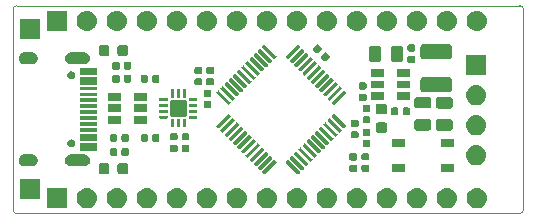
<source format=gts>
From 44005fb02829930d2bd9567d3573802960c7089d Mon Sep 17 00:00:00 2001
From: JanHenrik <janhenrik@janhenrik.org>
Date: Sun, 17 Nov 2019 14:30:58 +0100
Subject: finalized V1.2

---
 HW v1.2/gerber/OtterPill-F_Mask.gts | 6663 +++++++++++++++++++++++++++++++++++
 1 file changed, 6663 insertions(+)
 create mode 100644 HW v1.2/gerber/OtterPill-F_Mask.gts

(limited to 'HW v1.2/gerber/OtterPill-F_Mask.gts')

diff --git a/HW v1.2/gerber/OtterPill-F_Mask.gts b/HW v1.2/gerber/OtterPill-F_Mask.gts
new file mode 100644
index 0000000..de28572
--- /dev/null
+++ b/HW v1.2/gerber/OtterPill-F_Mask.gts	
@@ -0,0 +1,6663 @@
+G04 #@! TF.GenerationSoftware,KiCad,Pcbnew,5.1.4+dfsg1-1*
+G04 #@! TF.CreationDate,2019-11-16T02:43:21+01:00*
+G04 #@! TF.ProjectId,OtterPill,4f747465-7250-4696-9c6c-2e6b69636164,rev?*
+G04 #@! TF.SameCoordinates,Original*
+G04 #@! TF.FileFunction,Soldermask,Top*
+G04 #@! TF.FilePolarity,Negative*
+%FSLAX46Y46*%
+G04 Gerber Fmt 4.6, Leading zero omitted, Abs format (unit mm)*
+G04 Created by KiCad (PCBNEW 5.1.4+dfsg1-1) date 2019-11-16 02:43:21*
+%MOMM*%
+%LPD*%
+G04 APERTURE LIST*
+%ADD10C,0.050000*%
+%ADD11C,0.100000*%
+G04 APERTURE END LIST*
+D10*
+X63200000Y-37100000D02*
+G75*
+G02X62900000Y-37400000I-300000J0D01*
+G01*
+X62900000Y-19800000D02*
+G75*
+G02X63200000Y-20100000I0J-300000D01*
+G01*
+X20000000Y-20100000D02*
+G75*
+G02X20300000Y-19800000I300000J0D01*
+G01*
+X20300000Y-37400000D02*
+G75*
+G02X20000000Y-37100000I0J300000D01*
+G01*
+X20000000Y-37100000D02*
+X20000000Y-20100000D01*
+X62900000Y-37400000D02*
+X20300000Y-37400000D01*
+X63200000Y-20100000D02*
+X63200000Y-37100000D01*
+X20300000Y-19800000D02*
+X62900000Y-19800000D01*
+D11*
+G36*
+X24560000Y-36960000D02*
+G01*
+X22840000Y-36960000D01*
+X22840000Y-35240000D01*
+X24560000Y-35240000D01*
+X24560000Y-36960000D01*
+X24560000Y-36960000D01*
+G37*
+G36*
+X44188589Y-35252444D02*
+G01*
+X44350700Y-35301619D01*
+X44500102Y-35381476D01*
+X44631054Y-35488946D01*
+X44738524Y-35619898D01*
+X44818381Y-35769300D01*
+X44867556Y-35931411D01*
+X44884161Y-36100000D01*
+X44867556Y-36268589D01*
+X44818381Y-36430700D01*
+X44738524Y-36580102D01*
+X44631054Y-36711054D01*
+X44500102Y-36818524D01*
+X44350700Y-36898381D01*
+X44188589Y-36947556D01*
+X44062246Y-36960000D01*
+X43977754Y-36960000D01*
+X43851411Y-36947556D01*
+X43689300Y-36898381D01*
+X43539898Y-36818524D01*
+X43408946Y-36711054D01*
+X43301476Y-36580102D01*
+X43221619Y-36430700D01*
+X43172444Y-36268589D01*
+X43155839Y-36100000D01*
+X43172444Y-35931411D01*
+X43221619Y-35769300D01*
+X43301476Y-35619898D01*
+X43408946Y-35488946D01*
+X43539898Y-35381476D01*
+X43689300Y-35301619D01*
+X43851411Y-35252444D01*
+X43977754Y-35240000D01*
+X44062246Y-35240000D01*
+X44188589Y-35252444D01*
+X44188589Y-35252444D01*
+G37*
+G36*
+X59428589Y-35252444D02*
+G01*
+X59590700Y-35301619D01*
+X59740102Y-35381476D01*
+X59871054Y-35488946D01*
+X59978524Y-35619898D01*
+X60058381Y-35769300D01*
+X60107556Y-35931411D01*
+X60124161Y-36100000D01*
+X60107556Y-36268589D01*
+X60058381Y-36430700D01*
+X59978524Y-36580102D01*
+X59871054Y-36711054D01*
+X59740102Y-36818524D01*
+X59590700Y-36898381D01*
+X59428589Y-36947556D01*
+X59302246Y-36960000D01*
+X59217754Y-36960000D01*
+X59091411Y-36947556D01*
+X58929300Y-36898381D01*
+X58779898Y-36818524D01*
+X58648946Y-36711054D01*
+X58541476Y-36580102D01*
+X58461619Y-36430700D01*
+X58412444Y-36268589D01*
+X58395839Y-36100000D01*
+X58412444Y-35931411D01*
+X58461619Y-35769300D01*
+X58541476Y-35619898D01*
+X58648946Y-35488946D01*
+X58779898Y-35381476D01*
+X58929300Y-35301619D01*
+X59091411Y-35252444D01*
+X59217754Y-35240000D01*
+X59302246Y-35240000D01*
+X59428589Y-35252444D01*
+X59428589Y-35252444D01*
+G37*
+G36*
+X54348589Y-35252444D02*
+G01*
+X54510700Y-35301619D01*
+X54660102Y-35381476D01*
+X54791054Y-35488946D01*
+X54898524Y-35619898D01*
+X54978381Y-35769300D01*
+X55027556Y-35931411D01*
+X55044161Y-36100000D01*
+X55027556Y-36268589D01*
+X54978381Y-36430700D01*
+X54898524Y-36580102D01*
+X54791054Y-36711054D01*
+X54660102Y-36818524D01*
+X54510700Y-36898381D01*
+X54348589Y-36947556D01*
+X54222246Y-36960000D01*
+X54137754Y-36960000D01*
+X54011411Y-36947556D01*
+X53849300Y-36898381D01*
+X53699898Y-36818524D01*
+X53568946Y-36711054D01*
+X53461476Y-36580102D01*
+X53381619Y-36430700D01*
+X53332444Y-36268589D01*
+X53315839Y-36100000D01*
+X53332444Y-35931411D01*
+X53381619Y-35769300D01*
+X53461476Y-35619898D01*
+X53568946Y-35488946D01*
+X53699898Y-35381476D01*
+X53849300Y-35301619D01*
+X54011411Y-35252444D01*
+X54137754Y-35240000D01*
+X54222246Y-35240000D01*
+X54348589Y-35252444D01*
+X54348589Y-35252444D01*
+G37*
+G36*
+X51808589Y-35252444D02*
+G01*
+X51970700Y-35301619D01*
+X52120102Y-35381476D01*
+X52251054Y-35488946D01*
+X52358524Y-35619898D01*
+X52438381Y-35769300D01*
+X52487556Y-35931411D01*
+X52504161Y-36100000D01*
+X52487556Y-36268589D01*
+X52438381Y-36430700D01*
+X52358524Y-36580102D01*
+X52251054Y-36711054D01*
+X52120102Y-36818524D01*
+X51970700Y-36898381D01*
+X51808589Y-36947556D01*
+X51682246Y-36960000D01*
+X51597754Y-36960000D01*
+X51471411Y-36947556D01*
+X51309300Y-36898381D01*
+X51159898Y-36818524D01*
+X51028946Y-36711054D01*
+X50921476Y-36580102D01*
+X50841619Y-36430700D01*
+X50792444Y-36268589D01*
+X50775839Y-36100000D01*
+X50792444Y-35931411D01*
+X50841619Y-35769300D01*
+X50921476Y-35619898D01*
+X51028946Y-35488946D01*
+X51159898Y-35381476D01*
+X51309300Y-35301619D01*
+X51471411Y-35252444D01*
+X51597754Y-35240000D01*
+X51682246Y-35240000D01*
+X51808589Y-35252444D01*
+X51808589Y-35252444D01*
+G37*
+G36*
+X49268589Y-35252444D02*
+G01*
+X49430700Y-35301619D01*
+X49580102Y-35381476D01*
+X49711054Y-35488946D01*
+X49818524Y-35619898D01*
+X49898381Y-35769300D01*
+X49947556Y-35931411D01*
+X49964161Y-36100000D01*
+X49947556Y-36268589D01*
+X49898381Y-36430700D01*
+X49818524Y-36580102D01*
+X49711054Y-36711054D01*
+X49580102Y-36818524D01*
+X49430700Y-36898381D01*
+X49268589Y-36947556D01*
+X49142246Y-36960000D01*
+X49057754Y-36960000D01*
+X48931411Y-36947556D01*
+X48769300Y-36898381D01*
+X48619898Y-36818524D01*
+X48488946Y-36711054D01*
+X48381476Y-36580102D01*
+X48301619Y-36430700D01*
+X48252444Y-36268589D01*
+X48235839Y-36100000D01*
+X48252444Y-35931411D01*
+X48301619Y-35769300D01*
+X48381476Y-35619898D01*
+X48488946Y-35488946D01*
+X48619898Y-35381476D01*
+X48769300Y-35301619D01*
+X48931411Y-35252444D01*
+X49057754Y-35240000D01*
+X49142246Y-35240000D01*
+X49268589Y-35252444D01*
+X49268589Y-35252444D01*
+G37*
+G36*
+X46728589Y-35252444D02*
+G01*
+X46890700Y-35301619D01*
+X47040102Y-35381476D01*
+X47171054Y-35488946D01*
+X47278524Y-35619898D01*
+X47358381Y-35769300D01*
+X47407556Y-35931411D01*
+X47424161Y-36100000D01*
+X47407556Y-36268589D01*
+X47358381Y-36430700D01*
+X47278524Y-36580102D01*
+X47171054Y-36711054D01*
+X47040102Y-36818524D01*
+X46890700Y-36898381D01*
+X46728589Y-36947556D01*
+X46602246Y-36960000D01*
+X46517754Y-36960000D01*
+X46391411Y-36947556D01*
+X46229300Y-36898381D01*
+X46079898Y-36818524D01*
+X45948946Y-36711054D01*
+X45841476Y-36580102D01*
+X45761619Y-36430700D01*
+X45712444Y-36268589D01*
+X45695839Y-36100000D01*
+X45712444Y-35931411D01*
+X45761619Y-35769300D01*
+X45841476Y-35619898D01*
+X45948946Y-35488946D01*
+X46079898Y-35381476D01*
+X46229300Y-35301619D01*
+X46391411Y-35252444D01*
+X46517754Y-35240000D01*
+X46602246Y-35240000D01*
+X46728589Y-35252444D01*
+X46728589Y-35252444D01*
+G37*
+G36*
+X56888589Y-35252444D02*
+G01*
+X57050700Y-35301619D01*
+X57200102Y-35381476D01*
+X57331054Y-35488946D01*
+X57438524Y-35619898D01*
+X57518381Y-35769300D01*
+X57567556Y-35931411D01*
+X57584161Y-36100000D01*
+X57567556Y-36268589D01*
+X57518381Y-36430700D01*
+X57438524Y-36580102D01*
+X57331054Y-36711054D01*
+X57200102Y-36818524D01*
+X57050700Y-36898381D01*
+X56888589Y-36947556D01*
+X56762246Y-36960000D01*
+X56677754Y-36960000D01*
+X56551411Y-36947556D01*
+X56389300Y-36898381D01*
+X56239898Y-36818524D01*
+X56108946Y-36711054D01*
+X56001476Y-36580102D01*
+X55921619Y-36430700D01*
+X55872444Y-36268589D01*
+X55855839Y-36100000D01*
+X55872444Y-35931411D01*
+X55921619Y-35769300D01*
+X56001476Y-35619898D01*
+X56108946Y-35488946D01*
+X56239898Y-35381476D01*
+X56389300Y-35301619D01*
+X56551411Y-35252444D01*
+X56677754Y-35240000D01*
+X56762246Y-35240000D01*
+X56888589Y-35252444D01*
+X56888589Y-35252444D01*
+G37*
+G36*
+X39108589Y-35252444D02*
+G01*
+X39270700Y-35301619D01*
+X39420102Y-35381476D01*
+X39551054Y-35488946D01*
+X39658524Y-35619898D01*
+X39738381Y-35769300D01*
+X39787556Y-35931411D01*
+X39804161Y-36100000D01*
+X39787556Y-36268589D01*
+X39738381Y-36430700D01*
+X39658524Y-36580102D01*
+X39551054Y-36711054D01*
+X39420102Y-36818524D01*
+X39270700Y-36898381D01*
+X39108589Y-36947556D01*
+X38982246Y-36960000D01*
+X38897754Y-36960000D01*
+X38771411Y-36947556D01*
+X38609300Y-36898381D01*
+X38459898Y-36818524D01*
+X38328946Y-36711054D01*
+X38221476Y-36580102D01*
+X38141619Y-36430700D01*
+X38092444Y-36268589D01*
+X38075839Y-36100000D01*
+X38092444Y-35931411D01*
+X38141619Y-35769300D01*
+X38221476Y-35619898D01*
+X38328946Y-35488946D01*
+X38459898Y-35381476D01*
+X38609300Y-35301619D01*
+X38771411Y-35252444D01*
+X38897754Y-35240000D01*
+X38982246Y-35240000D01*
+X39108589Y-35252444D01*
+X39108589Y-35252444D01*
+G37*
+G36*
+X41648589Y-35252444D02*
+G01*
+X41810700Y-35301619D01*
+X41960102Y-35381476D01*
+X42091054Y-35488946D01*
+X42198524Y-35619898D01*
+X42278381Y-35769300D01*
+X42327556Y-35931411D01*
+X42344161Y-36100000D01*
+X42327556Y-36268589D01*
+X42278381Y-36430700D01*
+X42198524Y-36580102D01*
+X42091054Y-36711054D01*
+X41960102Y-36818524D01*
+X41810700Y-36898381D01*
+X41648589Y-36947556D01*
+X41522246Y-36960000D01*
+X41437754Y-36960000D01*
+X41311411Y-36947556D01*
+X41149300Y-36898381D01*
+X40999898Y-36818524D01*
+X40868946Y-36711054D01*
+X40761476Y-36580102D01*
+X40681619Y-36430700D01*
+X40632444Y-36268589D01*
+X40615839Y-36100000D01*
+X40632444Y-35931411D01*
+X40681619Y-35769300D01*
+X40761476Y-35619898D01*
+X40868946Y-35488946D01*
+X40999898Y-35381476D01*
+X41149300Y-35301619D01*
+X41311411Y-35252444D01*
+X41437754Y-35240000D01*
+X41522246Y-35240000D01*
+X41648589Y-35252444D01*
+X41648589Y-35252444D01*
+G37*
+G36*
+X26408589Y-35252444D02*
+G01*
+X26570700Y-35301619D01*
+X26720102Y-35381476D01*
+X26851054Y-35488946D01*
+X26958524Y-35619898D01*
+X27038381Y-35769300D01*
+X27087556Y-35931411D01*
+X27104161Y-36100000D01*
+X27087556Y-36268589D01*
+X27038381Y-36430700D01*
+X26958524Y-36580102D01*
+X26851054Y-36711054D01*
+X26720102Y-36818524D01*
+X26570700Y-36898381D01*
+X26408589Y-36947556D01*
+X26282246Y-36960000D01*
+X26197754Y-36960000D01*
+X26071411Y-36947556D01*
+X25909300Y-36898381D01*
+X25759898Y-36818524D01*
+X25628946Y-36711054D01*
+X25521476Y-36580102D01*
+X25441619Y-36430700D01*
+X25392444Y-36268589D01*
+X25375839Y-36100000D01*
+X25392444Y-35931411D01*
+X25441619Y-35769300D01*
+X25521476Y-35619898D01*
+X25628946Y-35488946D01*
+X25759898Y-35381476D01*
+X25909300Y-35301619D01*
+X26071411Y-35252444D01*
+X26197754Y-35240000D01*
+X26282246Y-35240000D01*
+X26408589Y-35252444D01*
+X26408589Y-35252444D01*
+G37*
+G36*
+X28948589Y-35252444D02*
+G01*
+X29110700Y-35301619D01*
+X29260102Y-35381476D01*
+X29391054Y-35488946D01*
+X29498524Y-35619898D01*
+X29578381Y-35769300D01*
+X29627556Y-35931411D01*
+X29644161Y-36100000D01*
+X29627556Y-36268589D01*
+X29578381Y-36430700D01*
+X29498524Y-36580102D01*
+X29391054Y-36711054D01*
+X29260102Y-36818524D01*
+X29110700Y-36898381D01*
+X28948589Y-36947556D01*
+X28822246Y-36960000D01*
+X28737754Y-36960000D01*
+X28611411Y-36947556D01*
+X28449300Y-36898381D01*
+X28299898Y-36818524D01*
+X28168946Y-36711054D01*
+X28061476Y-36580102D01*
+X27981619Y-36430700D01*
+X27932444Y-36268589D01*
+X27915839Y-36100000D01*
+X27932444Y-35931411D01*
+X27981619Y-35769300D01*
+X28061476Y-35619898D01*
+X28168946Y-35488946D01*
+X28299898Y-35381476D01*
+X28449300Y-35301619D01*
+X28611411Y-35252444D01*
+X28737754Y-35240000D01*
+X28822246Y-35240000D01*
+X28948589Y-35252444D01*
+X28948589Y-35252444D01*
+G37*
+G36*
+X34028589Y-35252444D02*
+G01*
+X34190700Y-35301619D01*
+X34340102Y-35381476D01*
+X34471054Y-35488946D01*
+X34578524Y-35619898D01*
+X34658381Y-35769300D01*
+X34707556Y-35931411D01*
+X34724161Y-36100000D01*
+X34707556Y-36268589D01*
+X34658381Y-36430700D01*
+X34578524Y-36580102D01*
+X34471054Y-36711054D01*
+X34340102Y-36818524D01*
+X34190700Y-36898381D01*
+X34028589Y-36947556D01*
+X33902246Y-36960000D01*
+X33817754Y-36960000D01*
+X33691411Y-36947556D01*
+X33529300Y-36898381D01*
+X33379898Y-36818524D01*
+X33248946Y-36711054D01*
+X33141476Y-36580102D01*
+X33061619Y-36430700D01*
+X33012444Y-36268589D01*
+X32995839Y-36100000D01*
+X33012444Y-35931411D01*
+X33061619Y-35769300D01*
+X33141476Y-35619898D01*
+X33248946Y-35488946D01*
+X33379898Y-35381476D01*
+X33529300Y-35301619D01*
+X33691411Y-35252444D01*
+X33817754Y-35240000D01*
+X33902246Y-35240000D01*
+X34028589Y-35252444D01*
+X34028589Y-35252444D01*
+G37*
+G36*
+X31488589Y-35252444D02*
+G01*
+X31650700Y-35301619D01*
+X31800102Y-35381476D01*
+X31931054Y-35488946D01*
+X32038524Y-35619898D01*
+X32118381Y-35769300D01*
+X32167556Y-35931411D01*
+X32184161Y-36100000D01*
+X32167556Y-36268589D01*
+X32118381Y-36430700D01*
+X32038524Y-36580102D01*
+X31931054Y-36711054D01*
+X31800102Y-36818524D01*
+X31650700Y-36898381D01*
+X31488589Y-36947556D01*
+X31362246Y-36960000D01*
+X31277754Y-36960000D01*
+X31151411Y-36947556D01*
+X30989300Y-36898381D01*
+X30839898Y-36818524D01*
+X30708946Y-36711054D01*
+X30601476Y-36580102D01*
+X30521619Y-36430700D01*
+X30472444Y-36268589D01*
+X30455839Y-36100000D01*
+X30472444Y-35931411D01*
+X30521619Y-35769300D01*
+X30601476Y-35619898D01*
+X30708946Y-35488946D01*
+X30839898Y-35381476D01*
+X30989300Y-35301619D01*
+X31151411Y-35252444D01*
+X31277754Y-35240000D01*
+X31362246Y-35240000D01*
+X31488589Y-35252444D01*
+X31488589Y-35252444D01*
+G37*
+G36*
+X36568589Y-35252444D02*
+G01*
+X36730700Y-35301619D01*
+X36880102Y-35381476D01*
+X37011054Y-35488946D01*
+X37118524Y-35619898D01*
+X37198381Y-35769300D01*
+X37247556Y-35931411D01*
+X37264161Y-36100000D01*
+X37247556Y-36268589D01*
+X37198381Y-36430700D01*
+X37118524Y-36580102D01*
+X37011054Y-36711054D01*
+X36880102Y-36818524D01*
+X36730700Y-36898381D01*
+X36568589Y-36947556D01*
+X36442246Y-36960000D01*
+X36357754Y-36960000D01*
+X36231411Y-36947556D01*
+X36069300Y-36898381D01*
+X35919898Y-36818524D01*
+X35788946Y-36711054D01*
+X35681476Y-36580102D01*
+X35601619Y-36430700D01*
+X35552444Y-36268589D01*
+X35535839Y-36100000D01*
+X35552444Y-35931411D01*
+X35601619Y-35769300D01*
+X35681476Y-35619898D01*
+X35788946Y-35488946D01*
+X35919898Y-35381476D01*
+X36069300Y-35301619D01*
+X36231411Y-35252444D01*
+X36357754Y-35240000D01*
+X36442246Y-35240000D01*
+X36568589Y-35252444D01*
+X36568589Y-35252444D01*
+G37*
+G36*
+X22280000Y-36200000D02*
+G01*
+X20560000Y-36200000D01*
+X20560000Y-34480000D01*
+X22280000Y-34480000D01*
+X22280000Y-36200000D01*
+X22280000Y-36200000D01*
+G37*
+G36*
+X42131751Y-32869740D02*
+G01*
+X42146284Y-32874149D01*
+X42159684Y-32881311D01*
+X42171607Y-32891095D01*
+X42287942Y-33007430D01*
+X42297726Y-33019353D01*
+X42304888Y-33032753D01*
+X42309297Y-33047286D01*
+X42310786Y-33062400D01*
+X42309297Y-33077514D01*
+X42304888Y-33092047D01*
+X42297726Y-33105447D01*
+X42287942Y-33117370D01*
+X41340757Y-34064555D01*
+X41328834Y-34074339D01*
+X41315434Y-34081501D01*
+X41300901Y-34085910D01*
+X41285787Y-34087399D01*
+X41270673Y-34085910D01*
+X41256140Y-34081501D01*
+X41242740Y-34074339D01*
+X41230817Y-34064555D01*
+X41114482Y-33948220D01*
+X41104698Y-33936297D01*
+X41097536Y-33922897D01*
+X41093127Y-33908364D01*
+X41091638Y-33893250D01*
+X41093127Y-33878136D01*
+X41097536Y-33863603D01*
+X41104698Y-33850203D01*
+X41114482Y-33838280D01*
+X42061667Y-32891095D01*
+X42073590Y-32881311D01*
+X42086990Y-32874149D01*
+X42101523Y-32869740D01*
+X42116637Y-32868251D01*
+X42131751Y-32869740D01*
+X42131751Y-32869740D01*
+G37*
+G36*
+X43298477Y-32869740D02*
+G01*
+X43313010Y-32874149D01*
+X43326410Y-32881311D01*
+X43338333Y-32891095D01*
+X44285518Y-33838280D01*
+X44295302Y-33850203D01*
+X44302464Y-33863603D01*
+X44306873Y-33878136D01*
+X44308362Y-33893250D01*
+X44306873Y-33908364D01*
+X44302464Y-33922897D01*
+X44295302Y-33936297D01*
+X44285518Y-33948220D01*
+X44169183Y-34064555D01*
+X44157260Y-34074339D01*
+X44143860Y-34081501D01*
+X44129327Y-34085910D01*
+X44114213Y-34087399D01*
+X44099099Y-34085910D01*
+X44084566Y-34081501D01*
+X44071166Y-34074339D01*
+X44059243Y-34064555D01*
+X43112058Y-33117370D01*
+X43102274Y-33105447D01*
+X43095112Y-33092047D01*
+X43090703Y-33077514D01*
+X43089214Y-33062400D01*
+X43090703Y-33047286D01*
+X43095112Y-33032753D01*
+X43102274Y-33019353D01*
+X43112058Y-33007430D01*
+X43228393Y-32891095D01*
+X43240316Y-32881311D01*
+X43253716Y-32874149D01*
+X43268249Y-32869740D01*
+X43283363Y-32868251D01*
+X43298477Y-32869740D01*
+X43298477Y-32869740D01*
+G37*
+G36*
+X29556908Y-33119275D02*
+G01*
+X29598408Y-33131864D01*
+X29636660Y-33152310D01*
+X29670180Y-33179820D01*
+X29697690Y-33213340D01*
+X29718136Y-33251592D01*
+X29730725Y-33293092D01*
+X29735000Y-33336496D01*
+X29735000Y-33863504D01*
+X29730725Y-33906908D01*
+X29718136Y-33948408D01*
+X29697690Y-33986660D01*
+X29670180Y-34020180D01*
+X29636660Y-34047690D01*
+X29598408Y-34068136D01*
+X29556908Y-34080725D01*
+X29513504Y-34085000D01*
+X29061496Y-34085000D01*
+X29018092Y-34080725D01*
+X28976592Y-34068136D01*
+X28938340Y-34047690D01*
+X28904820Y-34020180D01*
+X28877310Y-33986660D01*
+X28856864Y-33948408D01*
+X28844275Y-33906908D01*
+X28840000Y-33863504D01*
+X28840000Y-33336496D01*
+X28844275Y-33293092D01*
+X28856864Y-33251592D01*
+X28877310Y-33213340D01*
+X28904820Y-33179820D01*
+X28938340Y-33152310D01*
+X28976592Y-33131864D01*
+X29018092Y-33119275D01*
+X29061496Y-33115000D01*
+X29513504Y-33115000D01*
+X29556908Y-33119275D01*
+X29556908Y-33119275D01*
+G37*
+G36*
+X27981908Y-33119275D02*
+G01*
+X28023408Y-33131864D01*
+X28061660Y-33152310D01*
+X28095180Y-33179820D01*
+X28122690Y-33213340D01*
+X28143136Y-33251592D01*
+X28155725Y-33293092D01*
+X28160000Y-33336496D01*
+X28160000Y-33863504D01*
+X28155725Y-33906908D01*
+X28143136Y-33948408D01*
+X28122690Y-33986660D01*
+X28095180Y-34020180D01*
+X28061660Y-34047690D01*
+X28023408Y-34068136D01*
+X27981908Y-34080725D01*
+X27938504Y-34085000D01*
+X27486496Y-34085000D01*
+X27443092Y-34080725D01*
+X27401592Y-34068136D01*
+X27363340Y-34047690D01*
+X27329820Y-34020180D01*
+X27302310Y-33986660D01*
+X27281864Y-33948408D01*
+X27269275Y-33906908D01*
+X27265000Y-33863504D01*
+X27265000Y-33336496D01*
+X27269275Y-33293092D01*
+X27281864Y-33251592D01*
+X27302310Y-33213340D01*
+X27329820Y-33179820D01*
+X27363340Y-33152310D01*
+X27401592Y-33131864D01*
+X27443092Y-33119275D01*
+X27486496Y-33115000D01*
+X27938504Y-33115000D01*
+X27981908Y-33119275D01*
+X27981908Y-33119275D01*
+G37*
+G36*
+X53160000Y-33922000D02*
+G01*
+X52090000Y-33922000D01*
+X52090000Y-33252000D01*
+X53160000Y-33252000D01*
+X53160000Y-33922000D01*
+X53160000Y-33922000D01*
+G37*
+G36*
+X57310000Y-33922000D02*
+G01*
+X56240000Y-33922000D01*
+X56240000Y-33252000D01*
+X57310000Y-33252000D01*
+X57310000Y-33922000D01*
+X57310000Y-33922000D01*
+G37*
+G36*
+X49009258Y-33277906D02*
+G01*
+X49037395Y-33286441D01*
+X49063324Y-33300301D01*
+X49086049Y-33318951D01*
+X49104699Y-33341676D01*
+X49118559Y-33367605D01*
+X49127094Y-33395742D01*
+X49130000Y-33425246D01*
+X49130000Y-33734754D01*
+X49127094Y-33764258D01*
+X49118559Y-33792395D01*
+X49104699Y-33818324D01*
+X49086049Y-33841049D01*
+X49063324Y-33859699D01*
+X49037395Y-33873559D01*
+X49009258Y-33882094D01*
+X48979754Y-33885000D01*
+X48620246Y-33885000D01*
+X48590742Y-33882094D01*
+X48562605Y-33873559D01*
+X48536676Y-33859699D01*
+X48513951Y-33841049D01*
+X48495301Y-33818324D01*
+X48481441Y-33792395D01*
+X48472906Y-33764258D01*
+X48470000Y-33734754D01*
+X48470000Y-33425246D01*
+X48472906Y-33395742D01*
+X48481441Y-33367605D01*
+X48495301Y-33341676D01*
+X48513951Y-33318951D01*
+X48536676Y-33300301D01*
+X48562605Y-33286441D01*
+X48590742Y-33277906D01*
+X48620246Y-33275000D01*
+X48979754Y-33275000D01*
+X49009258Y-33277906D01*
+X49009258Y-33277906D01*
+G37*
+G36*
+X50039258Y-33272906D02*
+G01*
+X50067395Y-33281441D01*
+X50093324Y-33295301D01*
+X50116049Y-33313951D01*
+X50134699Y-33336676D01*
+X50148559Y-33362605D01*
+X50157094Y-33390742D01*
+X50160000Y-33420246D01*
+X50160000Y-33729754D01*
+X50157094Y-33759258D01*
+X50148559Y-33787395D01*
+X50134699Y-33813324D01*
+X50116049Y-33836049D01*
+X50093324Y-33854699D01*
+X50067395Y-33868559D01*
+X50039258Y-33877094D01*
+X50009754Y-33880000D01*
+X49650246Y-33880000D01*
+X49620742Y-33877094D01*
+X49592605Y-33868559D01*
+X49566676Y-33854699D01*
+X49543951Y-33836049D01*
+X49525301Y-33813324D01*
+X49511441Y-33787395D01*
+X49502906Y-33759258D01*
+X49500000Y-33729754D01*
+X49500000Y-33420246D01*
+X49502906Y-33390742D01*
+X49511441Y-33362605D01*
+X49525301Y-33336676D01*
+X49543951Y-33313951D01*
+X49566676Y-33295301D01*
+X49592605Y-33281441D01*
+X49620742Y-33272906D01*
+X49650246Y-33270000D01*
+X50009754Y-33270000D01*
+X50039258Y-33272906D01*
+X50039258Y-33272906D01*
+G37*
+G36*
+X43652031Y-32516186D02*
+G01*
+X43666564Y-32520595D01*
+X43679964Y-32527757D01*
+X43691887Y-32537541D01*
+X44639072Y-33484726D01*
+X44648856Y-33496649D01*
+X44656018Y-33510049D01*
+X44660427Y-33524582D01*
+X44661916Y-33539696D01*
+X44660427Y-33554810D01*
+X44656018Y-33569343D01*
+X44648856Y-33582743D01*
+X44639072Y-33594666D01*
+X44522737Y-33711001D01*
+X44510814Y-33720785D01*
+X44497414Y-33727947D01*
+X44482881Y-33732356D01*
+X44467767Y-33733845D01*
+X44452653Y-33732356D01*
+X44438120Y-33727947D01*
+X44424720Y-33720785D01*
+X44412797Y-33711001D01*
+X43465612Y-32763816D01*
+X43455828Y-32751893D01*
+X43448666Y-32738493D01*
+X43444257Y-32723960D01*
+X43442768Y-32708846D01*
+X43444257Y-32693732D01*
+X43448666Y-32679199D01*
+X43455828Y-32665799D01*
+X43465612Y-32653876D01*
+X43581947Y-32537541D01*
+X43593870Y-32527757D01*
+X43607270Y-32520595D01*
+X43621803Y-32516186D01*
+X43636917Y-32514697D01*
+X43652031Y-32516186D01*
+X43652031Y-32516186D01*
+G37*
+G36*
+X41778197Y-32516186D02*
+G01*
+X41792730Y-32520595D01*
+X41806130Y-32527757D01*
+X41818053Y-32537541D01*
+X41934388Y-32653876D01*
+X41944172Y-32665799D01*
+X41951334Y-32679199D01*
+X41955743Y-32693732D01*
+X41957232Y-32708846D01*
+X41955743Y-32723960D01*
+X41951334Y-32738493D01*
+X41944172Y-32751893D01*
+X41934388Y-32763816D01*
+X40987203Y-33711001D01*
+X40975280Y-33720785D01*
+X40961880Y-33727947D01*
+X40947347Y-33732356D01*
+X40932233Y-33733845D01*
+X40917119Y-33732356D01*
+X40902586Y-33727947D01*
+X40889186Y-33720785D01*
+X40877263Y-33711001D01*
+X40760928Y-33594666D01*
+X40751144Y-33582743D01*
+X40743982Y-33569343D01*
+X40739573Y-33554810D01*
+X40738084Y-33539696D01*
+X40739573Y-33524582D01*
+X40743982Y-33510049D01*
+X40751144Y-33496649D01*
+X40760928Y-33484726D01*
+X41708113Y-32537541D01*
+X41720036Y-32527757D01*
+X41733436Y-32520595D01*
+X41747969Y-32516186D01*
+X41763083Y-32514697D01*
+X41778197Y-32516186D01*
+X41778197Y-32516186D01*
+G37*
+G36*
+X26104976Y-32387380D02*
+G01*
+X26201112Y-32416542D01*
+X26289710Y-32463899D01*
+X26367368Y-32527631D01*
+X26431100Y-32605289D01*
+X26478457Y-32693887D01*
+X26507619Y-32790023D01*
+X26517466Y-32890000D01*
+X26507619Y-32989977D01*
+X26478457Y-33086113D01*
+X26431100Y-33174711D01*
+X26431098Y-33174714D01*
+X26431097Y-33174715D01*
+X26367368Y-33252369D01*
+X26308963Y-33300301D01*
+X26289710Y-33316101D01*
+X26201112Y-33363458D01*
+X26104976Y-33392620D01*
+X26030047Y-33400000D01*
+X24879951Y-33400000D01*
+X24805022Y-33392620D01*
+X24708886Y-33363458D01*
+X24620288Y-33316101D01*
+X24601036Y-33300301D01*
+X24542630Y-33252369D01*
+X24478901Y-33174715D01*
+X24478900Y-33174714D01*
+X24478898Y-33174711D01*
+X24431541Y-33086113D01*
+X24402379Y-32989977D01*
+X24392532Y-32890000D01*
+X24402379Y-32790023D01*
+X24431541Y-32693887D01*
+X24478898Y-32605289D01*
+X24542630Y-32527631D01*
+X24620288Y-32463899D01*
+X24708886Y-32416542D01*
+X24805022Y-32387380D01*
+X24879951Y-32380000D01*
+X26030047Y-32380000D01*
+X26104976Y-32387380D01*
+X26104976Y-32387380D01*
+G37*
+G36*
+X21674976Y-32387380D02*
+G01*
+X21771112Y-32416542D01*
+X21859710Y-32463899D01*
+X21937368Y-32527631D01*
+X22001100Y-32605289D01*
+X22048457Y-32693887D01*
+X22077619Y-32790023D01*
+X22087466Y-32890000D01*
+X22077619Y-32989977D01*
+X22048457Y-33086113D01*
+X22001100Y-33174711D01*
+X22001098Y-33174714D01*
+X22001097Y-33174715D01*
+X21937368Y-33252369D01*
+X21878963Y-33300301D01*
+X21859710Y-33316101D01*
+X21771112Y-33363458D01*
+X21674976Y-33392620D01*
+X21600047Y-33400000D01*
+X20949951Y-33400000D01*
+X20875022Y-33392620D01*
+X20778886Y-33363458D01*
+X20690288Y-33316101D01*
+X20671036Y-33300301D01*
+X20612630Y-33252369D01*
+X20548901Y-33174715D01*
+X20548900Y-33174714D01*
+X20548898Y-33174711D01*
+X20501541Y-33086113D01*
+X20472379Y-32989977D01*
+X20462532Y-32890000D01*
+X20472379Y-32790023D01*
+X20501541Y-32693887D01*
+X20548898Y-32605289D01*
+X20612630Y-32527631D01*
+X20690288Y-32463899D01*
+X20778886Y-32416542D01*
+X20875022Y-32387380D01*
+X20949951Y-32380000D01*
+X21600047Y-32380000D01*
+X21674976Y-32387380D01*
+X21674976Y-32387380D01*
+G37*
+G36*
+X44005584Y-32162633D02*
+G01*
+X44020117Y-32167042D01*
+X44033517Y-32174204D01*
+X44045440Y-32183988D01*
+X44992625Y-33131173D01*
+X45002409Y-33143096D01*
+X45009571Y-33156496D01*
+X45013980Y-33171029D01*
+X45015469Y-33186143D01*
+X45013980Y-33201257D01*
+X45009571Y-33215790D01*
+X45002409Y-33229190D01*
+X44992625Y-33241113D01*
+X44876290Y-33357448D01*
+X44864367Y-33367232D01*
+X44850967Y-33374394D01*
+X44836434Y-33378803D01*
+X44821320Y-33380292D01*
+X44806206Y-33378803D01*
+X44791673Y-33374394D01*
+X44778273Y-33367232D01*
+X44766350Y-33357448D01*
+X43819165Y-32410263D01*
+X43809381Y-32398340D01*
+X43802219Y-32384940D01*
+X43797810Y-32370407D01*
+X43796321Y-32355293D01*
+X43797810Y-32340179D01*
+X43802219Y-32325646D01*
+X43809381Y-32312246D01*
+X43819165Y-32300323D01*
+X43935500Y-32183988D01*
+X43947423Y-32174204D01*
+X43960823Y-32167042D01*
+X43975356Y-32162633D01*
+X43990470Y-32161144D01*
+X44005584Y-32162633D01*
+X44005584Y-32162633D01*
+G37*
+G36*
+X41424644Y-32162633D02*
+G01*
+X41439177Y-32167042D01*
+X41452577Y-32174204D01*
+X41464500Y-32183988D01*
+X41580835Y-32300323D01*
+X41590619Y-32312246D01*
+X41597781Y-32325646D01*
+X41602190Y-32340179D01*
+X41603679Y-32355293D01*
+X41602190Y-32370407D01*
+X41597781Y-32384940D01*
+X41590619Y-32398340D01*
+X41580835Y-32410263D01*
+X40633650Y-33357448D01*
+X40621727Y-33367232D01*
+X40608327Y-33374394D01*
+X40593794Y-33378803D01*
+X40578680Y-33380292D01*
+X40563566Y-33378803D01*
+X40549033Y-33374394D01*
+X40535633Y-33367232D01*
+X40523710Y-33357448D01*
+X40407375Y-33241113D01*
+X40397591Y-33229190D01*
+X40390429Y-33215790D01*
+X40386020Y-33201257D01*
+X40384531Y-33186143D01*
+X40386020Y-33171029D01*
+X40390429Y-33156496D01*
+X40397591Y-33143096D01*
+X40407375Y-33131173D01*
+X41354560Y-32183988D01*
+X41366483Y-32174204D01*
+X41379883Y-32167042D01*
+X41394416Y-32162633D01*
+X41409530Y-32161144D01*
+X41424644Y-32162633D01*
+X41424644Y-32162633D01*
+G37*
+G36*
+X59368589Y-31622444D02*
+G01*
+X59530700Y-31671619D01*
+X59680102Y-31751476D01*
+X59680105Y-31751478D01*
+X59680106Y-31751479D01*
+X59811054Y-31858946D01*
+X59915434Y-31986132D01*
+X59918524Y-31989898D01*
+X59998381Y-32139300D01*
+X60047556Y-32301411D01*
+X60064161Y-32470000D01*
+X60047556Y-32638589D01*
+X59998381Y-32800700D01*
+X59918524Y-32950102D01*
+X59918522Y-32950105D01*
+X59918521Y-32950106D01*
+X59811054Y-33081054D01*
+X59683004Y-33186143D01*
+X59680102Y-33188524D01*
+X59530700Y-33268381D01*
+X59368589Y-33317556D01*
+X59242246Y-33330000D01*
+X59157754Y-33330000D01*
+X59031411Y-33317556D01*
+X58869300Y-33268381D01*
+X58719898Y-33188524D01*
+X58716997Y-33186143D01*
+X58588946Y-33081054D01*
+X58481479Y-32950106D01*
+X58481478Y-32950105D01*
+X58481476Y-32950102D01*
+X58401619Y-32800700D01*
+X58352444Y-32638589D01*
+X58335839Y-32470000D01*
+X58352444Y-32301411D01*
+X58401619Y-32139300D01*
+X58481476Y-31989898D01*
+X58484567Y-31986132D01*
+X58588946Y-31858946D01*
+X58719894Y-31751479D01*
+X58719895Y-31751478D01*
+X58719898Y-31751476D01*
+X58869300Y-31671619D01*
+X59031411Y-31622444D01*
+X59157754Y-31610000D01*
+X59242246Y-31610000D01*
+X59368589Y-31622444D01*
+X59368589Y-31622444D01*
+G37*
+G36*
+X41071090Y-31809079D02*
+G01*
+X41085623Y-31813488D01*
+X41099023Y-31820650D01*
+X41110946Y-31830434D01*
+X41227281Y-31946769D01*
+X41237065Y-31958692D01*
+X41244227Y-31972092D01*
+X41248636Y-31986625D01*
+X41250125Y-32001739D01*
+X41248636Y-32016853D01*
+X41244227Y-32031386D01*
+X41237065Y-32044786D01*
+X41227281Y-32056709D01*
+X40280096Y-33003894D01*
+X40268173Y-33013678D01*
+X40254773Y-33020840D01*
+X40240240Y-33025249D01*
+X40225126Y-33026738D01*
+X40210012Y-33025249D01*
+X40195479Y-33020840D01*
+X40182079Y-33013678D01*
+X40170156Y-33003894D01*
+X40053821Y-32887559D01*
+X40044037Y-32875636D01*
+X40036875Y-32862236D01*
+X40032466Y-32847703D01*
+X40030977Y-32832589D01*
+X40032466Y-32817475D01*
+X40036875Y-32802942D01*
+X40044037Y-32789542D01*
+X40053821Y-32777619D01*
+X41001006Y-31830434D01*
+X41012929Y-31820650D01*
+X41026329Y-31813488D01*
+X41040862Y-31809079D01*
+X41055976Y-31807590D01*
+X41071090Y-31809079D01*
+X41071090Y-31809079D01*
+G37*
+G36*
+X44359138Y-31809079D02*
+G01*
+X44373671Y-31813488D01*
+X44387071Y-31820650D01*
+X44398994Y-31830434D01*
+X45346179Y-32777619D01*
+X45355963Y-32789542D01*
+X45363125Y-32802942D01*
+X45367534Y-32817475D01*
+X45369023Y-32832589D01*
+X45367534Y-32847703D01*
+X45363125Y-32862236D01*
+X45355963Y-32875636D01*
+X45346179Y-32887559D01*
+X45229844Y-33003894D01*
+X45217921Y-33013678D01*
+X45204521Y-33020840D01*
+X45189988Y-33025249D01*
+X45174874Y-33026738D01*
+X45159760Y-33025249D01*
+X45145227Y-33020840D01*
+X45131827Y-33013678D01*
+X45119904Y-33003894D01*
+X44172719Y-32056709D01*
+X44162935Y-32044786D01*
+X44155773Y-32031386D01*
+X44151364Y-32016853D01*
+X44149875Y-32001739D01*
+X44151364Y-31986625D01*
+X44155773Y-31972092D01*
+X44162935Y-31958692D01*
+X44172719Y-31946769D01*
+X44289054Y-31830434D01*
+X44300977Y-31820650D01*
+X44314377Y-31813488D01*
+X44328910Y-31809079D01*
+X44344024Y-31807590D01*
+X44359138Y-31809079D01*
+X44359138Y-31809079D01*
+G37*
+G36*
+X49009258Y-32307906D02*
+G01*
+X49037395Y-32316441D01*
+X49063324Y-32330301D01*
+X49086049Y-32348951D01*
+X49104699Y-32371676D01*
+X49118559Y-32397605D01*
+X49127094Y-32425742D01*
+X49130000Y-32455246D01*
+X49130000Y-32764754D01*
+X49127094Y-32794258D01*
+X49118559Y-32822395D01*
+X49104699Y-32848324D01*
+X49086049Y-32871049D01*
+X49063324Y-32889699D01*
+X49037395Y-32903559D01*
+X49009258Y-32912094D01*
+X48979754Y-32915000D01*
+X48620246Y-32915000D01*
+X48590742Y-32912094D01*
+X48562605Y-32903559D01*
+X48536676Y-32889699D01*
+X48513951Y-32871049D01*
+X48495301Y-32848324D01*
+X48481441Y-32822395D01*
+X48472906Y-32794258D01*
+X48470000Y-32764754D01*
+X48470000Y-32455246D01*
+X48472906Y-32425742D01*
+X48481441Y-32397605D01*
+X48495301Y-32371676D01*
+X48513951Y-32348951D01*
+X48536676Y-32330301D01*
+X48562605Y-32316441D01*
+X48590742Y-32307906D01*
+X48620246Y-32305000D01*
+X48979754Y-32305000D01*
+X49009258Y-32307906D01*
+X49009258Y-32307906D01*
+G37*
+G36*
+X50039258Y-32302906D02*
+G01*
+X50067395Y-32311441D01*
+X50093324Y-32325301D01*
+X50116049Y-32343951D01*
+X50134699Y-32366676D01*
+X50148559Y-32392605D01*
+X50157094Y-32420742D01*
+X50160000Y-32450246D01*
+X50160000Y-32759754D01*
+X50157094Y-32789258D01*
+X50148559Y-32817395D01*
+X50134699Y-32843324D01*
+X50116049Y-32866049D01*
+X50093324Y-32884699D01*
+X50067395Y-32898559D01*
+X50039258Y-32907094D01*
+X50009754Y-32910000D01*
+X49650246Y-32910000D01*
+X49620742Y-32907094D01*
+X49592605Y-32898559D01*
+X49566676Y-32884699D01*
+X49543951Y-32866049D01*
+X49525301Y-32843324D01*
+X49511441Y-32817395D01*
+X49502906Y-32789258D01*
+X49500000Y-32759754D01*
+X49500000Y-32450246D01*
+X49502906Y-32420742D01*
+X49511441Y-32392605D01*
+X49525301Y-32366676D01*
+X49543951Y-32343951D01*
+X49566676Y-32325301D01*
+X49592605Y-32311441D01*
+X49620742Y-32302906D01*
+X49650246Y-32300000D01*
+X50009754Y-32300000D01*
+X50039258Y-32302906D01*
+X50039258Y-32302906D01*
+G37*
+G36*
+X44712691Y-31455526D02*
+G01*
+X44727224Y-31459935D01*
+X44740624Y-31467097D01*
+X44752547Y-31476881D01*
+X45699732Y-32424066D01*
+X45709516Y-32435989D01*
+X45716678Y-32449389D01*
+X45721087Y-32463922D01*
+X45722576Y-32479036D01*
+X45721087Y-32494150D01*
+X45716678Y-32508683D01*
+X45709516Y-32522083D01*
+X45699732Y-32534006D01*
+X45583397Y-32650341D01*
+X45571474Y-32660125D01*
+X45558074Y-32667287D01*
+X45543541Y-32671696D01*
+X45528427Y-32673185D01*
+X45513313Y-32671696D01*
+X45498780Y-32667287D01*
+X45485380Y-32660125D01*
+X45473457Y-32650341D01*
+X44526272Y-31703156D01*
+X44516488Y-31691233D01*
+X44509326Y-31677833D01*
+X44504917Y-31663300D01*
+X44503428Y-31648186D01*
+X44504917Y-31633072D01*
+X44509326Y-31618539D01*
+X44516488Y-31605139D01*
+X44526272Y-31593216D01*
+X44642607Y-31476881D01*
+X44654530Y-31467097D01*
+X44667930Y-31459935D01*
+X44682463Y-31455526D01*
+X44697577Y-31454037D01*
+X44712691Y-31455526D01*
+X44712691Y-31455526D01*
+G37*
+G36*
+X40717537Y-31455526D02*
+G01*
+X40732070Y-31459935D01*
+X40745470Y-31467097D01*
+X40757393Y-31476881D01*
+X40873728Y-31593216D01*
+X40883512Y-31605139D01*
+X40890674Y-31618539D01*
+X40895083Y-31633072D01*
+X40896572Y-31648186D01*
+X40895083Y-31663300D01*
+X40890674Y-31677833D01*
+X40883512Y-31691233D01*
+X40873728Y-31703156D01*
+X39926543Y-32650341D01*
+X39914620Y-32660125D01*
+X39901220Y-32667287D01*
+X39886687Y-32671696D01*
+X39871573Y-32673185D01*
+X39856459Y-32671696D01*
+X39841926Y-32667287D01*
+X39828526Y-32660125D01*
+X39816603Y-32650341D01*
+X39700268Y-32534006D01*
+X39690484Y-32522083D01*
+X39683322Y-32508683D01*
+X39678913Y-32494150D01*
+X39677424Y-32479036D01*
+X39678913Y-32463922D01*
+X39683322Y-32449389D01*
+X39690484Y-32435989D01*
+X39700268Y-32424066D01*
+X40647453Y-31476881D01*
+X40659376Y-31467097D01*
+X40672776Y-31459935D01*
+X40687309Y-31455526D01*
+X40702423Y-31454037D01*
+X40717537Y-31455526D01*
+X40717537Y-31455526D01*
+G37*
+G36*
+X29669258Y-31872906D02*
+G01*
+X29697395Y-31881441D01*
+X29723324Y-31895301D01*
+X29746049Y-31913951D01*
+X29764699Y-31936676D01*
+X29778559Y-31962605D01*
+X29787094Y-31990742D01*
+X29790000Y-32020246D01*
+X29790000Y-32379754D01*
+X29787094Y-32409258D01*
+X29778559Y-32437395D01*
+X29764699Y-32463324D01*
+X29746049Y-32486049D01*
+X29723324Y-32504699D01*
+X29697395Y-32518559D01*
+X29669258Y-32527094D01*
+X29639754Y-32530000D01*
+X29330246Y-32530000D01*
+X29300742Y-32527094D01*
+X29272605Y-32518559D01*
+X29246676Y-32504699D01*
+X29223951Y-32486049D01*
+X29205301Y-32463324D01*
+X29191441Y-32437395D01*
+X29182906Y-32409258D01*
+X29180000Y-32379754D01*
+X29180000Y-32020246D01*
+X29182906Y-31990742D01*
+X29191441Y-31962605D01*
+X29205301Y-31936676D01*
+X29223951Y-31913951D01*
+X29246676Y-31895301D01*
+X29272605Y-31881441D01*
+X29300742Y-31872906D01*
+X29330246Y-31870000D01*
+X29639754Y-31870000D01*
+X29669258Y-31872906D01*
+X29669258Y-31872906D01*
+G37*
+G36*
+X28699258Y-31872906D02*
+G01*
+X28727395Y-31881441D01*
+X28753324Y-31895301D01*
+X28776049Y-31913951D01*
+X28794699Y-31936676D01*
+X28808559Y-31962605D01*
+X28817094Y-31990742D01*
+X28820000Y-32020246D01*
+X28820000Y-32379754D01*
+X28817094Y-32409258D01*
+X28808559Y-32437395D01*
+X28794699Y-32463324D01*
+X28776049Y-32486049D01*
+X28753324Y-32504699D01*
+X28727395Y-32518559D01*
+X28699258Y-32527094D01*
+X28669754Y-32530000D01*
+X28360246Y-32530000D01*
+X28330742Y-32527094D01*
+X28302605Y-32518559D01*
+X28276676Y-32504699D01*
+X28253951Y-32486049D01*
+X28235301Y-32463324D01*
+X28221441Y-32437395D01*
+X28212906Y-32409258D01*
+X28210000Y-32379754D01*
+X28210000Y-32020246D01*
+X28212906Y-31990742D01*
+X28221441Y-31962605D01*
+X28235301Y-31936676D01*
+X28253951Y-31913951D01*
+X28276676Y-31895301D01*
+X28302605Y-31881441D01*
+X28330742Y-31872906D01*
+X28360246Y-31870000D01*
+X28669754Y-31870000D01*
+X28699258Y-31872906D01*
+X28699258Y-31872906D01*
+G37*
+G36*
+X40363984Y-31101973D02*
+G01*
+X40378517Y-31106382D01*
+X40391917Y-31113544D01*
+X40403840Y-31123328D01*
+X40520175Y-31239663D01*
+X40529959Y-31251586D01*
+X40537121Y-31264986D01*
+X40541530Y-31279519D01*
+X40543019Y-31294633D01*
+X40541530Y-31309747D01*
+X40537121Y-31324280D01*
+X40529959Y-31337680D01*
+X40520175Y-31349603D01*
+X39572990Y-32296788D01*
+X39561067Y-32306572D01*
+X39547667Y-32313734D01*
+X39533134Y-32318143D01*
+X39518020Y-32319632D01*
+X39502906Y-32318143D01*
+X39488373Y-32313734D01*
+X39474973Y-32306572D01*
+X39463050Y-32296788D01*
+X39346715Y-32180453D01*
+X39336931Y-32168530D01*
+X39329769Y-32155130D01*
+X39325360Y-32140597D01*
+X39323871Y-32125483D01*
+X39325360Y-32110369D01*
+X39329769Y-32095836D01*
+X39336931Y-32082436D01*
+X39346715Y-32070513D01*
+X40293900Y-31123328D01*
+X40305823Y-31113544D01*
+X40319223Y-31106382D01*
+X40333756Y-31101973D01*
+X40348870Y-31100484D01*
+X40363984Y-31101973D01*
+X40363984Y-31101973D01*
+G37*
+G36*
+X45066244Y-31101973D02*
+G01*
+X45080777Y-31106382D01*
+X45094177Y-31113544D01*
+X45106100Y-31123328D01*
+X46053285Y-32070513D01*
+X46063069Y-32082436D01*
+X46070231Y-32095836D01*
+X46074640Y-32110369D01*
+X46076129Y-32125483D01*
+X46074640Y-32140597D01*
+X46070231Y-32155130D01*
+X46063069Y-32168530D01*
+X46053285Y-32180453D01*
+X45936950Y-32296788D01*
+X45925027Y-32306572D01*
+X45911627Y-32313734D01*
+X45897094Y-32318143D01*
+X45881980Y-32319632D01*
+X45866866Y-32318143D01*
+X45852333Y-32313734D01*
+X45838933Y-32306572D01*
+X45827010Y-32296788D01*
+X44879825Y-31349603D01*
+X44870041Y-31337680D01*
+X44862879Y-31324280D01*
+X44858470Y-31309747D01*
+X44856981Y-31294633D01*
+X44858470Y-31279519D01*
+X44862879Y-31264986D01*
+X44870041Y-31251586D01*
+X44879825Y-31239663D01*
+X44996160Y-31123328D01*
+X45008083Y-31113544D01*
+X45021483Y-31106382D01*
+X45036016Y-31101973D01*
+X45051130Y-31100484D01*
+X45066244Y-31101973D01*
+X45066244Y-31101973D01*
+G37*
+G36*
+X34809258Y-31582906D02*
+G01*
+X34837395Y-31591441D01*
+X34863324Y-31605301D01*
+X34886049Y-31623951D01*
+X34904699Y-31646676D01*
+X34918559Y-31672605D01*
+X34927094Y-31700742D01*
+X34930000Y-31730246D01*
+X34930000Y-32039754D01*
+X34927094Y-32069258D01*
+X34918559Y-32097395D01*
+X34904699Y-32123324D01*
+X34886049Y-32146049D01*
+X34863324Y-32164699D01*
+X34837395Y-32178559D01*
+X34809258Y-32187094D01*
+X34779754Y-32190000D01*
+X34420246Y-32190000D01*
+X34390742Y-32187094D01*
+X34362605Y-32178559D01*
+X34336676Y-32164699D01*
+X34313951Y-32146049D01*
+X34295301Y-32123324D01*
+X34281441Y-32097395D01*
+X34272906Y-32069258D01*
+X34270000Y-32039754D01*
+X34270000Y-31730246D01*
+X34272906Y-31700742D01*
+X34281441Y-31672605D01*
+X34295301Y-31646676D01*
+X34313951Y-31623951D01*
+X34336676Y-31605301D01*
+X34362605Y-31591441D01*
+X34390742Y-31582906D01*
+X34420246Y-31580000D01*
+X34779754Y-31580000D01*
+X34809258Y-31582906D01*
+X34809258Y-31582906D01*
+G37*
+G36*
+X33809258Y-31582906D02*
+G01*
+X33837395Y-31591441D01*
+X33863324Y-31605301D01*
+X33886049Y-31623951D01*
+X33904699Y-31646676D01*
+X33918559Y-31672605D01*
+X33927094Y-31700742D01*
+X33930000Y-31730246D01*
+X33930000Y-32039754D01*
+X33927094Y-32069258D01*
+X33918559Y-32097395D01*
+X33904699Y-32123324D01*
+X33886049Y-32146049D01*
+X33863324Y-32164699D01*
+X33837395Y-32178559D01*
+X33809258Y-32187094D01*
+X33779754Y-32190000D01*
+X33420246Y-32190000D01*
+X33390742Y-32187094D01*
+X33362605Y-32178559D01*
+X33336676Y-32164699D01*
+X33313951Y-32146049D01*
+X33295301Y-32123324D01*
+X33281441Y-32097395D01*
+X33272906Y-32069258D01*
+X33270000Y-32039754D01*
+X33270000Y-31730246D01*
+X33272906Y-31700742D01*
+X33281441Y-31672605D01*
+X33295301Y-31646676D01*
+X33313951Y-31623951D01*
+X33336676Y-31605301D01*
+X33362605Y-31591441D01*
+X33390742Y-31582906D01*
+X33420246Y-31580000D01*
+X33779754Y-31580000D01*
+X33809258Y-31582906D01*
+X33809258Y-31582906D01*
+G37*
+G36*
+X27104999Y-32080000D02*
+G01*
+X25634999Y-32080000D01*
+X25634999Y-31460000D01*
+X27104999Y-31460000D01*
+X27104999Y-32080000D01*
+X27104999Y-32080000D01*
+G37*
+G36*
+X45419798Y-30748419D02*
+G01*
+X45434331Y-30752828D01*
+X45447731Y-30759990D01*
+X45459654Y-30769774D01*
+X46406839Y-31716959D01*
+X46416623Y-31728882D01*
+X46423785Y-31742282D01*
+X46428194Y-31756815D01*
+X46429683Y-31771929D01*
+X46428194Y-31787043D01*
+X46423785Y-31801576D01*
+X46416623Y-31814976D01*
+X46406839Y-31826899D01*
+X46290504Y-31943234D01*
+X46278581Y-31953018D01*
+X46265181Y-31960180D01*
+X46250648Y-31964589D01*
+X46235534Y-31966078D01*
+X46220420Y-31964589D01*
+X46205887Y-31960180D01*
+X46192487Y-31953018D01*
+X46180564Y-31943234D01*
+X45233379Y-30996049D01*
+X45223595Y-30984126D01*
+X45216433Y-30970726D01*
+X45212024Y-30956193D01*
+X45210535Y-30941079D01*
+X45212024Y-30925965D01*
+X45216433Y-30911432D01*
+X45223595Y-30898032D01*
+X45233379Y-30886109D01*
+X45349714Y-30769774D01*
+X45361637Y-30759990D01*
+X45375037Y-30752828D01*
+X45389570Y-30748419D01*
+X45404684Y-30746930D01*
+X45419798Y-30748419D01*
+X45419798Y-30748419D01*
+G37*
+G36*
+X40010430Y-30748419D02*
+G01*
+X40024963Y-30752828D01*
+X40038363Y-30759990D01*
+X40050286Y-30769774D01*
+X40166621Y-30886109D01*
+X40176405Y-30898032D01*
+X40183567Y-30911432D01*
+X40187976Y-30925965D01*
+X40189465Y-30941079D01*
+X40187976Y-30956193D01*
+X40183567Y-30970726D01*
+X40176405Y-30984126D01*
+X40166621Y-30996049D01*
+X39219436Y-31943234D01*
+X39207513Y-31953018D01*
+X39194113Y-31960180D01*
+X39179580Y-31964589D01*
+X39164466Y-31966078D01*
+X39149352Y-31964589D01*
+X39134819Y-31960180D01*
+X39121419Y-31953018D01*
+X39109496Y-31943234D01*
+X38993161Y-31826899D01*
+X38983377Y-31814976D01*
+X38976215Y-31801576D01*
+X38971806Y-31787043D01*
+X38970317Y-31771929D01*
+X38971806Y-31756815D01*
+X38976215Y-31742282D01*
+X38983377Y-31728882D01*
+X38993161Y-31716959D01*
+X39940346Y-30769774D01*
+X39952269Y-30759990D01*
+X39965669Y-30752828D01*
+X39980202Y-30748419D01*
+X39995316Y-30746930D01*
+X40010430Y-30748419D01*
+X40010430Y-30748419D01*
+G37*
+G36*
+X25022717Y-31137874D02*
+G01*
+X25083678Y-31163125D01*
+X25083681Y-31163127D01*
+X25138549Y-31199788D01*
+X25185211Y-31246450D01*
+X25217405Y-31294633D01*
+X25221874Y-31301321D01*
+X25247125Y-31362282D01*
+X25259999Y-31427005D01*
+X25259999Y-31492995D01*
+X25247125Y-31557718D01*
+X25221874Y-31618679D01*
+X25221872Y-31618682D01*
+X25185211Y-31673550D01*
+X25138549Y-31720212D01*
+X25091758Y-31751476D01*
+X25083678Y-31756875D01*
+X25022717Y-31782126D01*
+X24957994Y-31795000D01*
+X24892004Y-31795000D01*
+X24827281Y-31782126D01*
+X24766320Y-31756875D01*
+X24758240Y-31751476D01*
+X24711449Y-31720212D01*
+X24664787Y-31673550D01*
+X24628126Y-31618682D01*
+X24628124Y-31618679D01*
+X24602873Y-31557718D01*
+X24589999Y-31492995D01*
+X24589999Y-31427005D01*
+X24602873Y-31362282D01*
+X24628124Y-31301321D01*
+X24632593Y-31294633D01*
+X24664787Y-31246450D01*
+X24711449Y-31199788D01*
+X24766317Y-31163127D01*
+X24766320Y-31163125D01*
+X24827281Y-31137874D01*
+X24892004Y-31125000D01*
+X24957994Y-31125000D01*
+X25022717Y-31137874D01*
+X25022717Y-31137874D01*
+G37*
+G36*
+X50139258Y-31182906D02*
+G01*
+X50167395Y-31191441D01*
+X50193324Y-31205301D01*
+X50216049Y-31223951D01*
+X50234699Y-31246676D01*
+X50248559Y-31272605D01*
+X50257094Y-31300742D01*
+X50260000Y-31330246D01*
+X50260000Y-31639754D01*
+X50257094Y-31669258D01*
+X50248559Y-31697395D01*
+X50234699Y-31723324D01*
+X50216049Y-31746049D01*
+X50193324Y-31764699D01*
+X50167395Y-31778559D01*
+X50139258Y-31787094D01*
+X50109754Y-31790000D01*
+X49750246Y-31790000D01*
+X49720742Y-31787094D01*
+X49692605Y-31778559D01*
+X49666676Y-31764699D01*
+X49643951Y-31746049D01*
+X49625301Y-31723324D01*
+X49611441Y-31697395D01*
+X49602906Y-31669258D01*
+X49600000Y-31639754D01*
+X49600000Y-31330246D01*
+X49602906Y-31300742D01*
+X49611441Y-31272605D01*
+X49625301Y-31246676D01*
+X49643951Y-31223951D01*
+X49666676Y-31205301D01*
+X49692605Y-31191441D01*
+X49720742Y-31182906D01*
+X49750246Y-31180000D01*
+X50109754Y-31180000D01*
+X50139258Y-31182906D01*
+X50139258Y-31182906D01*
+G37*
+G36*
+X53160000Y-31772000D02*
+G01*
+X52090000Y-31772000D01*
+X52090000Y-31102000D01*
+X53160000Y-31102000D01*
+X53160000Y-31772000D01*
+X53160000Y-31772000D01*
+G37*
+G36*
+X57310000Y-31772000D02*
+G01*
+X56240000Y-31772000D01*
+X56240000Y-31102000D01*
+X57310000Y-31102000D01*
+X57310000Y-31772000D01*
+X57310000Y-31772000D01*
+G37*
+G36*
+X39656877Y-30394866D02*
+G01*
+X39671410Y-30399275D01*
+X39684810Y-30406437D01*
+X39696733Y-30416221D01*
+X39813068Y-30532556D01*
+X39822852Y-30544479D01*
+X39830014Y-30557879D01*
+X39834423Y-30572412D01*
+X39835912Y-30587526D01*
+X39834423Y-30602640D01*
+X39830014Y-30617173D01*
+X39822852Y-30630573D01*
+X39813068Y-30642496D01*
+X38865883Y-31589681D01*
+X38853960Y-31599465D01*
+X38840560Y-31606627D01*
+X38826027Y-31611036D01*
+X38810913Y-31612525D01*
+X38795799Y-31611036D01*
+X38781266Y-31606627D01*
+X38767866Y-31599465D01*
+X38755943Y-31589681D01*
+X38639608Y-31473346D01*
+X38629824Y-31461423D01*
+X38622662Y-31448023D01*
+X38618253Y-31433490D01*
+X38616764Y-31418376D01*
+X38618253Y-31403262D01*
+X38622662Y-31388729D01*
+X38629824Y-31375329D01*
+X38639608Y-31363406D01*
+X39586793Y-30416221D01*
+X39598716Y-30406437D01*
+X39612116Y-30399275D01*
+X39626649Y-30394866D01*
+X39641763Y-30393377D01*
+X39656877Y-30394866D01*
+X39656877Y-30394866D01*
+G37*
+G36*
+X45773351Y-30394866D02*
+G01*
+X45787884Y-30399275D01*
+X45801284Y-30406437D01*
+X45813207Y-30416221D01*
+X46760392Y-31363406D01*
+X46770176Y-31375329D01*
+X46777338Y-31388729D01*
+X46781747Y-31403262D01*
+X46783236Y-31418376D01*
+X46781747Y-31433490D01*
+X46777338Y-31448023D01*
+X46770176Y-31461423D01*
+X46760392Y-31473346D01*
+X46644057Y-31589681D01*
+X46632134Y-31599465D01*
+X46618734Y-31606627D01*
+X46604201Y-31611036D01*
+X46589087Y-31612525D01*
+X46573973Y-31611036D01*
+X46559440Y-31606627D01*
+X46546040Y-31599465D01*
+X46534117Y-31589681D01*
+X45586932Y-30642496D01*
+X45577148Y-30630573D01*
+X45569986Y-30617173D01*
+X45565577Y-30602640D01*
+X45564088Y-30587526D01*
+X45565577Y-30572412D01*
+X45569986Y-30557879D01*
+X45577148Y-30544479D01*
+X45586932Y-30532556D01*
+X45703267Y-30416221D01*
+X45715190Y-30406437D01*
+X45728590Y-30399275D01*
+X45743123Y-30394866D01*
+X45758237Y-30393377D01*
+X45773351Y-30394866D01*
+X45773351Y-30394866D01*
+G37*
+G36*
+X32269258Y-30672906D02*
+G01*
+X32297395Y-30681441D01*
+X32323324Y-30695301D01*
+X32346049Y-30713951D01*
+X32364699Y-30736676D01*
+X32378559Y-30762605D01*
+X32387094Y-30790742D01*
+X32390000Y-30820246D01*
+X32390000Y-31179754D01*
+X32387094Y-31209258D01*
+X32378559Y-31237395D01*
+X32364699Y-31263324D01*
+X32346049Y-31286049D01*
+X32323324Y-31304699D01*
+X32297395Y-31318559D01*
+X32269258Y-31327094D01*
+X32239754Y-31330000D01*
+X31930246Y-31330000D01*
+X31900742Y-31327094D01*
+X31872605Y-31318559D01*
+X31846676Y-31304699D01*
+X31823951Y-31286049D01*
+X31805301Y-31263324D01*
+X31791441Y-31237395D01*
+X31782906Y-31209258D01*
+X31780000Y-31179754D01*
+X31780000Y-30820246D01*
+X31782906Y-30790742D01*
+X31791441Y-30762605D01*
+X31805301Y-30736676D01*
+X31823951Y-30713951D01*
+X31846676Y-30695301D01*
+X31872605Y-30681441D01*
+X31900742Y-30672906D01*
+X31930246Y-30670000D01*
+X32239754Y-30670000D01*
+X32269258Y-30672906D01*
+X32269258Y-30672906D01*
+G37*
+G36*
+X29669258Y-30672906D02*
+G01*
+X29697395Y-30681441D01*
+X29723324Y-30695301D01*
+X29746049Y-30713951D01*
+X29764699Y-30736676D01*
+X29778559Y-30762605D01*
+X29787094Y-30790742D01*
+X29790000Y-30820246D01*
+X29790000Y-31179754D01*
+X29787094Y-31209258D01*
+X29778559Y-31237395D01*
+X29764699Y-31263324D01*
+X29746049Y-31286049D01*
+X29723324Y-31304699D01*
+X29697395Y-31318559D01*
+X29669258Y-31327094D01*
+X29639754Y-31330000D01*
+X29330246Y-31330000D01*
+X29300742Y-31327094D01*
+X29272605Y-31318559D01*
+X29246676Y-31304699D01*
+X29223951Y-31286049D01*
+X29205301Y-31263324D01*
+X29191441Y-31237395D01*
+X29182906Y-31209258D01*
+X29180000Y-31179754D01*
+X29180000Y-30820246D01*
+X29182906Y-30790742D01*
+X29191441Y-30762605D01*
+X29205301Y-30736676D01*
+X29223951Y-30713951D01*
+X29246676Y-30695301D01*
+X29272605Y-30681441D01*
+X29300742Y-30672906D01*
+X29330246Y-30670000D01*
+X29639754Y-30670000D01*
+X29669258Y-30672906D01*
+X29669258Y-30672906D01*
+G37*
+G36*
+X31299258Y-30672906D02*
+G01*
+X31327395Y-30681441D01*
+X31353324Y-30695301D01*
+X31376049Y-30713951D01*
+X31394699Y-30736676D01*
+X31408559Y-30762605D01*
+X31417094Y-30790742D01*
+X31420000Y-30820246D01*
+X31420000Y-31179754D01*
+X31417094Y-31209258D01*
+X31408559Y-31237395D01*
+X31394699Y-31263324D01*
+X31376049Y-31286049D01*
+X31353324Y-31304699D01*
+X31327395Y-31318559D01*
+X31299258Y-31327094D01*
+X31269754Y-31330000D01*
+X30960246Y-31330000D01*
+X30930742Y-31327094D01*
+X30902605Y-31318559D01*
+X30876676Y-31304699D01*
+X30853951Y-31286049D01*
+X30835301Y-31263324D01*
+X30821441Y-31237395D01*
+X30812906Y-31209258D01*
+X30810000Y-31179754D01*
+X30810000Y-30820246D01*
+X30812906Y-30790742D01*
+X30821441Y-30762605D01*
+X30835301Y-30736676D01*
+X30853951Y-30713951D01*
+X30876676Y-30695301D01*
+X30902605Y-30681441D01*
+X30930742Y-30672906D01*
+X30960246Y-30670000D01*
+X31269754Y-30670000D01*
+X31299258Y-30672906D01*
+X31299258Y-30672906D01*
+G37*
+G36*
+X28699258Y-30672906D02*
+G01*
+X28727395Y-30681441D01*
+X28753324Y-30695301D01*
+X28776049Y-30713951D01*
+X28794699Y-30736676D01*
+X28808559Y-30762605D01*
+X28817094Y-30790742D01*
+X28820000Y-30820246D01*
+X28820000Y-31179754D01*
+X28817094Y-31209258D01*
+X28808559Y-31237395D01*
+X28794699Y-31263324D01*
+X28776049Y-31286049D01*
+X28753324Y-31304699D01*
+X28727395Y-31318559D01*
+X28699258Y-31327094D01*
+X28669754Y-31330000D01*
+X28360246Y-31330000D01*
+X28330742Y-31327094D01*
+X28302605Y-31318559D01*
+X28276676Y-31304699D01*
+X28253951Y-31286049D01*
+X28235301Y-31263324D01*
+X28221441Y-31237395D01*
+X28212906Y-31209258D01*
+X28210000Y-31179754D01*
+X28210000Y-30820246D01*
+X28212906Y-30790742D01*
+X28221441Y-30762605D01*
+X28235301Y-30736676D01*
+X28253951Y-30713951D01*
+X28276676Y-30695301D01*
+X28302605Y-30681441D01*
+X28330742Y-30672906D01*
+X28360246Y-30670000D01*
+X28669754Y-30670000D01*
+X28699258Y-30672906D01*
+X28699258Y-30672906D01*
+G37*
+G36*
+X27104999Y-31280000D02*
+G01*
+X25634999Y-31280000D01*
+X25634999Y-30660000D01*
+X27104999Y-30660000D01*
+X27104999Y-31280000D01*
+X27104999Y-31280000D01*
+G37*
+G36*
+X46126904Y-30041313D02*
+G01*
+X46141437Y-30045722D01*
+X46154837Y-30052884D01*
+X46166760Y-30062668D01*
+X47113945Y-31009853D01*
+X47123729Y-31021776D01*
+X47130891Y-31035176D01*
+X47135300Y-31049709D01*
+X47136789Y-31064823D01*
+X47135300Y-31079937D01*
+X47130891Y-31094470D01*
+X47123729Y-31107870D01*
+X47113945Y-31119793D01*
+X46997610Y-31236128D01*
+X46985687Y-31245912D01*
+X46972287Y-31253074D01*
+X46957754Y-31257483D01*
+X46942640Y-31258972D01*
+X46927526Y-31257483D01*
+X46912993Y-31253074D01*
+X46899593Y-31245912D01*
+X46887670Y-31236128D01*
+X45940485Y-30288943D01*
+X45930701Y-30277020D01*
+X45923539Y-30263620D01*
+X45919130Y-30249087D01*
+X45917641Y-30233973D01*
+X45919130Y-30218859D01*
+X45923539Y-30204326D01*
+X45930701Y-30190926D01*
+X45940485Y-30179003D01*
+X46056820Y-30062668D01*
+X46068743Y-30052884D01*
+X46082143Y-30045722D01*
+X46096676Y-30041313D01*
+X46111790Y-30039824D01*
+X46126904Y-30041313D01*
+X46126904Y-30041313D01*
+G37*
+G36*
+X39303324Y-30041313D02*
+G01*
+X39317857Y-30045722D01*
+X39331257Y-30052884D01*
+X39343180Y-30062668D01*
+X39459515Y-30179003D01*
+X39469299Y-30190926D01*
+X39476461Y-30204326D01*
+X39480870Y-30218859D01*
+X39482359Y-30233973D01*
+X39480870Y-30249087D01*
+X39476461Y-30263620D01*
+X39469299Y-30277020D01*
+X39459515Y-30288943D01*
+X38512330Y-31236128D01*
+X38500407Y-31245912D01*
+X38487007Y-31253074D01*
+X38472474Y-31257483D01*
+X38457360Y-31258972D01*
+X38442246Y-31257483D01*
+X38427713Y-31253074D01*
+X38414313Y-31245912D01*
+X38402390Y-31236128D01*
+X38286055Y-31119793D01*
+X38276271Y-31107870D01*
+X38269109Y-31094470D01*
+X38264700Y-31079937D01*
+X38263211Y-31064823D01*
+X38264700Y-31049709D01*
+X38269109Y-31035176D01*
+X38276271Y-31021776D01*
+X38286055Y-31009853D01*
+X39233240Y-30062668D01*
+X39245163Y-30052884D01*
+X39258563Y-30045722D01*
+X39273096Y-30041313D01*
+X39288210Y-30039824D01*
+X39303324Y-30041313D01*
+X39303324Y-30041313D01*
+G37*
+G36*
+X34809258Y-30612906D02*
+G01*
+X34837395Y-30621441D01*
+X34863324Y-30635301D01*
+X34886049Y-30653951D01*
+X34904699Y-30676676D01*
+X34918559Y-30702605D01*
+X34927094Y-30730742D01*
+X34930000Y-30760246D01*
+X34930000Y-31069754D01*
+X34927094Y-31099258D01*
+X34918559Y-31127395D01*
+X34904699Y-31153324D01*
+X34886049Y-31176049D01*
+X34863324Y-31194699D01*
+X34837395Y-31208559D01*
+X34809258Y-31217094D01*
+X34779754Y-31220000D01*
+X34420246Y-31220000D01*
+X34390742Y-31217094D01*
+X34362605Y-31208559D01*
+X34336676Y-31194699D01*
+X34313951Y-31176049D01*
+X34295301Y-31153324D01*
+X34281441Y-31127395D01*
+X34272906Y-31099258D01*
+X34270000Y-31069754D01*
+X34270000Y-30760246D01*
+X34272906Y-30730742D01*
+X34281441Y-30702605D01*
+X34295301Y-30676676D01*
+X34313951Y-30653951D01*
+X34336676Y-30635301D01*
+X34362605Y-30621441D01*
+X34390742Y-30612906D01*
+X34420246Y-30610000D01*
+X34779754Y-30610000D01*
+X34809258Y-30612906D01*
+X34809258Y-30612906D01*
+G37*
+G36*
+X33809258Y-30612906D02*
+G01*
+X33837395Y-30621441D01*
+X33863324Y-30635301D01*
+X33886049Y-30653951D01*
+X33904699Y-30676676D01*
+X33918559Y-30702605D01*
+X33927094Y-30730742D01*
+X33930000Y-30760246D01*
+X33930000Y-31069754D01*
+X33927094Y-31099258D01*
+X33918559Y-31127395D01*
+X33904699Y-31153324D01*
+X33886049Y-31176049D01*
+X33863324Y-31194699D01*
+X33837395Y-31208559D01*
+X33809258Y-31217094D01*
+X33779754Y-31220000D01*
+X33420246Y-31220000D01*
+X33390742Y-31217094D01*
+X33362605Y-31208559D01*
+X33336676Y-31194699D01*
+X33313951Y-31176049D01*
+X33295301Y-31153324D01*
+X33281441Y-31127395D01*
+X33272906Y-31099258D01*
+X33270000Y-31069754D01*
+X33270000Y-30760246D01*
+X33272906Y-30730742D01*
+X33281441Y-30702605D01*
+X33295301Y-30676676D01*
+X33313951Y-30653951D01*
+X33336676Y-30635301D01*
+X33362605Y-30621441D01*
+X33390742Y-30612906D01*
+X33420246Y-30610000D01*
+X33779754Y-30610000D01*
+X33809258Y-30612906D01*
+X33809258Y-30612906D01*
+G37*
+G36*
+X49129258Y-30437906D02*
+G01*
+X49157395Y-30446441D01*
+X49183324Y-30460301D01*
+X49206049Y-30478951D01*
+X49224699Y-30501676D01*
+X49238559Y-30527605D01*
+X49247094Y-30555742D01*
+X49250000Y-30585246D01*
+X49250000Y-30894754D01*
+X49247094Y-30924258D01*
+X49238559Y-30952395D01*
+X49224699Y-30978324D01*
+X49206049Y-31001049D01*
+X49183324Y-31019699D01*
+X49157395Y-31033559D01*
+X49129258Y-31042094D01*
+X49099754Y-31045000D01*
+X48740246Y-31045000D01*
+X48710742Y-31042094D01*
+X48682605Y-31033559D01*
+X48656676Y-31019699D01*
+X48633951Y-31001049D01*
+X48615301Y-30978324D01*
+X48601441Y-30952395D01*
+X48592906Y-30924258D01*
+X48590000Y-30894754D01*
+X48590000Y-30585246D01*
+X48592906Y-30555742D01*
+X48601441Y-30527605D01*
+X48615301Y-30501676D01*
+X48633951Y-30478951D01*
+X48656676Y-30460301D01*
+X48682605Y-30446441D01*
+X48710742Y-30437906D01*
+X48740246Y-30435000D01*
+X49099754Y-30435000D01*
+X49129258Y-30437906D01*
+X49129258Y-30437906D01*
+G37*
+G36*
+X46480458Y-29687759D02*
+G01*
+X46494991Y-29692168D01*
+X46508391Y-29699330D01*
+X46520314Y-29709114D01*
+X47467499Y-30656299D01*
+X47477283Y-30668222D01*
+X47484445Y-30681622D01*
+X47488854Y-30696155D01*
+X47490343Y-30711269D01*
+X47488854Y-30726383D01*
+X47484445Y-30740916D01*
+X47477283Y-30754316D01*
+X47467499Y-30766239D01*
+X47351164Y-30882574D01*
+X47339241Y-30892358D01*
+X47325841Y-30899520D01*
+X47311308Y-30903929D01*
+X47296194Y-30905418D01*
+X47281080Y-30903929D01*
+X47266547Y-30899520D01*
+X47253147Y-30892358D01*
+X47241224Y-30882574D01*
+X46294039Y-29935389D01*
+X46284255Y-29923466D01*
+X46277093Y-29910066D01*
+X46272684Y-29895533D01*
+X46271195Y-29880419D01*
+X46272684Y-29865305D01*
+X46277093Y-29850772D01*
+X46284255Y-29837372D01*
+X46294039Y-29825449D01*
+X46410374Y-29709114D01*
+X46422297Y-29699330D01*
+X46435697Y-29692168D01*
+X46450230Y-29687759D01*
+X46465344Y-29686270D01*
+X46480458Y-29687759D01*
+X46480458Y-29687759D01*
+G37*
+G36*
+X38949770Y-29687759D02*
+G01*
+X38964303Y-29692168D01*
+X38977703Y-29699330D01*
+X38989626Y-29709114D01*
+X39105961Y-29825449D01*
+X39115745Y-29837372D01*
+X39122907Y-29850772D01*
+X39127316Y-29865305D01*
+X39128805Y-29880419D01*
+X39127316Y-29895533D01*
+X39122907Y-29910066D01*
+X39115745Y-29923466D01*
+X39105961Y-29935389D01*
+X38158776Y-30882574D01*
+X38146853Y-30892358D01*
+X38133453Y-30899520D01*
+X38118920Y-30903929D01*
+X38103806Y-30905418D01*
+X38088692Y-30903929D01*
+X38074159Y-30899520D01*
+X38060759Y-30892358D01*
+X38048836Y-30882574D01*
+X37932501Y-30766239D01*
+X37922717Y-30754316D01*
+X37915555Y-30740916D01*
+X37911146Y-30726383D01*
+X37909657Y-30711269D01*
+X37911146Y-30696155D01*
+X37915555Y-30681622D01*
+X37922717Y-30668222D01*
+X37932501Y-30656299D01*
+X38879686Y-29709114D01*
+X38891609Y-29699330D01*
+X38905009Y-29692168D01*
+X38919542Y-29687759D01*
+X38934656Y-29686270D01*
+X38949770Y-29687759D01*
+X38949770Y-29687759D01*
+G37*
+G36*
+X50139258Y-30212906D02*
+G01*
+X50167395Y-30221441D01*
+X50193324Y-30235301D01*
+X50216049Y-30253951D01*
+X50234699Y-30276676D01*
+X50248559Y-30302605D01*
+X50257094Y-30330742D01*
+X50260000Y-30360246D01*
+X50260000Y-30669754D01*
+X50257094Y-30699258D01*
+X50248559Y-30727395D01*
+X50234699Y-30753324D01*
+X50216049Y-30776049D01*
+X50193324Y-30794699D01*
+X50167395Y-30808559D01*
+X50139258Y-30817094D01*
+X50109754Y-30820000D01*
+X49750246Y-30820000D01*
+X49720742Y-30817094D01*
+X49692605Y-30808559D01*
+X49666676Y-30794699D01*
+X49643951Y-30776049D01*
+X49625301Y-30753324D01*
+X49611441Y-30727395D01*
+X49602906Y-30699258D01*
+X49600000Y-30669754D01*
+X49600000Y-30360246D01*
+X49602906Y-30330742D01*
+X49611441Y-30302605D01*
+X49625301Y-30276676D01*
+X49643951Y-30253951D01*
+X49666676Y-30235301D01*
+X49692605Y-30221441D01*
+X49720742Y-30212906D01*
+X49750246Y-30210000D01*
+X50109754Y-30210000D01*
+X50139258Y-30212906D01*
+X50139258Y-30212906D01*
+G37*
+G36*
+X59368589Y-29082444D02*
+G01*
+X59530700Y-29131619D01*
+X59680102Y-29211476D01*
+X59680105Y-29211478D01*
+X59680106Y-29211479D01*
+X59811054Y-29318946D01*
+X59914504Y-29444999D01*
+X59918524Y-29449898D01*
+X59998381Y-29599300D01*
+X60047556Y-29761411D01*
+X60064161Y-29930000D01*
+X60047556Y-30098589D01*
+X59998381Y-30260700D01*
+X59918524Y-30410102D01*
+X59918522Y-30410105D01*
+X59918521Y-30410106D01*
+X59811054Y-30541054D01*
+X59696215Y-30635301D01*
+X59680102Y-30648524D01*
+X59530700Y-30728381D01*
+X59368589Y-30777556D01*
+X59242246Y-30790000D01*
+X59157754Y-30790000D01*
+X59031411Y-30777556D01*
+X58869300Y-30728381D01*
+X58719898Y-30648524D01*
+X58703786Y-30635301D01*
+X58588946Y-30541054D01*
+X58481479Y-30410106D01*
+X58481478Y-30410105D01*
+X58481476Y-30410102D01*
+X58401619Y-30260700D01*
+X58352444Y-30098589D01*
+X58335839Y-29930000D01*
+X58352444Y-29761411D01*
+X58401619Y-29599300D01*
+X58481476Y-29449898D01*
+X58485497Y-29444999D01*
+X58588946Y-29318946D01*
+X58719894Y-29211479D01*
+X58719895Y-29211478D01*
+X58719898Y-29211476D01*
+X58869300Y-29131619D01*
+X59031411Y-29082444D01*
+X59157754Y-29070000D01*
+X59242246Y-29070000D01*
+X59368589Y-29082444D01*
+X59368589Y-29082444D01*
+G37*
+G36*
+X51486908Y-29684275D02*
+G01*
+X51528408Y-29696864D01*
+X51566660Y-29717310D01*
+X51600180Y-29744820D01*
+X51627690Y-29778340D01*
+X51648136Y-29816592D01*
+X51660725Y-29858092D01*
+X51665000Y-29901496D01*
+X51665000Y-30353504D01*
+X51660725Y-30396908D01*
+X51648136Y-30438408D01*
+X51627690Y-30476660D01*
+X51600180Y-30510180D01*
+X51566660Y-30537690D01*
+X51528408Y-30558136D01*
+X51486908Y-30570725D01*
+X51443504Y-30575000D01*
+X50916496Y-30575000D01*
+X50873092Y-30570725D01*
+X50831592Y-30558136D01*
+X50793340Y-30537690D01*
+X50759820Y-30510180D01*
+X50732310Y-30476660D01*
+X50711864Y-30438408D01*
+X50699275Y-30396908D01*
+X50695000Y-30353504D01*
+X50695000Y-29901496D01*
+X50699275Y-29858092D01*
+X50711864Y-29816592D01*
+X50732310Y-29778340D01*
+X50759820Y-29744820D01*
+X50793340Y-29717310D01*
+X50831592Y-29696864D01*
+X50873092Y-29684275D01*
+X50916496Y-29680000D01*
+X51443504Y-29680000D01*
+X51486908Y-29684275D01*
+X51486908Y-29684275D01*
+G37*
+G36*
+X38596217Y-29334206D02*
+G01*
+X38610750Y-29338615D01*
+X38624150Y-29345777D01*
+X38636073Y-29355561D01*
+X38752408Y-29471896D01*
+X38762192Y-29483819D01*
+X38769354Y-29497219D01*
+X38773763Y-29511752D01*
+X38775252Y-29526866D01*
+X38773763Y-29541980D01*
+X38769354Y-29556513D01*
+X38762192Y-29569913D01*
+X38752408Y-29581836D01*
+X37805223Y-30529021D01*
+X37793300Y-30538805D01*
+X37779900Y-30545967D01*
+X37765367Y-30550376D01*
+X37750253Y-30551865D01*
+X37735139Y-30550376D01*
+X37720606Y-30545967D01*
+X37707206Y-30538805D01*
+X37695283Y-30529021D01*
+X37578948Y-30412686D01*
+X37569164Y-30400763D01*
+X37562002Y-30387363D01*
+X37557593Y-30372830D01*
+X37556104Y-30357716D01*
+X37557593Y-30342602D01*
+X37562002Y-30328069D01*
+X37569164Y-30314669D01*
+X37578948Y-30302746D01*
+X38526133Y-29355561D01*
+X38538056Y-29345777D01*
+X38551456Y-29338615D01*
+X38565989Y-29334206D01*
+X38581103Y-29332717D01*
+X38596217Y-29334206D01*
+X38596217Y-29334206D01*
+G37*
+G36*
+X46834011Y-29334206D02*
+G01*
+X46848544Y-29338615D01*
+X46861944Y-29345777D01*
+X46873867Y-29355561D01*
+X47821052Y-30302746D01*
+X47830836Y-30314669D01*
+X47837998Y-30328069D01*
+X47842407Y-30342602D01*
+X47843896Y-30357716D01*
+X47842407Y-30372830D01*
+X47837998Y-30387363D01*
+X47830836Y-30400763D01*
+X47821052Y-30412686D01*
+X47704717Y-30529021D01*
+X47692794Y-30538805D01*
+X47679394Y-30545967D01*
+X47664861Y-30550376D01*
+X47649747Y-30551865D01*
+X47634633Y-30550376D01*
+X47620100Y-30545967D01*
+X47606700Y-30538805D01*
+X47594777Y-30529021D01*
+X46647592Y-29581836D01*
+X46637808Y-29569913D01*
+X46630646Y-29556513D01*
+X46626237Y-29541980D01*
+X46624748Y-29526866D01*
+X46626237Y-29511752D01*
+X46630646Y-29497219D01*
+X46637808Y-29483819D01*
+X46647592Y-29471896D01*
+X46763927Y-29355561D01*
+X46775850Y-29345777D01*
+X46789250Y-29338615D01*
+X46803783Y-29334206D01*
+X46818897Y-29332717D01*
+X46834011Y-29334206D01*
+X46834011Y-29334206D01*
+G37*
+G36*
+X27104999Y-30480000D02*
+G01*
+X25634999Y-30480000D01*
+X25634999Y-30160000D01*
+X27104999Y-30160000D01*
+X27104999Y-30480000D01*
+X27104999Y-30480000D01*
+G37*
+G36*
+X57011785Y-29404756D02*
+G01*
+X57057975Y-29418767D01*
+X57100549Y-29441523D01*
+X57137858Y-29472142D01*
+X57168477Y-29509451D01*
+X57191233Y-29552025D01*
+X57205244Y-29598215D01*
+X57210000Y-29646496D01*
+X57210000Y-30148504D01*
+X57205244Y-30196785D01*
+X57191233Y-30242975D01*
+X57168477Y-30285549D01*
+X57137858Y-30322858D01*
+X57100549Y-30353477D01*
+X57057975Y-30376233D01*
+X57011785Y-30390244D01*
+X56963504Y-30395000D01*
+X56036496Y-30395000D01*
+X55988215Y-30390244D01*
+X55942025Y-30376233D01*
+X55899451Y-30353477D01*
+X55862142Y-30322858D01*
+X55831523Y-30285549D01*
+X55808767Y-30242975D01*
+X55794756Y-30196785D01*
+X55790000Y-30148504D01*
+X55790000Y-29646496D01*
+X55794756Y-29598215D01*
+X55808767Y-29552025D01*
+X55831523Y-29509451D01*
+X55862142Y-29472142D01*
+X55899451Y-29441523D01*
+X55942025Y-29418767D01*
+X55988215Y-29404756D01*
+X56036496Y-29400000D01*
+X56963504Y-29400000D01*
+X57011785Y-29404756D01*
+X57011785Y-29404756D01*
+G37*
+G36*
+X55201785Y-29394756D02*
+G01*
+X55247975Y-29408767D01*
+X55290549Y-29431523D01*
+X55327858Y-29462142D01*
+X55358477Y-29499451D01*
+X55381233Y-29542025D01*
+X55395244Y-29588215D01*
+X55400000Y-29636496D01*
+X55400000Y-30138504D01*
+X55395244Y-30186785D01*
+X55381233Y-30232975D01*
+X55358477Y-30275549D01*
+X55327858Y-30312858D01*
+X55290549Y-30343477D01*
+X55247975Y-30366233D01*
+X55201785Y-30380244D01*
+X55153504Y-30385000D01*
+X54226496Y-30385000D01*
+X54178215Y-30380244D01*
+X54132025Y-30366233D01*
+X54089451Y-30343477D01*
+X54052142Y-30312858D01*
+X54021523Y-30275549D01*
+X53998767Y-30232975D01*
+X53984756Y-30186785D01*
+X53980000Y-30138504D01*
+X53980000Y-29636496D01*
+X53984756Y-29588215D01*
+X53998767Y-29542025D01*
+X54021523Y-29499451D01*
+X54052142Y-29462142D01*
+X54089451Y-29431523D01*
+X54132025Y-29408767D01*
+X54178215Y-29394756D01*
+X54226496Y-29390000D01*
+X55153504Y-29390000D01*
+X55201785Y-29394756D01*
+X55201785Y-29394756D01*
+G37*
+G36*
+X38242663Y-28980652D02*
+G01*
+X38257196Y-28985061D01*
+X38270596Y-28992223D01*
+X38282519Y-29002007D01*
+X38398854Y-29118342D01*
+X38408638Y-29130265D01*
+X38415800Y-29143665D01*
+X38420209Y-29158198D01*
+X38421698Y-29173312D01*
+X38420209Y-29188426D01*
+X38415800Y-29202959D01*
+X38408638Y-29216359D01*
+X38398854Y-29228282D01*
+X37451669Y-30175467D01*
+X37439746Y-30185251D01*
+X37426346Y-30192413D01*
+X37411813Y-30196822D01*
+X37396699Y-30198311D01*
+X37381585Y-30196822D01*
+X37367052Y-30192413D01*
+X37353652Y-30185251D01*
+X37341729Y-30175467D01*
+X37225394Y-30059132D01*
+X37215610Y-30047209D01*
+X37208448Y-30033809D01*
+X37204039Y-30019276D01*
+X37202550Y-30004162D01*
+X37204039Y-29989048D01*
+X37208448Y-29974515D01*
+X37215610Y-29961115D01*
+X37225394Y-29949192D01*
+X38172579Y-29002007D01*
+X38184502Y-28992223D01*
+X38197902Y-28985061D01*
+X38212435Y-28980652D01*
+X38227549Y-28979163D01*
+X38242663Y-28980652D01*
+X38242663Y-28980652D01*
+G37*
+G36*
+X47187565Y-28980652D02*
+G01*
+X47202098Y-28985061D01*
+X47215498Y-28992223D01*
+X47227421Y-29002007D01*
+X48174606Y-29949192D01*
+X48184390Y-29961115D01*
+X48191552Y-29974515D01*
+X48195961Y-29989048D01*
+X48197450Y-30004162D01*
+X48195961Y-30019276D01*
+X48191552Y-30033809D01*
+X48184390Y-30047209D01*
+X48174606Y-30059132D01*
+X48058271Y-30175467D01*
+X48046348Y-30185251D01*
+X48032948Y-30192413D01*
+X48018415Y-30196822D01*
+X48003301Y-30198311D01*
+X47988187Y-30196822D01*
+X47973654Y-30192413D01*
+X47960254Y-30185251D01*
+X47948331Y-30175467D01*
+X47001146Y-29228282D01*
+X46991362Y-29216359D01*
+X46984200Y-29202959D01*
+X46979791Y-29188426D01*
+X46978302Y-29173312D01*
+X46979791Y-29158198D01*
+X46984200Y-29143665D01*
+X46991362Y-29130265D01*
+X47001146Y-29118342D01*
+X47117481Y-29002007D01*
+X47129404Y-28992223D01*
+X47142804Y-28985061D01*
+X47157337Y-28980652D01*
+X47172451Y-28979163D01*
+X47187565Y-28980652D01*
+X47187565Y-28980652D01*
+G37*
+G36*
+X34082675Y-29416273D02*
+G01*
+X34094863Y-29419970D01*
+X34106102Y-29425977D01*
+X34115945Y-29434055D01*
+X34124023Y-29443898D01*
+X34130030Y-29455137D01*
+X34133727Y-29467325D01*
+X34135000Y-29480246D01*
+X34135000Y-30044754D01*
+X34133727Y-30057675D01*
+X34130030Y-30069863D01*
+X34124023Y-30081102D01*
+X34115945Y-30090945D01*
+X34106102Y-30099023D01*
+X34094863Y-30105030D01*
+X34082675Y-30108727D01*
+X34069754Y-30110000D01*
+X33930246Y-30110000D01*
+X33917325Y-30108727D01*
+X33905137Y-30105030D01*
+X33893898Y-30099023D01*
+X33884055Y-30090945D01*
+X33875977Y-30081102D01*
+X33869970Y-30069863D01*
+X33866273Y-30057675D01*
+X33865000Y-30044754D01*
+X33865000Y-29480246D01*
+X33866273Y-29467325D01*
+X33869970Y-29455137D01*
+X33875977Y-29443898D01*
+X33884055Y-29434055D01*
+X33893898Y-29425977D01*
+X33905137Y-29419970D01*
+X33917325Y-29416273D01*
+X33930246Y-29415000D01*
+X34069754Y-29415000D01*
+X34082675Y-29416273D01*
+X34082675Y-29416273D01*
+G37*
+G36*
+X33582675Y-29416273D02*
+G01*
+X33594863Y-29419970D01*
+X33606102Y-29425977D01*
+X33615945Y-29434055D01*
+X33624023Y-29443898D01*
+X33630030Y-29455137D01*
+X33633727Y-29467325D01*
+X33635000Y-29480246D01*
+X33635000Y-30044754D01*
+X33633727Y-30057675D01*
+X33630030Y-30069863D01*
+X33624023Y-30081102D01*
+X33615945Y-30090945D01*
+X33606102Y-30099023D01*
+X33594863Y-30105030D01*
+X33582675Y-30108727D01*
+X33569754Y-30110000D01*
+X33430246Y-30110000D01*
+X33417325Y-30108727D01*
+X33405137Y-30105030D01*
+X33393898Y-30099023D01*
+X33384055Y-30090945D01*
+X33375977Y-30081102D01*
+X33369970Y-30069863D01*
+X33366273Y-30057675D01*
+X33365000Y-30044754D01*
+X33365000Y-29480246D01*
+X33366273Y-29467325D01*
+X33369970Y-29455137D01*
+X33375977Y-29443898D01*
+X33384055Y-29434055D01*
+X33393898Y-29425977D01*
+X33405137Y-29419970D01*
+X33417325Y-29416273D01*
+X33430246Y-29415000D01*
+X33569754Y-29415000D01*
+X33582675Y-29416273D01*
+X33582675Y-29416273D01*
+G37*
+G36*
+X34582675Y-29416273D02*
+G01*
+X34594863Y-29419970D01*
+X34606102Y-29425977D01*
+X34615945Y-29434055D01*
+X34624023Y-29443898D01*
+X34630030Y-29455137D01*
+X34633727Y-29467325D01*
+X34635000Y-29480246D01*
+X34635000Y-30044754D01*
+X34633727Y-30057675D01*
+X34630030Y-30069863D01*
+X34624023Y-30081102D01*
+X34615945Y-30090945D01*
+X34606102Y-30099023D01*
+X34594863Y-30105030D01*
+X34582675Y-30108727D01*
+X34569754Y-30110000D01*
+X34430246Y-30110000D01*
+X34417325Y-30108727D01*
+X34405137Y-30105030D01*
+X34393898Y-30099023D01*
+X34384055Y-30090945D01*
+X34375977Y-30081102D01*
+X34369970Y-30069863D01*
+X34366273Y-30057675D01*
+X34365000Y-30044754D01*
+X34365000Y-29480246D01*
+X34366273Y-29467325D01*
+X34369970Y-29455137D01*
+X34375977Y-29443898D01*
+X34384055Y-29434055D01*
+X34393898Y-29425977D01*
+X34405137Y-29419970D01*
+X34417325Y-29416273D01*
+X34430246Y-29415000D01*
+X34569754Y-29415000D01*
+X34582675Y-29416273D01*
+X34582675Y-29416273D01*
+G37*
+G36*
+X49129258Y-29467906D02*
+G01*
+X49157395Y-29476441D01*
+X49183324Y-29490301D01*
+X49206049Y-29508951D01*
+X49224699Y-29531676D01*
+X49238559Y-29557605D01*
+X49247094Y-29585742D01*
+X49250000Y-29615246D01*
+X49250000Y-29924754D01*
+X49247094Y-29954258D01*
+X49238559Y-29982395D01*
+X49224699Y-30008324D01*
+X49206049Y-30031049D01*
+X49183324Y-30049699D01*
+X49157395Y-30063559D01*
+X49129258Y-30072094D01*
+X49099754Y-30075000D01*
+X48740246Y-30075000D01*
+X48710742Y-30072094D01*
+X48682605Y-30063559D01*
+X48656676Y-30049699D01*
+X48633951Y-30031049D01*
+X48615301Y-30008324D01*
+X48601441Y-29982395D01*
+X48592906Y-29954258D01*
+X48590000Y-29924754D01*
+X48590000Y-29615246D01*
+X48592906Y-29585742D01*
+X48601441Y-29557605D01*
+X48615301Y-29531676D01*
+X48633951Y-29508951D01*
+X48656676Y-29490301D01*
+X48682605Y-29476441D01*
+X48710742Y-29467906D01*
+X48740246Y-29465000D01*
+X49099754Y-29465000D01*
+X49129258Y-29467906D01*
+X49129258Y-29467906D01*
+G37*
+G36*
+X27104999Y-29980000D02*
+G01*
+X25634999Y-29980000D01*
+X25634999Y-29660000D01*
+X27104999Y-29660000D01*
+X27104999Y-29980000D01*
+X27104999Y-29980000D01*
+G37*
+G36*
+X31340000Y-29785000D02*
+G01*
+X30260000Y-29785000D01*
+X30260000Y-29115000D01*
+X31340000Y-29115000D01*
+X31340000Y-29785000D01*
+X31340000Y-29785000D01*
+G37*
+G36*
+X29140000Y-29785000D02*
+G01*
+X28060000Y-29785000D01*
+X28060000Y-29115000D01*
+X29140000Y-29115000D01*
+X29140000Y-29785000D01*
+X29140000Y-29785000D01*
+G37*
+G36*
+X50139258Y-29172906D02*
+G01*
+X50167395Y-29181441D01*
+X50193324Y-29195301D01*
+X50216049Y-29213951D01*
+X50234699Y-29236676D01*
+X50248559Y-29262605D01*
+X50257094Y-29290742D01*
+X50260000Y-29320246D01*
+X50260000Y-29629754D01*
+X50257094Y-29659258D01*
+X50248559Y-29687395D01*
+X50234699Y-29713324D01*
+X50216049Y-29736049D01*
+X50193324Y-29754699D01*
+X50167395Y-29768559D01*
+X50139258Y-29777094D01*
+X50109754Y-29780000D01*
+X49750246Y-29780000D01*
+X49720742Y-29777094D01*
+X49692605Y-29768559D01*
+X49666676Y-29754699D01*
+X49643951Y-29736049D01*
+X49625301Y-29713324D01*
+X49611441Y-29687395D01*
+X49602906Y-29659258D01*
+X49600000Y-29629754D01*
+X49600000Y-29320246D01*
+X49602906Y-29290742D01*
+X49611441Y-29262605D01*
+X49625301Y-29236676D01*
+X49643951Y-29213951D01*
+X49666676Y-29195301D01*
+X49692605Y-29181441D01*
+X49720742Y-29172906D01*
+X49750246Y-29170000D01*
+X50109754Y-29170000D01*
+X50139258Y-29172906D01*
+X50139258Y-29172906D01*
+G37*
+G36*
+X27104999Y-29480000D02*
+G01*
+X25634999Y-29480000D01*
+X25634999Y-29160000D01*
+X27104999Y-29160000D01*
+X27104999Y-29480000D01*
+X27104999Y-29480000D01*
+G37*
+G36*
+X33032675Y-29116273D02*
+G01*
+X33044863Y-29119970D01*
+X33056102Y-29125977D01*
+X33065945Y-29134055D01*
+X33074023Y-29143898D01*
+X33080030Y-29155137D01*
+X33083727Y-29167325D01*
+X33085000Y-29180246D01*
+X33085000Y-29319754D01*
+X33083727Y-29332675D01*
+X33080030Y-29344863D01*
+X33074023Y-29356102D01*
+X33065945Y-29365945D01*
+X33056102Y-29374023D01*
+X33044863Y-29380030D01*
+X33032675Y-29383727D01*
+X33019754Y-29385000D01*
+X32455246Y-29385000D01*
+X32442325Y-29383727D01*
+X32430137Y-29380030D01*
+X32418898Y-29374023D01*
+X32409055Y-29365945D01*
+X32400977Y-29356102D01*
+X32394970Y-29344863D01*
+X32391273Y-29332675D01*
+X32390000Y-29319754D01*
+X32390000Y-29180246D01*
+X32391273Y-29167325D01*
+X32394970Y-29155137D01*
+X32400977Y-29143898D01*
+X32409055Y-29134055D01*
+X32418898Y-29125977D01*
+X32430137Y-29119970D01*
+X32442325Y-29116273D01*
+X32455246Y-29115000D01*
+X33019754Y-29115000D01*
+X33032675Y-29116273D01*
+X33032675Y-29116273D01*
+G37*
+G36*
+X35557675Y-29116273D02*
+G01*
+X35569863Y-29119970D01*
+X35581102Y-29125977D01*
+X35590945Y-29134055D01*
+X35599023Y-29143898D01*
+X35605030Y-29155137D01*
+X35608727Y-29167325D01*
+X35610000Y-29180246D01*
+X35610000Y-29319754D01*
+X35608727Y-29332675D01*
+X35605030Y-29344863D01*
+X35599023Y-29356102D01*
+X35590945Y-29365945D01*
+X35581102Y-29374023D01*
+X35569863Y-29380030D01*
+X35557675Y-29383727D01*
+X35544754Y-29385000D01*
+X34980246Y-29385000D01*
+X34967325Y-29383727D01*
+X34955137Y-29380030D01*
+X34943898Y-29374023D01*
+X34934055Y-29365945D01*
+X34925977Y-29356102D01*
+X34919970Y-29344863D01*
+X34916273Y-29332675D01*
+X34915000Y-29319754D01*
+X34915000Y-29180246D01*
+X34916273Y-29167325D01*
+X34919970Y-29155137D01*
+X34925977Y-29143898D01*
+X34934055Y-29134055D01*
+X34943898Y-29125977D01*
+X34955137Y-29119970D01*
+X34967325Y-29116273D01*
+X34980246Y-29115000D01*
+X35544754Y-29115000D01*
+X35557675Y-29116273D01*
+X35557675Y-29116273D01*
+G37*
+G36*
+X34533628Y-27769831D02*
+G01*
+X34580556Y-27784066D01*
+X34623804Y-27807183D01*
+X34661709Y-27838291D01*
+X34692817Y-27876196D01*
+X34715934Y-27919444D01*
+X34730169Y-27966372D01*
+X34735000Y-28015419D01*
+X34735000Y-28984581D01*
+X34730169Y-29033628D01*
+X34715934Y-29080556D01*
+X34692817Y-29123804D01*
+X34661709Y-29161709D01*
+X34623804Y-29192817D01*
+X34580556Y-29215934D01*
+X34533628Y-29230169D01*
+X34484581Y-29235000D01*
+X33515419Y-29235000D01*
+X33466372Y-29230169D01*
+X33419444Y-29215934D01*
+X33376196Y-29192817D01*
+X33338291Y-29161709D01*
+X33307183Y-29123804D01*
+X33284066Y-29080556D01*
+X33269831Y-29033628D01*
+X33265000Y-28984581D01*
+X33265000Y-28015419D01*
+X33269831Y-27966372D01*
+X33284066Y-27919444D01*
+X33307183Y-27876196D01*
+X33338291Y-27838291D01*
+X33376196Y-27807183D01*
+X33419444Y-27784066D01*
+X33466372Y-27769831D01*
+X33515419Y-27765000D01*
+X34484581Y-27765000D01*
+X34533628Y-27769831D01*
+X34533628Y-27769831D01*
+G37*
+G36*
+X53469258Y-28422906D02*
+G01*
+X53497395Y-28431441D01*
+X53523324Y-28445301D01*
+X53546049Y-28463951D01*
+X53564699Y-28486676D01*
+X53578559Y-28512605D01*
+X53587094Y-28540742D01*
+X53590000Y-28570246D01*
+X53590000Y-28929754D01*
+X53587094Y-28959258D01*
+X53578559Y-28987395D01*
+X53564699Y-29013324D01*
+X53546049Y-29036049D01*
+X53523324Y-29054699D01*
+X53497395Y-29068559D01*
+X53469258Y-29077094D01*
+X53439754Y-29080000D01*
+X53130246Y-29080000D01*
+X53100742Y-29077094D01*
+X53072605Y-29068559D01*
+X53046676Y-29054699D01*
+X53023951Y-29036049D01*
+X53005301Y-29013324D01*
+X52991441Y-28987395D01*
+X52982906Y-28959258D01*
+X52980000Y-28929754D01*
+X52980000Y-28570246D01*
+X52982906Y-28540742D01*
+X52991441Y-28512605D01*
+X53005301Y-28486676D01*
+X53023951Y-28463951D01*
+X53046676Y-28445301D01*
+X53072605Y-28431441D01*
+X53100742Y-28422906D01*
+X53130246Y-28420000D01*
+X53439754Y-28420000D01*
+X53469258Y-28422906D01*
+X53469258Y-28422906D01*
+G37*
+G36*
+X52499258Y-28422906D02*
+G01*
+X52527395Y-28431441D01*
+X52553324Y-28445301D01*
+X52576049Y-28463951D01*
+X52594699Y-28486676D01*
+X52608559Y-28512605D01*
+X52617094Y-28540742D01*
+X52620000Y-28570246D01*
+X52620000Y-28929754D01*
+X52617094Y-28959258D01*
+X52608559Y-28987395D01*
+X52594699Y-29013324D01*
+X52576049Y-29036049D01*
+X52553324Y-29054699D01*
+X52527395Y-29068559D01*
+X52499258Y-29077094D01*
+X52469754Y-29080000D01*
+X52160246Y-29080000D01*
+X52130742Y-29077094D01*
+X52102605Y-29068559D01*
+X52076676Y-29054699D01*
+X52053951Y-29036049D01*
+X52035301Y-29013324D01*
+X52021441Y-28987395D01*
+X52012906Y-28959258D01*
+X52010000Y-28929754D01*
+X52010000Y-28570246D01*
+X52012906Y-28540742D01*
+X52021441Y-28512605D01*
+X52035301Y-28486676D01*
+X52053951Y-28463951D01*
+X52076676Y-28445301D01*
+X52102605Y-28431441D01*
+X52130742Y-28422906D01*
+X52160246Y-28420000D01*
+X52469754Y-28420000D01*
+X52499258Y-28422906D01*
+X52499258Y-28422906D01*
+G37*
+G36*
+X51486908Y-28109275D02*
+G01*
+X51528408Y-28121864D01*
+X51566660Y-28142310D01*
+X51600180Y-28169820D01*
+X51627690Y-28203340D01*
+X51648136Y-28241592D01*
+X51660725Y-28283092D01*
+X51665000Y-28326496D01*
+X51665000Y-28778504D01*
+X51660725Y-28821908D01*
+X51648136Y-28863408D01*
+X51627690Y-28901660D01*
+X51600180Y-28935180D01*
+X51566660Y-28962690D01*
+X51528408Y-28983136D01*
+X51486908Y-28995725D01*
+X51443504Y-29000000D01*
+X50916496Y-29000000D01*
+X50873092Y-28995725D01*
+X50831592Y-28983136D01*
+X50793340Y-28962690D01*
+X50759820Y-28935180D01*
+X50732310Y-28901660D01*
+X50711864Y-28863408D01*
+X50699275Y-28821908D01*
+X50695000Y-28778504D01*
+X50695000Y-28326496D01*
+X50699275Y-28283092D01*
+X50711864Y-28241592D01*
+X50732310Y-28203340D01*
+X50759820Y-28169820D01*
+X50793340Y-28142310D01*
+X50831592Y-28121864D01*
+X50873092Y-28109275D01*
+X50916496Y-28105000D01*
+X51443504Y-28105000D01*
+X51486908Y-28109275D01*
+X51486908Y-28109275D01*
+G37*
+G36*
+X27104999Y-28980000D02*
+G01*
+X25634999Y-28980000D01*
+X25634999Y-28660000D01*
+X27104999Y-28660000D01*
+X27104999Y-28980000D01*
+X27104999Y-28980000D01*
+G37*
+G36*
+X35557675Y-28616273D02*
+G01*
+X35569863Y-28619970D01*
+X35581102Y-28625977D01*
+X35590945Y-28634055D01*
+X35599023Y-28643898D01*
+X35605030Y-28655137D01*
+X35608727Y-28667325D01*
+X35610000Y-28680246D01*
+X35610000Y-28819754D01*
+X35608727Y-28832675D01*
+X35605030Y-28844863D01*
+X35599023Y-28856102D01*
+X35590945Y-28865945D01*
+X35581102Y-28874023D01*
+X35569863Y-28880030D01*
+X35557675Y-28883727D01*
+X35544754Y-28885000D01*
+X34980246Y-28885000D01*
+X34967325Y-28883727D01*
+X34955137Y-28880030D01*
+X34943898Y-28874023D01*
+X34934055Y-28865945D01*
+X34925977Y-28856102D01*
+X34919970Y-28844863D01*
+X34916273Y-28832675D01*
+X34915000Y-28819754D01*
+X34915000Y-28680246D01*
+X34916273Y-28667325D01*
+X34919970Y-28655137D01*
+X34925977Y-28643898D01*
+X34934055Y-28634055D01*
+X34943898Y-28625977D01*
+X34955137Y-28619970D01*
+X34967325Y-28616273D01*
+X34980246Y-28615000D01*
+X35544754Y-28615000D01*
+X35557675Y-28616273D01*
+X35557675Y-28616273D01*
+G37*
+G36*
+X33032675Y-28616273D02*
+G01*
+X33044863Y-28619970D01*
+X33056102Y-28625977D01*
+X33065945Y-28634055D01*
+X33074023Y-28643898D01*
+X33080030Y-28655137D01*
+X33083727Y-28667325D01*
+X33085000Y-28680246D01*
+X33085000Y-28819754D01*
+X33083727Y-28832675D01*
+X33080030Y-28844863D01*
+X33074023Y-28856102D01*
+X33065945Y-28865945D01*
+X33056102Y-28874023D01*
+X33044863Y-28880030D01*
+X33032675Y-28883727D01*
+X33019754Y-28885000D01*
+X32455246Y-28885000D01*
+X32442325Y-28883727D01*
+X32430137Y-28880030D01*
+X32418898Y-28874023D01*
+X32409055Y-28865945D01*
+X32400977Y-28856102D01*
+X32394970Y-28844863D01*
+X32391273Y-28832675D01*
+X32390000Y-28819754D01*
+X32390000Y-28680246D01*
+X32391273Y-28667325D01*
+X32394970Y-28655137D01*
+X32400977Y-28643898D01*
+X32409055Y-28634055D01*
+X32418898Y-28625977D01*
+X32430137Y-28619970D01*
+X32442325Y-28616273D01*
+X32455246Y-28615000D01*
+X33019754Y-28615000D01*
+X33032675Y-28616273D01*
+X33032675Y-28616273D01*
+G37*
+G36*
+X31340000Y-28835000D02*
+G01*
+X30260000Y-28835000D01*
+X30260000Y-28165000D01*
+X31340000Y-28165000D01*
+X31340000Y-28835000D01*
+X31340000Y-28835000D01*
+G37*
+G36*
+X29140000Y-28835000D02*
+G01*
+X28060000Y-28835000D01*
+X28060000Y-28165000D01*
+X29140000Y-28165000D01*
+X29140000Y-28835000D01*
+X29140000Y-28835000D01*
+G37*
+G36*
+X50139258Y-28202906D02*
+G01*
+X50167395Y-28211441D01*
+X50193324Y-28225301D01*
+X50216049Y-28243951D01*
+X50234699Y-28266676D01*
+X50248559Y-28292605D01*
+X50257094Y-28320742D01*
+X50260000Y-28350246D01*
+X50260000Y-28659754D01*
+X50257094Y-28689258D01*
+X50248559Y-28717395D01*
+X50234699Y-28743324D01*
+X50216049Y-28766049D01*
+X50193324Y-28784699D01*
+X50167395Y-28798559D01*
+X50139258Y-28807094D01*
+X50109754Y-28810000D01*
+X49750246Y-28810000D01*
+X49720742Y-28807094D01*
+X49692605Y-28798559D01*
+X49666676Y-28784699D01*
+X49643951Y-28766049D01*
+X49625301Y-28743324D01*
+X49611441Y-28717395D01*
+X49602906Y-28689258D01*
+X49600000Y-28659754D01*
+X49600000Y-28350246D01*
+X49602906Y-28320742D01*
+X49611441Y-28292605D01*
+X49625301Y-28266676D01*
+X49643951Y-28243951D01*
+X49666676Y-28225301D01*
+X49692605Y-28211441D01*
+X49720742Y-28202906D01*
+X49750246Y-28200000D01*
+X50109754Y-28200000D01*
+X50139258Y-28202906D01*
+X50139258Y-28202906D01*
+G37*
+G36*
+X57011785Y-27529756D02*
+G01*
+X57057975Y-27543767D01*
+X57100549Y-27566523D01*
+X57137858Y-27597142D01*
+X57168477Y-27634451D01*
+X57191233Y-27677025D01*
+X57205244Y-27723215D01*
+X57210000Y-27771496D01*
+X57210000Y-28273504D01*
+X57205244Y-28321785D01*
+X57191233Y-28367975D01*
+X57168477Y-28410549D01*
+X57137858Y-28447858D01*
+X57100549Y-28478477D01*
+X57057975Y-28501233D01*
+X57011785Y-28515244D01*
+X56963504Y-28520000D01*
+X56036496Y-28520000D01*
+X55988215Y-28515244D01*
+X55942025Y-28501233D01*
+X55899451Y-28478477D01*
+X55862142Y-28447858D01*
+X55831523Y-28410549D01*
+X55808767Y-28367975D01*
+X55794756Y-28321785D01*
+X55790000Y-28273504D01*
+X55790000Y-27771496D01*
+X55794756Y-27723215D01*
+X55808767Y-27677025D01*
+X55831523Y-27634451D01*
+X55862142Y-27597142D01*
+X55899451Y-27566523D01*
+X55942025Y-27543767D01*
+X55988215Y-27529756D01*
+X56036496Y-27525000D01*
+X56963504Y-27525000D01*
+X57011785Y-27529756D01*
+X57011785Y-27529756D01*
+G37*
+G36*
+X55201785Y-27519756D02*
+G01*
+X55247975Y-27533767D01*
+X55290549Y-27556523D01*
+X55327858Y-27587142D01*
+X55358477Y-27624451D01*
+X55381233Y-27667025D01*
+X55395244Y-27713215D01*
+X55400000Y-27761496D01*
+X55400000Y-28263504D01*
+X55395244Y-28311785D01*
+X55381233Y-28357975D01*
+X55358477Y-28400549D01*
+X55327858Y-28437858D01*
+X55290549Y-28468477D01*
+X55247975Y-28491233D01*
+X55201785Y-28505244D01*
+X55153504Y-28510000D01*
+X54226496Y-28510000D01*
+X54178215Y-28505244D01*
+X54132025Y-28491233D01*
+X54089451Y-28468477D01*
+X54052142Y-28437858D01*
+X54021523Y-28400549D01*
+X53998767Y-28357975D01*
+X53984756Y-28311785D01*
+X53980000Y-28263504D01*
+X53980000Y-27761496D01*
+X53984756Y-27713215D01*
+X53998767Y-27667025D01*
+X54021523Y-27624451D01*
+X54052142Y-27587142D01*
+X54089451Y-27556523D01*
+X54132025Y-27533767D01*
+X54178215Y-27519756D01*
+X54226496Y-27515000D01*
+X55153504Y-27515000D01*
+X55201785Y-27519756D01*
+X55201785Y-27519756D01*
+G37*
+G36*
+X36679258Y-27882906D02*
+G01*
+X36707395Y-27891441D01*
+X36733324Y-27905301D01*
+X36756049Y-27923951D01*
+X36774699Y-27946676D01*
+X36788559Y-27972605D01*
+X36797094Y-28000742D01*
+X36800000Y-28030246D01*
+X36800000Y-28339754D01*
+X36797094Y-28369258D01*
+X36788559Y-28397395D01*
+X36774699Y-28423324D01*
+X36756049Y-28446049D01*
+X36733324Y-28464699D01*
+X36707395Y-28478559D01*
+X36679258Y-28487094D01*
+X36649754Y-28490000D01*
+X36290246Y-28490000D01*
+X36260742Y-28487094D01*
+X36232605Y-28478559D01*
+X36206676Y-28464699D01*
+X36183951Y-28446049D01*
+X36165301Y-28423324D01*
+X36151441Y-28397395D01*
+X36142906Y-28369258D01*
+X36140000Y-28339754D01*
+X36140000Y-28030246D01*
+X36142906Y-28000742D01*
+X36151441Y-27972605D01*
+X36165301Y-27946676D01*
+X36183951Y-27923951D01*
+X36206676Y-27905301D01*
+X36232605Y-27891441D01*
+X36260742Y-27882906D01*
+X36290246Y-27880000D01*
+X36649754Y-27880000D01*
+X36679258Y-27882906D01*
+X36679258Y-27882906D01*
+G37*
+G36*
+X27104999Y-28480000D02*
+G01*
+X25634999Y-28480000D01*
+X25634999Y-28160000D01*
+X27104999Y-28160000D01*
+X27104999Y-28480000D01*
+X27104999Y-28480000D01*
+G37*
+G36*
+X35557675Y-28116273D02*
+G01*
+X35569863Y-28119970D01*
+X35581102Y-28125977D01*
+X35590945Y-28134055D01*
+X35599023Y-28143898D01*
+X35605030Y-28155137D01*
+X35608727Y-28167325D01*
+X35610000Y-28180246D01*
+X35610000Y-28319754D01*
+X35608727Y-28332675D01*
+X35605030Y-28344863D01*
+X35599023Y-28356102D01*
+X35590945Y-28365945D01*
+X35581102Y-28374023D01*
+X35569863Y-28380030D01*
+X35557675Y-28383727D01*
+X35544754Y-28385000D01*
+X34980246Y-28385000D01*
+X34967325Y-28383727D01*
+X34955137Y-28380030D01*
+X34943898Y-28374023D01*
+X34934055Y-28365945D01*
+X34925977Y-28356102D01*
+X34919970Y-28344863D01*
+X34916273Y-28332675D01*
+X34915000Y-28319754D01*
+X34915000Y-28180246D01*
+X34916273Y-28167325D01*
+X34919970Y-28155137D01*
+X34925977Y-28143898D01*
+X34934055Y-28134055D01*
+X34943898Y-28125977D01*
+X34955137Y-28119970D01*
+X34967325Y-28116273D01*
+X34980246Y-28115000D01*
+X35544754Y-28115000D01*
+X35557675Y-28116273D01*
+X35557675Y-28116273D01*
+G37*
+G36*
+X33032675Y-28116273D02*
+G01*
+X33044863Y-28119970D01*
+X33056102Y-28125977D01*
+X33065945Y-28134055D01*
+X33074023Y-28143898D01*
+X33080030Y-28155137D01*
+X33083727Y-28167325D01*
+X33085000Y-28180246D01*
+X33085000Y-28319754D01*
+X33083727Y-28332675D01*
+X33080030Y-28344863D01*
+X33074023Y-28356102D01*
+X33065945Y-28365945D01*
+X33056102Y-28374023D01*
+X33044863Y-28380030D01*
+X33032675Y-28383727D01*
+X33019754Y-28385000D01*
+X32455246Y-28385000D01*
+X32442325Y-28383727D01*
+X32430137Y-28380030D01*
+X32418898Y-28374023D01*
+X32409055Y-28365945D01*
+X32400977Y-28356102D01*
+X32394970Y-28344863D01*
+X32391273Y-28332675D01*
+X32390000Y-28319754D01*
+X32390000Y-28180246D01*
+X32391273Y-28167325D01*
+X32394970Y-28155137D01*
+X32400977Y-28143898D01*
+X32409055Y-28134055D01*
+X32418898Y-28125977D01*
+X32430137Y-28119970D01*
+X32442325Y-28116273D01*
+X32455246Y-28115000D01*
+X33019754Y-28115000D01*
+X33032675Y-28116273D01*
+X33032675Y-28116273D01*
+G37*
+G36*
+X59368589Y-26542444D02*
+G01*
+X59530700Y-26591619D01*
+X59680102Y-26671476D01*
+X59680105Y-26671478D01*
+X59680106Y-26671479D01*
+X59811054Y-26778946D01*
+X59914505Y-26905000D01*
+X59918524Y-26909898D01*
+X59998381Y-27059300D01*
+X60047556Y-27221411D01*
+X60064161Y-27390000D01*
+X60047556Y-27558589D01*
+X59998381Y-27720700D01*
+X59918524Y-27870102D01*
+X59918522Y-27870105D01*
+X59918521Y-27870106D01*
+X59811054Y-28001054D01*
+X59737333Y-28061556D01*
+X59680102Y-28108524D01*
+X59530700Y-28188381D01*
+X59368589Y-28237556D01*
+X59242246Y-28250000D01*
+X59157754Y-28250000D01*
+X59031411Y-28237556D01*
+X58869300Y-28188381D01*
+X58719898Y-28108524D01*
+X58662668Y-28061556D01*
+X58588946Y-28001054D01*
+X58481479Y-27870106D01*
+X58481478Y-27870105D01*
+X58481476Y-27870102D01*
+X58401619Y-27720700D01*
+X58352444Y-27558589D01*
+X58335839Y-27390000D01*
+X58352444Y-27221411D01*
+X58401619Y-27059300D01*
+X58481476Y-26909898D01*
+X58485496Y-26905000D01*
+X58588946Y-26778946D01*
+X58719894Y-26671479D01*
+X58719895Y-26671478D01*
+X58719898Y-26671476D01*
+X58869300Y-26591619D01*
+X59031411Y-26542444D01*
+X59157754Y-26530000D01*
+X59242246Y-26530000D01*
+X59368589Y-26542444D01*
+X59368589Y-26542444D01*
+G37*
+G36*
+X48018415Y-26983076D02*
+G01*
+X48032948Y-26987485D01*
+X48046348Y-26994647D01*
+X48058271Y-27004431D01*
+X48174606Y-27120766D01*
+X48184390Y-27132689D01*
+X48191552Y-27146089D01*
+X48195961Y-27160622D01*
+X48197450Y-27175736D01*
+X48195961Y-27190850D01*
+X48191552Y-27205383D01*
+X48184390Y-27218783D01*
+X48174606Y-27230706D01*
+X47227421Y-28177891D01*
+X47215498Y-28187675D01*
+X47202098Y-28194837D01*
+X47187565Y-28199246D01*
+X47172451Y-28200735D01*
+X47157337Y-28199246D01*
+X47142804Y-28194837D01*
+X47129404Y-28187675D01*
+X47117481Y-28177891D01*
+X47001146Y-28061556D01*
+X46991362Y-28049633D01*
+X46984200Y-28036233D01*
+X46979791Y-28021700D01*
+X46978302Y-28006586D01*
+X46979791Y-27991472D01*
+X46984200Y-27976939D01*
+X46991362Y-27963539D01*
+X47001146Y-27951616D01*
+X47948331Y-27004431D01*
+X47960254Y-26994647D01*
+X47973654Y-26987485D01*
+X47988187Y-26983076D01*
+X48003301Y-26981587D01*
+X48018415Y-26983076D01*
+X48018415Y-26983076D01*
+G37*
+G36*
+X37411813Y-26983076D02*
+G01*
+X37426346Y-26987485D01*
+X37439746Y-26994647D01*
+X37451669Y-27004431D01*
+X38398854Y-27951616D01*
+X38408638Y-27963539D01*
+X38415800Y-27976939D01*
+X38420209Y-27991472D01*
+X38421698Y-28006586D01*
+X38420209Y-28021700D01*
+X38415800Y-28036233D01*
+X38408638Y-28049633D01*
+X38398854Y-28061556D01*
+X38282519Y-28177891D01*
+X38270596Y-28187675D01*
+X38257196Y-28194837D01*
+X38242663Y-28199246D01*
+X38227549Y-28200735D01*
+X38212435Y-28199246D01*
+X38197902Y-28194837D01*
+X38184502Y-28187675D01*
+X38172579Y-28177891D01*
+X37225394Y-27230706D01*
+X37215610Y-27218783D01*
+X37208448Y-27205383D01*
+X37204039Y-27190850D01*
+X37202550Y-27175736D01*
+X37204039Y-27160622D01*
+X37208448Y-27146089D01*
+X37215610Y-27132689D01*
+X37225394Y-27120766D01*
+X37341729Y-27004431D01*
+X37353652Y-26994647D01*
+X37367052Y-26987485D01*
+X37381585Y-26983076D01*
+X37396699Y-26981587D01*
+X37411813Y-26983076D01*
+X37411813Y-26983076D01*
+G37*
+G36*
+X27104999Y-27980000D02*
+G01*
+X25634999Y-27980000D01*
+X25634999Y-27660000D01*
+X27104999Y-27660000D01*
+X27104999Y-27980000D01*
+X27104999Y-27980000D01*
+G37*
+G36*
+X33032675Y-27616273D02*
+G01*
+X33044863Y-27619970D01*
+X33056102Y-27625977D01*
+X33065945Y-27634055D01*
+X33074023Y-27643898D01*
+X33080030Y-27655137D01*
+X33083727Y-27667325D01*
+X33085000Y-27680246D01*
+X33085000Y-27819754D01*
+X33083727Y-27832675D01*
+X33080030Y-27844863D01*
+X33074023Y-27856102D01*
+X33065945Y-27865945D01*
+X33056102Y-27874023D01*
+X33044863Y-27880030D01*
+X33032675Y-27883727D01*
+X33019754Y-27885000D01*
+X32455246Y-27885000D01*
+X32442325Y-27883727D01*
+X32430137Y-27880030D01*
+X32418898Y-27874023D01*
+X32409055Y-27865945D01*
+X32400977Y-27856102D01*
+X32394970Y-27844863D01*
+X32391273Y-27832675D01*
+X32390000Y-27819754D01*
+X32390000Y-27680246D01*
+X32391273Y-27667325D01*
+X32394970Y-27655137D01*
+X32400977Y-27643898D01*
+X32409055Y-27634055D01*
+X32418898Y-27625977D01*
+X32430137Y-27619970D01*
+X32442325Y-27616273D01*
+X32455246Y-27615000D01*
+X33019754Y-27615000D01*
+X33032675Y-27616273D01*
+X33032675Y-27616273D01*
+G37*
+G36*
+X35557675Y-27616273D02*
+G01*
+X35569863Y-27619970D01*
+X35581102Y-27625977D01*
+X35590945Y-27634055D01*
+X35599023Y-27643898D01*
+X35605030Y-27655137D01*
+X35608727Y-27667325D01*
+X35610000Y-27680246D01*
+X35610000Y-27819754D01*
+X35608727Y-27832675D01*
+X35605030Y-27844863D01*
+X35599023Y-27856102D01*
+X35590945Y-27865945D01*
+X35581102Y-27874023D01*
+X35569863Y-27880030D01*
+X35557675Y-27883727D01*
+X35544754Y-27885000D01*
+X34980246Y-27885000D01*
+X34967325Y-27883727D01*
+X34955137Y-27880030D01*
+X34943898Y-27874023D01*
+X34934055Y-27865945D01*
+X34925977Y-27856102D01*
+X34919970Y-27844863D01*
+X34916273Y-27832675D01*
+X34915000Y-27819754D01*
+X34915000Y-27680246D01*
+X34916273Y-27667325D01*
+X34919970Y-27655137D01*
+X34925977Y-27643898D01*
+X34934055Y-27634055D01*
+X34943898Y-27625977D01*
+X34955137Y-27619970D01*
+X34967325Y-27616273D01*
+X34980246Y-27615000D01*
+X35544754Y-27615000D01*
+X35557675Y-27616273D01*
+X35557675Y-27616273D01*
+G37*
+G36*
+X31340000Y-27885000D02*
+G01*
+X30260000Y-27885000D01*
+X30260000Y-27215000D01*
+X31340000Y-27215000D01*
+X31340000Y-27885000D01*
+X31340000Y-27885000D01*
+G37*
+G36*
+X29140000Y-27885000D02*
+G01*
+X28060000Y-27885000D01*
+X28060000Y-27215000D01*
+X29140000Y-27215000D01*
+X29140000Y-27885000D01*
+X29140000Y-27885000D01*
+G37*
+G36*
+X49809258Y-27267906D02*
+G01*
+X49837395Y-27276441D01*
+X49863324Y-27290301D01*
+X49886049Y-27308951D01*
+X49904699Y-27331676D01*
+X49918559Y-27357605D01*
+X49927094Y-27385742D01*
+X49930000Y-27415246D01*
+X49930000Y-27724754D01*
+X49927094Y-27754258D01*
+X49918559Y-27782395D01*
+X49904699Y-27808324D01*
+X49886049Y-27831049D01*
+X49863324Y-27849699D01*
+X49837395Y-27863559D01*
+X49809258Y-27872094D01*
+X49779754Y-27875000D01*
+X49420246Y-27875000D01*
+X49390742Y-27872094D01*
+X49362605Y-27863559D01*
+X49336676Y-27849699D01*
+X49313951Y-27831049D01*
+X49295301Y-27808324D01*
+X49281441Y-27782395D01*
+X49272906Y-27754258D01*
+X49270000Y-27724754D01*
+X49270000Y-27415246D01*
+X49272906Y-27385742D01*
+X49281441Y-27357605D01*
+X49295301Y-27331676D01*
+X49313951Y-27308951D01*
+X49336676Y-27290301D01*
+X49362605Y-27276441D01*
+X49390742Y-27267906D01*
+X49420246Y-27265000D01*
+X49779754Y-27265000D01*
+X49809258Y-27267906D01*
+X49809258Y-27267906D01*
+G37*
+G36*
+X47664861Y-26629522D02*
+G01*
+X47679394Y-26633931D01*
+X47692794Y-26641093D01*
+X47704717Y-26650877D01*
+X47821052Y-26767212D01*
+X47830836Y-26779135D01*
+X47837998Y-26792535D01*
+X47842407Y-26807068D01*
+X47843896Y-26822182D01*
+X47842407Y-26837296D01*
+X47837998Y-26851829D01*
+X47830836Y-26865229D01*
+X47821052Y-26877152D01*
+X46873867Y-27824337D01*
+X46861944Y-27834121D01*
+X46848544Y-27841283D01*
+X46834011Y-27845692D01*
+X46818897Y-27847181D01*
+X46803783Y-27845692D01*
+X46789250Y-27841283D01*
+X46775850Y-27834121D01*
+X46763927Y-27824337D01*
+X46647592Y-27708002D01*
+X46637808Y-27696079D01*
+X46630646Y-27682679D01*
+X46626237Y-27668146D01*
+X46624748Y-27653032D01*
+X46626237Y-27637918D01*
+X46630646Y-27623385D01*
+X46637808Y-27609985D01*
+X46647592Y-27598062D01*
+X47594777Y-26650877D01*
+X47606700Y-26641093D01*
+X47620100Y-26633931D01*
+X47634633Y-26629522D01*
+X47649747Y-26628033D01*
+X47664861Y-26629522D01*
+X47664861Y-26629522D01*
+G37*
+G36*
+X37765367Y-26629522D02*
+G01*
+X37779900Y-26633931D01*
+X37793300Y-26641093D01*
+X37805223Y-26650877D01*
+X38752408Y-27598062D01*
+X38762192Y-27609985D01*
+X38769354Y-27623385D01*
+X38773763Y-27637918D01*
+X38775252Y-27653032D01*
+X38773763Y-27668146D01*
+X38769354Y-27682679D01*
+X38762192Y-27696079D01*
+X38752408Y-27708002D01*
+X38636073Y-27824337D01*
+X38624150Y-27834121D01*
+X38610750Y-27841283D01*
+X38596217Y-27845692D01*
+X38581103Y-27847181D01*
+X38565989Y-27845692D01*
+X38551456Y-27841283D01*
+X38538056Y-27834121D01*
+X38526133Y-27824337D01*
+X37578948Y-26877152D01*
+X37569164Y-26865229D01*
+X37562002Y-26851829D01*
+X37557593Y-26837296D01*
+X37556104Y-26822182D01*
+X37557593Y-26807068D01*
+X37562002Y-26792535D01*
+X37569164Y-26779135D01*
+X37578948Y-26767212D01*
+X37695283Y-26650877D01*
+X37707206Y-26641093D01*
+X37720606Y-26633931D01*
+X37735139Y-26629522D01*
+X37750253Y-26628033D01*
+X37765367Y-26629522D01*
+X37765367Y-26629522D01*
+G37*
+G36*
+X51410000Y-27765000D02*
+G01*
+X50330000Y-27765000D01*
+X50330000Y-27095000D01*
+X51410000Y-27095000D01*
+X51410000Y-27765000D01*
+X51410000Y-27765000D01*
+G37*
+G36*
+X53610000Y-27765000D02*
+G01*
+X52530000Y-27765000D01*
+X52530000Y-27095000D01*
+X53610000Y-27095000D01*
+X53610000Y-27765000D01*
+X53610000Y-27765000D01*
+G37*
+G36*
+X33582675Y-26891273D02*
+G01*
+X33594863Y-26894970D01*
+X33606102Y-26900977D01*
+X33615945Y-26909055D01*
+X33624023Y-26918898D01*
+X33630030Y-26930137D01*
+X33633727Y-26942325D01*
+X33635000Y-26955246D01*
+X33635000Y-27519754D01*
+X33633727Y-27532675D01*
+X33630030Y-27544863D01*
+X33624023Y-27556102D01*
+X33615945Y-27565945D01*
+X33606102Y-27574023D01*
+X33594863Y-27580030D01*
+X33582675Y-27583727D01*
+X33569754Y-27585000D01*
+X33430246Y-27585000D01*
+X33417325Y-27583727D01*
+X33405137Y-27580030D01*
+X33393898Y-27574023D01*
+X33384055Y-27565945D01*
+X33375977Y-27556102D01*
+X33369970Y-27544863D01*
+X33366273Y-27532675D01*
+X33365000Y-27519754D01*
+X33365000Y-26955246D01*
+X33366273Y-26942325D01*
+X33369970Y-26930137D01*
+X33375977Y-26918898D01*
+X33384055Y-26909055D01*
+X33393898Y-26900977D01*
+X33405137Y-26894970D01*
+X33417325Y-26891273D01*
+X33430246Y-26890000D01*
+X33569754Y-26890000D01*
+X33582675Y-26891273D01*
+X33582675Y-26891273D01*
+G37*
+G36*
+X34082675Y-26891273D02*
+G01*
+X34094863Y-26894970D01*
+X34106102Y-26900977D01*
+X34115945Y-26909055D01*
+X34124023Y-26918898D01*
+X34130030Y-26930137D01*
+X34133727Y-26942325D01*
+X34135000Y-26955246D01*
+X34135000Y-27519754D01*
+X34133727Y-27532675D01*
+X34130030Y-27544863D01*
+X34124023Y-27556102D01*
+X34115945Y-27565945D01*
+X34106102Y-27574023D01*
+X34094863Y-27580030D01*
+X34082675Y-27583727D01*
+X34069754Y-27585000D01*
+X33930246Y-27585000D01*
+X33917325Y-27583727D01*
+X33905137Y-27580030D01*
+X33893898Y-27574023D01*
+X33884055Y-27565945D01*
+X33875977Y-27556102D01*
+X33869970Y-27544863D01*
+X33866273Y-27532675D01*
+X33865000Y-27519754D01*
+X33865000Y-26955246D01*
+X33866273Y-26942325D01*
+X33869970Y-26930137D01*
+X33875977Y-26918898D01*
+X33884055Y-26909055D01*
+X33893898Y-26900977D01*
+X33905137Y-26894970D01*
+X33917325Y-26891273D01*
+X33930246Y-26890000D01*
+X34069754Y-26890000D01*
+X34082675Y-26891273D01*
+X34082675Y-26891273D01*
+G37*
+G36*
+X34582675Y-26891273D02*
+G01*
+X34594863Y-26894970D01*
+X34606102Y-26900977D01*
+X34615945Y-26909055D01*
+X34624023Y-26918898D01*
+X34630030Y-26930137D01*
+X34633727Y-26942325D01*
+X34635000Y-26955246D01*
+X34635000Y-27519754D01*
+X34633727Y-27532675D01*
+X34630030Y-27544863D01*
+X34624023Y-27556102D01*
+X34615945Y-27565945D01*
+X34606102Y-27574023D01*
+X34594863Y-27580030D01*
+X34582675Y-27583727D01*
+X34569754Y-27585000D01*
+X34430246Y-27585000D01*
+X34417325Y-27583727D01*
+X34405137Y-27580030D01*
+X34393898Y-27574023D01*
+X34384055Y-27565945D01*
+X34375977Y-27556102D01*
+X34369970Y-27544863D01*
+X34366273Y-27532675D01*
+X34365000Y-27519754D01*
+X34365000Y-26955246D01*
+X34366273Y-26942325D01*
+X34369970Y-26930137D01*
+X34375977Y-26918898D01*
+X34384055Y-26909055D01*
+X34393898Y-26900977D01*
+X34405137Y-26894970D01*
+X34417325Y-26891273D01*
+X34430246Y-26890000D01*
+X34569754Y-26890000D01*
+X34582675Y-26891273D01*
+X34582675Y-26891273D01*
+G37*
+G36*
+X36679258Y-26912906D02*
+G01*
+X36707395Y-26921441D01*
+X36733324Y-26935301D01*
+X36756049Y-26953951D01*
+X36774699Y-26976676D01*
+X36788559Y-27002605D01*
+X36797094Y-27030742D01*
+X36800000Y-27060246D01*
+X36800000Y-27369754D01*
+X36797094Y-27399258D01*
+X36788559Y-27427395D01*
+X36774699Y-27453324D01*
+X36756049Y-27476049D01*
+X36733324Y-27494699D01*
+X36707395Y-27508559D01*
+X36679258Y-27517094D01*
+X36649754Y-27520000D01*
+X36290246Y-27520000D01*
+X36260742Y-27517094D01*
+X36232605Y-27508559D01*
+X36206676Y-27494699D01*
+X36183951Y-27476049D01*
+X36165301Y-27453324D01*
+X36151441Y-27427395D01*
+X36142906Y-27399258D01*
+X36140000Y-27369754D01*
+X36140000Y-27060246D01*
+X36142906Y-27030742D01*
+X36151441Y-27002605D01*
+X36165301Y-26976676D01*
+X36183951Y-26953951D01*
+X36206676Y-26935301D01*
+X36232605Y-26921441D01*
+X36260742Y-26912906D01*
+X36290246Y-26910000D01*
+X36649754Y-26910000D01*
+X36679258Y-26912906D01*
+X36679258Y-26912906D01*
+G37*
+G36*
+X47311308Y-26275969D02*
+G01*
+X47325841Y-26280378D01*
+X47339241Y-26287540D01*
+X47351164Y-26297324D01*
+X47467499Y-26413659D01*
+X47477283Y-26425582D01*
+X47484445Y-26438982D01*
+X47488854Y-26453515D01*
+X47490343Y-26468629D01*
+X47488854Y-26483743D01*
+X47484445Y-26498276D01*
+X47477283Y-26511676D01*
+X47467499Y-26523599D01*
+X46520314Y-27470784D01*
+X46508391Y-27480568D01*
+X46494991Y-27487730D01*
+X46480458Y-27492139D01*
+X46465344Y-27493628D01*
+X46450230Y-27492139D01*
+X46435697Y-27487730D01*
+X46422297Y-27480568D01*
+X46410374Y-27470784D01*
+X46294039Y-27354449D01*
+X46284255Y-27342526D01*
+X46277093Y-27329126D01*
+X46272684Y-27314593D01*
+X46271195Y-27299479D01*
+X46272684Y-27284365D01*
+X46277093Y-27269832D01*
+X46284255Y-27256432D01*
+X46294039Y-27244509D01*
+X47241224Y-26297324D01*
+X47253147Y-26287540D01*
+X47266547Y-26280378D01*
+X47281080Y-26275969D01*
+X47296194Y-26274480D01*
+X47311308Y-26275969D01*
+X47311308Y-26275969D01*
+G37*
+G36*
+X38118920Y-26275969D02*
+G01*
+X38133453Y-26280378D01*
+X38146853Y-26287540D01*
+X38158776Y-26297324D01*
+X39105961Y-27244509D01*
+X39115745Y-27256432D01*
+X39122907Y-27269832D01*
+X39127316Y-27284365D01*
+X39128805Y-27299479D01*
+X39127316Y-27314593D01*
+X39122907Y-27329126D01*
+X39115745Y-27342526D01*
+X39105961Y-27354449D01*
+X38989626Y-27470784D01*
+X38977703Y-27480568D01*
+X38964303Y-27487730D01*
+X38949770Y-27492139D01*
+X38934656Y-27493628D01*
+X38919542Y-27492139D01*
+X38905009Y-27487730D01*
+X38891609Y-27480568D01*
+X38879686Y-27470784D01*
+X37932501Y-26523599D01*
+X37922717Y-26511676D01*
+X37915555Y-26498276D01*
+X37911146Y-26483743D01*
+X37909657Y-26468629D01*
+X37911146Y-26453515D01*
+X37915555Y-26438982D01*
+X37922717Y-26425582D01*
+X37932501Y-26413659D01*
+X38048836Y-26297324D01*
+X38060759Y-26287540D01*
+X38074159Y-26280378D01*
+X38088692Y-26275969D01*
+X38103806Y-26274480D01*
+X38118920Y-26275969D01*
+X38118920Y-26275969D01*
+G37*
+G36*
+X27104999Y-27480000D02*
+G01*
+X25634999Y-27480000D01*
+X25634999Y-27160000D01*
+X27104999Y-27160000D01*
+X27104999Y-27480000D01*
+X27104999Y-27480000D01*
+G37*
+G36*
+X46957754Y-25922415D02*
+G01*
+X46972287Y-25926824D01*
+X46985687Y-25933986D01*
+X46997610Y-25943770D01*
+X47113945Y-26060105D01*
+X47123729Y-26072028D01*
+X47130891Y-26085428D01*
+X47135300Y-26099961D01*
+X47136789Y-26115075D01*
+X47135300Y-26130189D01*
+X47130891Y-26144722D01*
+X47123729Y-26158122D01*
+X47113945Y-26170045D01*
+X46166760Y-27117230D01*
+X46154837Y-27127014D01*
+X46141437Y-27134176D01*
+X46126904Y-27138585D01*
+X46111790Y-27140074D01*
+X46096676Y-27138585D01*
+X46082143Y-27134176D01*
+X46068743Y-27127014D01*
+X46056820Y-27117230D01*
+X45940485Y-27000895D01*
+X45930701Y-26988972D01*
+X45923539Y-26975572D01*
+X45919130Y-26961039D01*
+X45917641Y-26945925D01*
+X45919130Y-26930811D01*
+X45923539Y-26916278D01*
+X45930701Y-26902878D01*
+X45940485Y-26890955D01*
+X46887670Y-25943770D01*
+X46899593Y-25933986D01*
+X46912993Y-25926824D01*
+X46927526Y-25922415D01*
+X46942640Y-25920926D01*
+X46957754Y-25922415D01*
+X46957754Y-25922415D01*
+G37*
+G36*
+X38472474Y-25922415D02*
+G01*
+X38487007Y-25926824D01*
+X38500407Y-25933986D01*
+X38512330Y-25943770D01*
+X39459515Y-26890955D01*
+X39469299Y-26902878D01*
+X39476461Y-26916278D01*
+X39480870Y-26930811D01*
+X39482359Y-26945925D01*
+X39480870Y-26961039D01*
+X39476461Y-26975572D01*
+X39469299Y-26988972D01*
+X39459515Y-27000895D01*
+X39343180Y-27117230D01*
+X39331257Y-27127014D01*
+X39317857Y-27134176D01*
+X39303324Y-27138585D01*
+X39288210Y-27140074D01*
+X39273096Y-27138585D01*
+X39258563Y-27134176D01*
+X39245163Y-27127014D01*
+X39233240Y-27117230D01*
+X38286055Y-26170045D01*
+X38276271Y-26158122D01*
+X38269109Y-26144722D01*
+X38264700Y-26130189D01*
+X38263211Y-26115075D01*
+X38264700Y-26099961D01*
+X38269109Y-26085428D01*
+X38276271Y-26072028D01*
+X38286055Y-26060105D01*
+X38402390Y-25943770D01*
+X38414313Y-25933986D01*
+X38427713Y-25926824D01*
+X38442246Y-25922415D01*
+X38457360Y-25920926D01*
+X38472474Y-25922415D01*
+X38472474Y-25922415D01*
+G37*
+G36*
+X56952962Y-25869847D02*
+G01*
+X57000043Y-25884129D01*
+X57043438Y-25907324D01*
+X57081467Y-25938533D01*
+X57112676Y-25976562D01*
+X57135871Y-26019957D01*
+X57150153Y-26067038D01*
+X57155000Y-26116246D01*
+X57155000Y-26883754D01*
+X57150153Y-26932962D01*
+X57135871Y-26980043D01*
+X57112676Y-27023438D01*
+X57081467Y-27061467D01*
+X57043438Y-27092676D01*
+X57000043Y-27115871D01*
+X56952962Y-27130153D01*
+X56903754Y-27135000D01*
+X54736246Y-27135000D01*
+X54687038Y-27130153D01*
+X54639957Y-27115871D01*
+X54596562Y-27092676D01*
+X54558533Y-27061467D01*
+X54527324Y-27023438D01*
+X54504129Y-26980043D01*
+X54489847Y-26932962D01*
+X54485000Y-26883754D01*
+X54485000Y-26116246D01*
+X54489847Y-26067038D01*
+X54504129Y-26019957D01*
+X54527324Y-25976562D01*
+X54558533Y-25938533D01*
+X54596562Y-25907324D01*
+X54639957Y-25884129D01*
+X54687038Y-25869847D01*
+X54736246Y-25865000D01*
+X56903754Y-25865000D01*
+X56952962Y-25869847D01*
+X56952962Y-25869847D01*
+G37*
+G36*
+X27104999Y-26980000D02*
+G01*
+X25634999Y-26980000D01*
+X25634999Y-26660000D01*
+X27104999Y-26660000D01*
+X27104999Y-26980000D01*
+X27104999Y-26980000D01*
+G37*
+G36*
+X49809258Y-26297906D02*
+G01*
+X49837395Y-26306441D01*
+X49863324Y-26320301D01*
+X49886049Y-26338951D01*
+X49904699Y-26361676D01*
+X49918559Y-26387605D01*
+X49927094Y-26415742D01*
+X49930000Y-26445246D01*
+X49930000Y-26754754D01*
+X49927094Y-26784258D01*
+X49918559Y-26812395D01*
+X49904699Y-26838324D01*
+X49886049Y-26861049D01*
+X49863324Y-26879699D01*
+X49837395Y-26893559D01*
+X49809258Y-26902094D01*
+X49779754Y-26905000D01*
+X49420246Y-26905000D01*
+X49390742Y-26902094D01*
+X49362605Y-26893559D01*
+X49336676Y-26879699D01*
+X49313951Y-26861049D01*
+X49295301Y-26838324D01*
+X49281441Y-26812395D01*
+X49272906Y-26784258D01*
+X49270000Y-26754754D01*
+X49270000Y-26445246D01*
+X49272906Y-26415742D01*
+X49281441Y-26387605D01*
+X49295301Y-26361676D01*
+X49313951Y-26338951D01*
+X49336676Y-26320301D01*
+X49362605Y-26306441D01*
+X49390742Y-26297906D01*
+X49420246Y-26295000D01*
+X49779754Y-26295000D01*
+X49809258Y-26297906D01*
+X49809258Y-26297906D01*
+G37*
+G36*
+X53610000Y-26815000D02*
+G01*
+X52530000Y-26815000D01*
+X52530000Y-26145000D01*
+X53610000Y-26145000D01*
+X53610000Y-26815000D01*
+X53610000Y-26815000D01*
+G37*
+G36*
+X51410000Y-26815000D02*
+G01*
+X50330000Y-26815000D01*
+X50330000Y-26145000D01*
+X51410000Y-26145000D01*
+X51410000Y-26815000D01*
+X51410000Y-26815000D01*
+G37*
+G36*
+X46604201Y-25568862D02*
+G01*
+X46618734Y-25573271D01*
+X46632134Y-25580433D01*
+X46644057Y-25590217D01*
+X46760392Y-25706552D01*
+X46770176Y-25718475D01*
+X46777338Y-25731875D01*
+X46781747Y-25746408D01*
+X46783236Y-25761522D01*
+X46781747Y-25776636D01*
+X46777338Y-25791169D01*
+X46770176Y-25804569D01*
+X46760392Y-25816492D01*
+X45813207Y-26763677D01*
+X45801284Y-26773461D01*
+X45787884Y-26780623D01*
+X45773351Y-26785032D01*
+X45758237Y-26786521D01*
+X45743123Y-26785032D01*
+X45728590Y-26780623D01*
+X45715190Y-26773461D01*
+X45703267Y-26763677D01*
+X45586932Y-26647342D01*
+X45577148Y-26635419D01*
+X45569986Y-26622019D01*
+X45565577Y-26607486D01*
+X45564088Y-26592372D01*
+X45565577Y-26577258D01*
+X45569986Y-26562725D01*
+X45577148Y-26549325D01*
+X45586932Y-26537402D01*
+X46534117Y-25590217D01*
+X46546040Y-25580433D01*
+X46559440Y-25573271D01*
+X46573973Y-25568862D01*
+X46589087Y-25567373D01*
+X46604201Y-25568862D01*
+X46604201Y-25568862D01*
+G37*
+G36*
+X38826027Y-25568862D02*
+G01*
+X38840560Y-25573271D01*
+X38853960Y-25580433D01*
+X38865883Y-25590217D01*
+X39813068Y-26537402D01*
+X39822852Y-26549325D01*
+X39830014Y-26562725D01*
+X39834423Y-26577258D01*
+X39835912Y-26592372D01*
+X39834423Y-26607486D01*
+X39830014Y-26622019D01*
+X39822852Y-26635419D01*
+X39813068Y-26647342D01*
+X39696733Y-26763677D01*
+X39684810Y-26773461D01*
+X39671410Y-26780623D01*
+X39656877Y-26785032D01*
+X39641763Y-26786521D01*
+X39626649Y-26785032D01*
+X39612116Y-26780623D01*
+X39598716Y-26773461D01*
+X39586793Y-26763677D01*
+X38639608Y-25816492D01*
+X38629824Y-25804569D01*
+X38622662Y-25791169D01*
+X38618253Y-25776636D01*
+X38616764Y-25761522D01*
+X38618253Y-25746408D01*
+X38622662Y-25731875D01*
+X38629824Y-25718475D01*
+X38639608Y-25706552D01*
+X38755943Y-25590217D01*
+X38767866Y-25580433D01*
+X38781266Y-25573271D01*
+X38795799Y-25568862D01*
+X38810913Y-25567373D01*
+X38826027Y-25568862D01*
+X38826027Y-25568862D01*
+G37*
+G36*
+X36899258Y-25952907D02*
+G01*
+X36927395Y-25961442D01*
+X36953324Y-25975302D01*
+X36976049Y-25993952D01*
+X36994699Y-26016677D01*
+X37008559Y-26042606D01*
+X37017094Y-26070743D01*
+X37020000Y-26100247D01*
+X37020000Y-26409755D01*
+X37017094Y-26439259D01*
+X37008559Y-26467396D01*
+X36994699Y-26493325D01*
+X36976049Y-26516050D01*
+X36953324Y-26534700D01*
+X36927395Y-26548560D01*
+X36899258Y-26557095D01*
+X36869754Y-26560001D01*
+X36510246Y-26560001D01*
+X36480742Y-26557095D01*
+X36452605Y-26548560D01*
+X36426676Y-26534700D01*
+X36403951Y-26516050D01*
+X36385301Y-26493325D01*
+X36371441Y-26467396D01*
+X36362906Y-26439259D01*
+X36360000Y-26409755D01*
+X36360000Y-26100247D01*
+X36362906Y-26070743D01*
+X36371441Y-26042606D01*
+X36385301Y-26016677D01*
+X36403951Y-25993952D01*
+X36426676Y-25975302D01*
+X36452605Y-25961442D01*
+X36480742Y-25952907D01*
+X36510246Y-25950001D01*
+X36869754Y-25950001D01*
+X36899258Y-25952907D01*
+X36899258Y-25952907D01*
+G37*
+G36*
+X35899258Y-25952907D02*
+G01*
+X35927395Y-25961442D01*
+X35953324Y-25975302D01*
+X35976049Y-25993952D01*
+X35994699Y-26016677D01*
+X36008559Y-26042606D01*
+X36017094Y-26070743D01*
+X36020000Y-26100247D01*
+X36020000Y-26409755D01*
+X36017094Y-26439259D01*
+X36008559Y-26467396D01*
+X35994699Y-26493325D01*
+X35976049Y-26516050D01*
+X35953324Y-26534700D01*
+X35927395Y-26548560D01*
+X35899258Y-26557095D01*
+X35869754Y-26560001D01*
+X35510246Y-26560001D01*
+X35480742Y-26557095D01*
+X35452605Y-26548560D01*
+X35426676Y-26534700D01*
+X35403951Y-26516050D01*
+X35385301Y-26493325D01*
+X35371441Y-26467396D01*
+X35362906Y-26439259D01*
+X35360000Y-26409755D01*
+X35360000Y-26100247D01*
+X35362906Y-26070743D01*
+X35371441Y-26042606D01*
+X35385301Y-26016677D01*
+X35403951Y-25993952D01*
+X35426676Y-25975302D01*
+X35452605Y-25961442D01*
+X35480742Y-25952907D01*
+X35510246Y-25950001D01*
+X35869754Y-25950001D01*
+X35899258Y-25952907D01*
+X35899258Y-25952907D01*
+G37*
+G36*
+X27104999Y-26480000D02*
+G01*
+X25634999Y-26480000D01*
+X25634999Y-25860000D01*
+X27104999Y-25860000D01*
+X27104999Y-26480000D01*
+X27104999Y-26480000D01*
+G37*
+G36*
+X39179580Y-25215309D02*
+G01*
+X39194113Y-25219718D01*
+X39207513Y-25226880D01*
+X39219436Y-25236664D01*
+X40166621Y-26183849D01*
+X40176405Y-26195772D01*
+X40183567Y-26209172D01*
+X40187976Y-26223705D01*
+X40189465Y-26238819D01*
+X40187976Y-26253933D01*
+X40183567Y-26268466D01*
+X40176405Y-26281866D01*
+X40166621Y-26293789D01*
+X40050286Y-26410124D01*
+X40038363Y-26419908D01*
+X40024963Y-26427070D01*
+X40010430Y-26431479D01*
+X39995316Y-26432968D01*
+X39980202Y-26431479D01*
+X39965669Y-26427070D01*
+X39952269Y-26419908D01*
+X39940346Y-26410124D01*
+X38993161Y-25462939D01*
+X38983377Y-25451016D01*
+X38976215Y-25437616D01*
+X38971806Y-25423083D01*
+X38970317Y-25407969D01*
+X38971806Y-25392855D01*
+X38976215Y-25378322D01*
+X38983377Y-25364922D01*
+X38993161Y-25352999D01*
+X39109496Y-25236664D01*
+X39121419Y-25226880D01*
+X39134819Y-25219718D01*
+X39149352Y-25215309D01*
+X39164466Y-25213820D01*
+X39179580Y-25215309D01*
+X39179580Y-25215309D01*
+G37*
+G36*
+X46250648Y-25215309D02*
+G01*
+X46265181Y-25219718D01*
+X46278581Y-25226880D01*
+X46290504Y-25236664D01*
+X46406839Y-25352999D01*
+X46416623Y-25364922D01*
+X46423785Y-25378322D01*
+X46428194Y-25392855D01*
+X46429683Y-25407969D01*
+X46428194Y-25423083D01*
+X46423785Y-25437616D01*
+X46416623Y-25451016D01*
+X46406839Y-25462939D01*
+X45459654Y-26410124D01*
+X45447731Y-26419908D01*
+X45434331Y-26427070D01*
+X45419798Y-26431479D01*
+X45404684Y-26432968D01*
+X45389570Y-26431479D01*
+X45375037Y-26427070D01*
+X45361637Y-26419908D01*
+X45349714Y-26410124D01*
+X45233379Y-26293789D01*
+X45223595Y-26281866D01*
+X45216433Y-26268466D01*
+X45212024Y-26253933D01*
+X45210535Y-26238819D01*
+X45212024Y-26223705D01*
+X45216433Y-26209172D01*
+X45223595Y-26195772D01*
+X45233379Y-26183849D01*
+X46180564Y-25236664D01*
+X46192487Y-25226880D01*
+X46205887Y-25219718D01*
+X46220420Y-25215309D01*
+X46235534Y-25213820D01*
+X46250648Y-25215309D01*
+X46250648Y-25215309D01*
+G37*
+G36*
+X28899258Y-25672906D02*
+G01*
+X28927395Y-25681441D01*
+X28953324Y-25695301D01*
+X28976049Y-25713951D01*
+X28994699Y-25736676D01*
+X29008559Y-25762605D01*
+X29017094Y-25790742D01*
+X29020000Y-25820246D01*
+X29020000Y-26179754D01*
+X29017094Y-26209258D01*
+X29008559Y-26237395D01*
+X28994699Y-26263324D01*
+X28976049Y-26286049D01*
+X28953324Y-26304699D01*
+X28927395Y-26318559D01*
+X28899258Y-26327094D01*
+X28869754Y-26330000D01*
+X28560246Y-26330000D01*
+X28530742Y-26327094D01*
+X28502605Y-26318559D01*
+X28476676Y-26304699D01*
+X28453951Y-26286049D01*
+X28435301Y-26263324D01*
+X28421441Y-26237395D01*
+X28412906Y-26209258D01*
+X28410000Y-26179754D01*
+X28410000Y-25820246D01*
+X28412906Y-25790742D01*
+X28421441Y-25762605D01*
+X28435301Y-25736676D01*
+X28453951Y-25713951D01*
+X28476676Y-25695301D01*
+X28502605Y-25681441D01*
+X28530742Y-25672906D01*
+X28560246Y-25670000D01*
+X28869754Y-25670000D01*
+X28899258Y-25672906D01*
+X28899258Y-25672906D01*
+G37*
+G36*
+X29869258Y-25672906D02*
+G01*
+X29897395Y-25681441D01*
+X29923324Y-25695301D01*
+X29946049Y-25713951D01*
+X29964699Y-25736676D01*
+X29978559Y-25762605D01*
+X29987094Y-25790742D01*
+X29990000Y-25820246D01*
+X29990000Y-26179754D01*
+X29987094Y-26209258D01*
+X29978559Y-26237395D01*
+X29964699Y-26263324D01*
+X29946049Y-26286049D01*
+X29923324Y-26304699D01*
+X29897395Y-26318559D01*
+X29869258Y-26327094D01*
+X29839754Y-26330000D01*
+X29530246Y-26330000D01*
+X29500742Y-26327094D01*
+X29472605Y-26318559D01*
+X29446676Y-26304699D01*
+X29423951Y-26286049D01*
+X29405301Y-26263324D01*
+X29391441Y-26237395D01*
+X29382906Y-26209258D01*
+X29380000Y-26179754D01*
+X29380000Y-25820246D01*
+X29382906Y-25790742D01*
+X29391441Y-25762605D01*
+X29405301Y-25736676D01*
+X29423951Y-25713951D01*
+X29446676Y-25695301D01*
+X29472605Y-25681441D01*
+X29500742Y-25672906D01*
+X29530246Y-25670000D01*
+X29839754Y-25670000D01*
+X29869258Y-25672906D01*
+X29869258Y-25672906D01*
+G37*
+G36*
+X31299258Y-25672906D02*
+G01*
+X31327395Y-25681441D01*
+X31353324Y-25695301D01*
+X31376049Y-25713951D01*
+X31394699Y-25736676D01*
+X31408559Y-25762605D01*
+X31417094Y-25790742D01*
+X31420000Y-25820246D01*
+X31420000Y-26179754D01*
+X31417094Y-26209258D01*
+X31408559Y-26237395D01*
+X31394699Y-26263324D01*
+X31376049Y-26286049D01*
+X31353324Y-26304699D01*
+X31327395Y-26318559D01*
+X31299258Y-26327094D01*
+X31269754Y-26330000D01*
+X30960246Y-26330000D01*
+X30930742Y-26327094D01*
+X30902605Y-26318559D01*
+X30876676Y-26304699D01*
+X30853951Y-26286049D01*
+X30835301Y-26263324D01*
+X30821441Y-26237395D01*
+X30812906Y-26209258D01*
+X30810000Y-26179754D01*
+X30810000Y-25820246D01*
+X30812906Y-25790742D01*
+X30821441Y-25762605D01*
+X30835301Y-25736676D01*
+X30853951Y-25713951D01*
+X30876676Y-25695301D01*
+X30902605Y-25681441D01*
+X30930742Y-25672906D01*
+X30960246Y-25670000D01*
+X31269754Y-25670000D01*
+X31299258Y-25672906D01*
+X31299258Y-25672906D01*
+G37*
+G36*
+X32269258Y-25672906D02*
+G01*
+X32297395Y-25681441D01*
+X32323324Y-25695301D01*
+X32346049Y-25713951D01*
+X32364699Y-25736676D01*
+X32378559Y-25762605D01*
+X32387094Y-25790742D01*
+X32390000Y-25820246D01*
+X32390000Y-26179754D01*
+X32387094Y-26209258D01*
+X32378559Y-26237395D01*
+X32364699Y-26263324D01*
+X32346049Y-26286049D01*
+X32323324Y-26304699D01*
+X32297395Y-26318559D01*
+X32269258Y-26327094D01*
+X32239754Y-26330000D01*
+X31930246Y-26330000D01*
+X31900742Y-26327094D01*
+X31872605Y-26318559D01*
+X31846676Y-26304699D01*
+X31823951Y-26286049D01*
+X31805301Y-26263324D01*
+X31791441Y-26237395D01*
+X31782906Y-26209258D01*
+X31780000Y-26179754D01*
+X31780000Y-25820246D01*
+X31782906Y-25790742D01*
+X31791441Y-25762605D01*
+X31805301Y-25736676D01*
+X31823951Y-25713951D01*
+X31846676Y-25695301D01*
+X31872605Y-25681441D01*
+X31900742Y-25672906D01*
+X31930246Y-25670000D01*
+X32239754Y-25670000D01*
+X32269258Y-25672906D01*
+X32269258Y-25672906D01*
+G37*
+G36*
+X45897094Y-24861755D02*
+G01*
+X45911627Y-24866164D01*
+X45925027Y-24873326D01*
+X45936950Y-24883110D01*
+X46053285Y-24999445D01*
+X46063069Y-25011368D01*
+X46070231Y-25024768D01*
+X46074640Y-25039301D01*
+X46076129Y-25054415D01*
+X46074640Y-25069529D01*
+X46070231Y-25084062D01*
+X46063069Y-25097462D01*
+X46053285Y-25109385D01*
+X45106100Y-26056570D01*
+X45094177Y-26066354D01*
+X45080777Y-26073516D01*
+X45066244Y-26077925D01*
+X45051130Y-26079414D01*
+X45036016Y-26077925D01*
+X45021483Y-26073516D01*
+X45008083Y-26066354D01*
+X44996160Y-26056570D01*
+X44879825Y-25940235D01*
+X44870041Y-25928312D01*
+X44862879Y-25914912D01*
+X44858470Y-25900379D01*
+X44856981Y-25885265D01*
+X44858470Y-25870151D01*
+X44862879Y-25855618D01*
+X44870041Y-25842218D01*
+X44879825Y-25830295D01*
+X45827010Y-24883110D01*
+X45838933Y-24873326D01*
+X45852333Y-24866164D01*
+X45866866Y-24861755D01*
+X45881980Y-24860266D01*
+X45897094Y-24861755D01*
+X45897094Y-24861755D01*
+G37*
+G36*
+X39533134Y-24861755D02*
+G01*
+X39547667Y-24866164D01*
+X39561067Y-24873326D01*
+X39572990Y-24883110D01*
+X40520175Y-25830295D01*
+X40529959Y-25842218D01*
+X40537121Y-25855618D01*
+X40541530Y-25870151D01*
+X40543019Y-25885265D01*
+X40541530Y-25900379D01*
+X40537121Y-25914912D01*
+X40529959Y-25928312D01*
+X40520175Y-25940235D01*
+X40403840Y-26056570D01*
+X40391917Y-26066354D01*
+X40378517Y-26073516D01*
+X40363984Y-26077925D01*
+X40348870Y-26079414D01*
+X40333756Y-26077925D01*
+X40319223Y-26073516D01*
+X40305823Y-26066354D01*
+X40293900Y-26056570D01*
+X39346715Y-25109385D01*
+X39336931Y-25097462D01*
+X39329769Y-25084062D01*
+X39325360Y-25069529D01*
+X39323871Y-25054415D01*
+X39325360Y-25039301D01*
+X39329769Y-25024768D01*
+X39336931Y-25011368D01*
+X39346715Y-24999445D01*
+X39463050Y-24883110D01*
+X39474973Y-24873326D01*
+X39488373Y-24866164D01*
+X39502906Y-24861755D01*
+X39518020Y-24860266D01*
+X39533134Y-24861755D01*
+X39533134Y-24861755D01*
+G37*
+G36*
+X25022717Y-25357874D02*
+G01*
+X25083678Y-25383125D01*
+X25083681Y-25383127D01*
+X25138549Y-25419788D01*
+X25185211Y-25466450D01*
+X25218389Y-25516105D01*
+X25221874Y-25521321D01*
+X25247125Y-25582282D01*
+X25259999Y-25647005D01*
+X25259999Y-25712995D01*
+X25247125Y-25777718D01*
+X25221874Y-25838679D01*
+X25221872Y-25838682D01*
+X25185211Y-25893550D01*
+X25138549Y-25940212D01*
+X25086032Y-25975302D01*
+X25083678Y-25976875D01*
+X25022717Y-26002126D01*
+X24957994Y-26015000D01*
+X24892004Y-26015000D01*
+X24827281Y-26002126D01*
+X24766320Y-25976875D01*
+X24763966Y-25975302D01*
+X24711449Y-25940212D01*
+X24664787Y-25893550D01*
+X24628126Y-25838682D01*
+X24628124Y-25838679D01*
+X24602873Y-25777718D01*
+X24589999Y-25712995D01*
+X24589999Y-25647005D01*
+X24602873Y-25582282D01*
+X24628124Y-25521321D01*
+X24631609Y-25516105D01*
+X24664787Y-25466450D01*
+X24711449Y-25419788D01*
+X24766317Y-25383127D01*
+X24766320Y-25383125D01*
+X24827281Y-25357874D01*
+X24892004Y-25345000D01*
+X24957994Y-25345000D01*
+X25022717Y-25357874D01*
+X25022717Y-25357874D01*
+G37*
+G36*
+X53610000Y-25865000D02*
+G01*
+X52530000Y-25865000D01*
+X52530000Y-25195000D01*
+X53610000Y-25195000D01*
+X53610000Y-25865000D01*
+X53610000Y-25865000D01*
+G37*
+G36*
+X51410000Y-25865000D02*
+G01*
+X50330000Y-25865000D01*
+X50330000Y-25195000D01*
+X51410000Y-25195000D01*
+X51410000Y-25865000D01*
+X51410000Y-25865000D01*
+G37*
+G36*
+X39886687Y-24508202D02*
+G01*
+X39901220Y-24512611D01*
+X39914620Y-24519773D01*
+X39926543Y-24529557D01*
+X40873728Y-25476742D01*
+X40883512Y-25488665D01*
+X40890674Y-25502065D01*
+X40895083Y-25516598D01*
+X40896572Y-25531712D01*
+X40895083Y-25546826D01*
+X40890674Y-25561359D01*
+X40883512Y-25574759D01*
+X40873728Y-25586682D01*
+X40757393Y-25703017D01*
+X40745470Y-25712801D01*
+X40732070Y-25719963D01*
+X40717537Y-25724372D01*
+X40702423Y-25725861D01*
+X40687309Y-25724372D01*
+X40672776Y-25719963D01*
+X40659376Y-25712801D01*
+X40647453Y-25703017D01*
+X39700268Y-24755832D01*
+X39690484Y-24743909D01*
+X39683322Y-24730509D01*
+X39678913Y-24715976D01*
+X39677424Y-24700862D01*
+X39678913Y-24685748D01*
+X39683322Y-24671215D01*
+X39690484Y-24657815D01*
+X39700268Y-24645892D01*
+X39816603Y-24529557D01*
+X39828526Y-24519773D01*
+X39841926Y-24512611D01*
+X39856459Y-24508202D01*
+X39871573Y-24506713D01*
+X39886687Y-24508202D01*
+X39886687Y-24508202D01*
+G37*
+G36*
+X45543541Y-24508202D02*
+G01*
+X45558074Y-24512611D01*
+X45571474Y-24519773D01*
+X45583397Y-24529557D01*
+X45699732Y-24645892D01*
+X45709516Y-24657815D01*
+X45716678Y-24671215D01*
+X45721087Y-24685748D01*
+X45722576Y-24700862D01*
+X45721087Y-24715976D01*
+X45716678Y-24730509D01*
+X45709516Y-24743909D01*
+X45699732Y-24755832D01*
+X44752547Y-25703017D01*
+X44740624Y-25712801D01*
+X44727224Y-25719963D01*
+X44712691Y-25724372D01*
+X44697577Y-25725861D01*
+X44682463Y-25724372D01*
+X44667930Y-25719963D01*
+X44654530Y-25712801D01*
+X44642607Y-25703017D01*
+X44526272Y-25586682D01*
+X44516488Y-25574759D01*
+X44509326Y-25561359D01*
+X44504917Y-25546826D01*
+X44503428Y-25531712D01*
+X44504917Y-25516598D01*
+X44509326Y-25502065D01*
+X44516488Y-25488665D01*
+X44526272Y-25476742D01*
+X45473457Y-24529557D01*
+X45485380Y-24519773D01*
+X45498780Y-24512611D01*
+X45513313Y-24508202D01*
+X45528427Y-24506713D01*
+X45543541Y-24508202D01*
+X45543541Y-24508202D01*
+G37*
+G36*
+X60060000Y-25710000D02*
+G01*
+X58340000Y-25710000D01*
+X58340000Y-23990000D01*
+X60060000Y-23990000D01*
+X60060000Y-25710000D01*
+X60060000Y-25710000D01*
+G37*
+G36*
+X27104999Y-25680000D02*
+G01*
+X25634999Y-25680000D01*
+X25634999Y-25060000D01*
+X27104999Y-25060000D01*
+X27104999Y-25680000D01*
+X27104999Y-25680000D01*
+G37*
+G36*
+X36899258Y-24982907D02*
+G01*
+X36927395Y-24991442D01*
+X36953324Y-25005302D01*
+X36976049Y-25023952D01*
+X36994699Y-25046677D01*
+X37008559Y-25072606D01*
+X37017094Y-25100743D01*
+X37020000Y-25130247D01*
+X37020000Y-25439755D01*
+X37017094Y-25469259D01*
+X37008559Y-25497396D01*
+X36994699Y-25523325D01*
+X36976049Y-25546050D01*
+X36953324Y-25564700D01*
+X36927395Y-25578560D01*
+X36899258Y-25587095D01*
+X36869754Y-25590001D01*
+X36510246Y-25590001D01*
+X36480742Y-25587095D01*
+X36452605Y-25578560D01*
+X36426676Y-25564700D01*
+X36403951Y-25546050D01*
+X36385301Y-25523325D01*
+X36371441Y-25497396D01*
+X36362906Y-25469259D01*
+X36360000Y-25439755D01*
+X36360000Y-25130247D01*
+X36362906Y-25100743D01*
+X36371441Y-25072606D01*
+X36385301Y-25046677D01*
+X36403951Y-25023952D01*
+X36426676Y-25005302D01*
+X36452605Y-24991442D01*
+X36480742Y-24982907D01*
+X36510246Y-24980001D01*
+X36869754Y-24980001D01*
+X36899258Y-24982907D01*
+X36899258Y-24982907D01*
+G37*
+G36*
+X35899258Y-24982907D02*
+G01*
+X35927395Y-24991442D01*
+X35953324Y-25005302D01*
+X35976049Y-25023952D01*
+X35994699Y-25046677D01*
+X36008559Y-25072606D01*
+X36017094Y-25100743D01*
+X36020000Y-25130247D01*
+X36020000Y-25439755D01*
+X36017094Y-25469259D01*
+X36008559Y-25497396D01*
+X35994699Y-25523325D01*
+X35976049Y-25546050D01*
+X35953324Y-25564700D01*
+X35927395Y-25578560D01*
+X35899258Y-25587095D01*
+X35869754Y-25590001D01*
+X35510246Y-25590001D01*
+X35480742Y-25587095D01*
+X35452605Y-25578560D01*
+X35426676Y-25564700D01*
+X35403951Y-25546050D01*
+X35385301Y-25523325D01*
+X35371441Y-25497396D01*
+X35362906Y-25469259D01*
+X35360000Y-25439755D01*
+X35360000Y-25130247D01*
+X35362906Y-25100743D01*
+X35371441Y-25072606D01*
+X35385301Y-25046677D01*
+X35403951Y-25023952D01*
+X35426676Y-25005302D01*
+X35452605Y-24991442D01*
+X35480742Y-24982907D01*
+X35510246Y-24980001D01*
+X35869754Y-24980001D01*
+X35899258Y-24982907D01*
+X35899258Y-24982907D01*
+G37*
+G36*
+X45189988Y-24154649D02*
+G01*
+X45204521Y-24159058D01*
+X45217921Y-24166220D01*
+X45229844Y-24176004D01*
+X45346179Y-24292339D01*
+X45355963Y-24304262D01*
+X45363125Y-24317662D01*
+X45367534Y-24332195D01*
+X45369023Y-24347309D01*
+X45367534Y-24362423D01*
+X45363125Y-24376956D01*
+X45355963Y-24390356D01*
+X45346179Y-24402279D01*
+X44398994Y-25349464D01*
+X44387071Y-25359248D01*
+X44373671Y-25366410D01*
+X44359138Y-25370819D01*
+X44344024Y-25372308D01*
+X44328910Y-25370819D01*
+X44314377Y-25366410D01*
+X44300977Y-25359248D01*
+X44289054Y-25349464D01*
+X44172719Y-25233129D01*
+X44162935Y-25221206D01*
+X44155773Y-25207806D01*
+X44151364Y-25193273D01*
+X44149875Y-25178159D01*
+X44151364Y-25163045D01*
+X44155773Y-25148512D01*
+X44162935Y-25135112D01*
+X44172719Y-25123189D01*
+X45119904Y-24176004D01*
+X45131827Y-24166220D01*
+X45145227Y-24159058D01*
+X45159760Y-24154649D01*
+X45174874Y-24153160D01*
+X45189988Y-24154649D01*
+X45189988Y-24154649D01*
+G37*
+G36*
+X40240240Y-24154649D02*
+G01*
+X40254773Y-24159058D01*
+X40268173Y-24166220D01*
+X40280096Y-24176004D01*
+X41227281Y-25123189D01*
+X41237065Y-25135112D01*
+X41244227Y-25148512D01*
+X41248636Y-25163045D01*
+X41250125Y-25178159D01*
+X41248636Y-25193273D01*
+X41244227Y-25207806D01*
+X41237065Y-25221206D01*
+X41227281Y-25233129D01*
+X41110946Y-25349464D01*
+X41099023Y-25359248D01*
+X41085623Y-25366410D01*
+X41071090Y-25370819D01*
+X41055976Y-25372308D01*
+X41040862Y-25370819D01*
+X41026329Y-25366410D01*
+X41012929Y-25359248D01*
+X41001006Y-25349464D01*
+X40053821Y-24402279D01*
+X40044037Y-24390356D01*
+X40036875Y-24376956D01*
+X40032466Y-24362423D01*
+X40030977Y-24347309D01*
+X40032466Y-24332195D01*
+X40036875Y-24317662D01*
+X40044037Y-24304262D01*
+X40053821Y-24292339D01*
+X40170156Y-24176004D01*
+X40182079Y-24166220D01*
+X40195479Y-24159058D01*
+X40210012Y-24154649D01*
+X40225126Y-24153160D01*
+X40240240Y-24154649D01*
+X40240240Y-24154649D01*
+G37*
+G36*
+X28899258Y-24572906D02*
+G01*
+X28927395Y-24581441D01*
+X28953324Y-24595301D01*
+X28976049Y-24613951D01*
+X28994699Y-24636676D01*
+X29008559Y-24662605D01*
+X29017094Y-24690742D01*
+X29020000Y-24720246D01*
+X29020000Y-25079754D01*
+X29017094Y-25109258D01*
+X29008559Y-25137395D01*
+X28994699Y-25163324D01*
+X28976049Y-25186049D01*
+X28953324Y-25204699D01*
+X28927395Y-25218559D01*
+X28899258Y-25227094D01*
+X28869754Y-25230000D01*
+X28560246Y-25230000D01*
+X28530742Y-25227094D01*
+X28502605Y-25218559D01*
+X28476676Y-25204699D01*
+X28453951Y-25186049D01*
+X28435301Y-25163324D01*
+X28421441Y-25137395D01*
+X28412906Y-25109258D01*
+X28410000Y-25079754D01*
+X28410000Y-24720246D01*
+X28412906Y-24690742D01*
+X28421441Y-24662605D01*
+X28435301Y-24636676D01*
+X28453951Y-24613951D01*
+X28476676Y-24595301D01*
+X28502605Y-24581441D01*
+X28530742Y-24572906D01*
+X28560246Y-24570000D01*
+X28869754Y-24570000D01*
+X28899258Y-24572906D01*
+X28899258Y-24572906D01*
+G37*
+G36*
+X29869258Y-24572906D02*
+G01*
+X29897395Y-24581441D01*
+X29923324Y-24595301D01*
+X29946049Y-24613951D01*
+X29964699Y-24636676D01*
+X29978559Y-24662605D01*
+X29987094Y-24690742D01*
+X29990000Y-24720246D01*
+X29990000Y-25079754D01*
+X29987094Y-25109258D01*
+X29978559Y-25137395D01*
+X29964699Y-25163324D01*
+X29946049Y-25186049D01*
+X29923324Y-25204699D01*
+X29897395Y-25218559D01*
+X29869258Y-25227094D01*
+X29839754Y-25230000D01*
+X29530246Y-25230000D01*
+X29500742Y-25227094D01*
+X29472605Y-25218559D01*
+X29446676Y-25204699D01*
+X29423951Y-25186049D01*
+X29405301Y-25163324D01*
+X29391441Y-25137395D01*
+X29382906Y-25109258D01*
+X29380000Y-25079754D01*
+X29380000Y-24720246D01*
+X29382906Y-24690742D01*
+X29391441Y-24662605D01*
+X29405301Y-24636676D01*
+X29423951Y-24613951D01*
+X29446676Y-24595301D01*
+X29472605Y-24581441D01*
+X29500742Y-24572906D01*
+X29530246Y-24570000D01*
+X29839754Y-24570000D01*
+X29869258Y-24572906D01*
+X29869258Y-24572906D01*
+G37*
+G36*
+X40593794Y-23801095D02*
+G01*
+X40608327Y-23805504D01*
+X40621727Y-23812666D01*
+X40633650Y-23822450D01*
+X41580835Y-24769635D01*
+X41590619Y-24781558D01*
+X41597781Y-24794958D01*
+X41602190Y-24809491D01*
+X41603679Y-24824605D01*
+X41602190Y-24839719D01*
+X41597781Y-24854252D01*
+X41590619Y-24867652D01*
+X41580835Y-24879575D01*
+X41464500Y-24995910D01*
+X41452577Y-25005694D01*
+X41439177Y-25012856D01*
+X41424644Y-25017265D01*
+X41409530Y-25018754D01*
+X41394416Y-25017265D01*
+X41379883Y-25012856D01*
+X41366483Y-25005694D01*
+X41354560Y-24995910D01*
+X40407375Y-24048725D01*
+X40397591Y-24036802D01*
+X40390429Y-24023402D01*
+X40386020Y-24008869D01*
+X40384531Y-23993755D01*
+X40386020Y-23978641D01*
+X40390429Y-23964108D01*
+X40397591Y-23950708D01*
+X40407375Y-23938785D01*
+X40523710Y-23822450D01*
+X40535633Y-23812666D01*
+X40549033Y-23805504D01*
+X40563566Y-23801095D01*
+X40578680Y-23799606D01*
+X40593794Y-23801095D01*
+X40593794Y-23801095D01*
+G37*
+G36*
+X44836434Y-23801095D02*
+G01*
+X44850967Y-23805504D01*
+X44864367Y-23812666D01*
+X44876290Y-23822450D01*
+X44992625Y-23938785D01*
+X45002409Y-23950708D01*
+X45009571Y-23964108D01*
+X45013980Y-23978641D01*
+X45015469Y-23993755D01*
+X45013980Y-24008869D01*
+X45009571Y-24023402D01*
+X45002409Y-24036802D01*
+X44992625Y-24048725D01*
+X44045440Y-24995910D01*
+X44033517Y-25005694D01*
+X44020117Y-25012856D01*
+X44005584Y-25017265D01*
+X43990470Y-25018754D01*
+X43975356Y-25017265D01*
+X43960823Y-25012856D01*
+X43947423Y-25005694D01*
+X43935500Y-24995910D01*
+X43819165Y-24879575D01*
+X43809381Y-24867652D01*
+X43802219Y-24854252D01*
+X43797810Y-24839719D01*
+X43796321Y-24824605D01*
+X43797810Y-24809491D01*
+X43802219Y-24794958D01*
+X43809381Y-24781558D01*
+X43819165Y-24769635D01*
+X44766350Y-23822450D01*
+X44778273Y-23812666D01*
+X44791673Y-23805504D01*
+X44806206Y-23801095D01*
+X44821320Y-23799606D01*
+X44836434Y-23801095D01*
+X44836434Y-23801095D01*
+G37*
+G36*
+X26104976Y-23747380D02*
+G01*
+X26201112Y-23776542D01*
+X26289710Y-23823899D01*
+X26289713Y-23823901D01*
+X26289714Y-23823902D01*
+X26367368Y-23887631D01*
+X26429337Y-23963140D01*
+X26431100Y-23965289D01*
+X26478457Y-24053887D01*
+X26507619Y-24150023D01*
+X26517466Y-24250000D01*
+X26507619Y-24349977D01*
+X26478457Y-24446113D01*
+X26431100Y-24534711D01*
+X26431098Y-24534714D01*
+X26431097Y-24534715D01*
+X26367368Y-24612369D01*
+X26304284Y-24664141D01*
+X26289710Y-24676101D01*
+X26201112Y-24723458D01*
+X26104976Y-24752620D01*
+X26030047Y-24760000D01*
+X24879951Y-24760000D01*
+X24805022Y-24752620D01*
+X24708886Y-24723458D01*
+X24620288Y-24676101D01*
+X24605715Y-24664141D01*
+X24542630Y-24612369D01*
+X24478901Y-24534715D01*
+X24478900Y-24534714D01*
+X24478898Y-24534711D01*
+X24431541Y-24446113D01*
+X24402379Y-24349977D01*
+X24392532Y-24250000D01*
+X24402379Y-24150023D01*
+X24431541Y-24053887D01*
+X24478898Y-23965289D01*
+X24480662Y-23963140D01*
+X24542630Y-23887631D01*
+X24620284Y-23823902D01*
+X24620285Y-23823901D01*
+X24620288Y-23823899D01*
+X24708886Y-23776542D01*
+X24805022Y-23747380D01*
+X24879951Y-23740000D01*
+X26030047Y-23740000D01*
+X26104976Y-23747380D01*
+X26104976Y-23747380D01*
+G37*
+G36*
+X21674976Y-23747380D02*
+G01*
+X21771112Y-23776542D01*
+X21859710Y-23823899D01*
+X21859713Y-23823901D01*
+X21859714Y-23823902D01*
+X21937368Y-23887631D01*
+X21999337Y-23963140D01*
+X22001100Y-23965289D01*
+X22048457Y-24053887D01*
+X22077619Y-24150023D01*
+X22087466Y-24250000D01*
+X22077619Y-24349977D01*
+X22048457Y-24446113D01*
+X22001100Y-24534711D01*
+X22001098Y-24534714D01*
+X22001097Y-24534715D01*
+X21937368Y-24612369D01*
+X21874284Y-24664141D01*
+X21859710Y-24676101D01*
+X21771112Y-24723458D01*
+X21674976Y-24752620D01*
+X21600047Y-24760000D01*
+X20949951Y-24760000D01*
+X20875022Y-24752620D01*
+X20778886Y-24723458D01*
+X20690288Y-24676101D01*
+X20675715Y-24664141D01*
+X20612630Y-24612369D01*
+X20548901Y-24534715D01*
+X20548900Y-24534714D01*
+X20548898Y-24534711D01*
+X20501541Y-24446113D01*
+X20472379Y-24349977D01*
+X20462532Y-24250000D01*
+X20472379Y-24150023D01*
+X20501541Y-24053887D01*
+X20548898Y-23965289D01*
+X20550662Y-23963140D01*
+X20612630Y-23887631D01*
+X20690284Y-23823902D01*
+X20690285Y-23823901D01*
+X20690288Y-23823899D01*
+X20778886Y-23776542D01*
+X20875022Y-23747380D01*
+X20949951Y-23740000D01*
+X21600047Y-23740000D01*
+X21674976Y-23747380D01*
+X21674976Y-23747380D01*
+G37*
+G36*
+X44482881Y-23447542D02*
+G01*
+X44497414Y-23451951D01*
+X44510814Y-23459113D01*
+X44522737Y-23468897D01*
+X44639072Y-23585232D01*
+X44648856Y-23597155D01*
+X44656018Y-23610555D01*
+X44660427Y-23625088D01*
+X44661916Y-23640202D01*
+X44660427Y-23655316D01*
+X44656018Y-23669849D01*
+X44648856Y-23683249D01*
+X44639072Y-23695172D01*
+X43691887Y-24642357D01*
+X43679964Y-24652141D01*
+X43666564Y-24659303D01*
+X43652031Y-24663712D01*
+X43636917Y-24665201D01*
+X43621803Y-24663712D01*
+X43607270Y-24659303D01*
+X43593870Y-24652141D01*
+X43581947Y-24642357D01*
+X43465612Y-24526022D01*
+X43455828Y-24514099D01*
+X43448666Y-24500699D01*
+X43444257Y-24486166D01*
+X43442768Y-24471052D01*
+X43444257Y-24455938D01*
+X43448666Y-24441405D01*
+X43455828Y-24428005D01*
+X43465612Y-24416082D01*
+X44412797Y-23468897D01*
+X44424720Y-23459113D01*
+X44438120Y-23451951D01*
+X44452653Y-23447542D01*
+X44467767Y-23446053D01*
+X44482881Y-23447542D01*
+X44482881Y-23447542D01*
+G37*
+G36*
+X40947347Y-23447542D02*
+G01*
+X40961880Y-23451951D01*
+X40975280Y-23459113D01*
+X40987203Y-23468897D01*
+X41934388Y-24416082D01*
+X41944172Y-24428005D01*
+X41951334Y-24441405D01*
+X41955743Y-24455938D01*
+X41957232Y-24471052D01*
+X41955743Y-24486166D01*
+X41951334Y-24500699D01*
+X41944172Y-24514099D01*
+X41934388Y-24526022D01*
+X41818053Y-24642357D01*
+X41806130Y-24652141D01*
+X41792730Y-24659303D01*
+X41778197Y-24663712D01*
+X41763083Y-24665201D01*
+X41747969Y-24663712D01*
+X41733436Y-24659303D01*
+X41720036Y-24652141D01*
+X41708113Y-24642357D01*
+X40760928Y-23695172D01*
+X40751144Y-23683249D01*
+X40743982Y-23669849D01*
+X40739573Y-23655316D01*
+X40738084Y-23640202D01*
+X40739573Y-23625088D01*
+X40743982Y-23610555D01*
+X40751144Y-23597155D01*
+X40760928Y-23585232D01*
+X40877263Y-23468897D01*
+X40889186Y-23459113D01*
+X40902586Y-23451951D01*
+X40917119Y-23447542D01*
+X40932233Y-23446053D01*
+X40947347Y-23447542D01*
+X40947347Y-23447542D01*
+G37*
+G36*
+X53929258Y-24052906D02*
+G01*
+X53957395Y-24061441D01*
+X53983324Y-24075301D01*
+X54006049Y-24093951D01*
+X54024699Y-24116676D01*
+X54038559Y-24142605D01*
+X54047094Y-24170742D01*
+X54050000Y-24200246D01*
+X54050000Y-24509754D01*
+X54047094Y-24539258D01*
+X54038559Y-24567395D01*
+X54024699Y-24593324D01*
+X54006049Y-24616049D01*
+X53983324Y-24634699D01*
+X53957395Y-24648559D01*
+X53929258Y-24657094D01*
+X53899754Y-24660000D01*
+X53540246Y-24660000D01*
+X53510742Y-24657094D01*
+X53482605Y-24648559D01*
+X53456676Y-24634699D01*
+X53433951Y-24616049D01*
+X53415301Y-24593324D01*
+X53401441Y-24567395D01*
+X53392906Y-24539258D01*
+X53390000Y-24509754D01*
+X53390000Y-24200246D01*
+X53392906Y-24170742D01*
+X53401441Y-24142605D01*
+X53415301Y-24116676D01*
+X53433951Y-24093951D01*
+X53456676Y-24075301D01*
+X53482605Y-24061441D01*
+X53510742Y-24052906D01*
+X53540246Y-24050000D01*
+X53899754Y-24050000D01*
+X53929258Y-24052906D01*
+X53929258Y-24052906D01*
+G37*
+G36*
+X52816785Y-23184756D02*
+G01*
+X52862975Y-23198767D01*
+X52905549Y-23221523D01*
+X52942858Y-23252142D01*
+X52973477Y-23289451D01*
+X52996233Y-23332025D01*
+X53010244Y-23378215D01*
+X53015000Y-23426496D01*
+X53015000Y-24353504D01*
+X53010244Y-24401785D01*
+X52996233Y-24447975D01*
+X52973477Y-24490549D01*
+X52942858Y-24527858D01*
+X52905549Y-24558477D01*
+X52862975Y-24581233D01*
+X52816785Y-24595244D01*
+X52768504Y-24600000D01*
+X52266496Y-24600000D01*
+X52218215Y-24595244D01*
+X52172025Y-24581233D01*
+X52129451Y-24558477D01*
+X52092142Y-24527858D01*
+X52061523Y-24490549D01*
+X52038767Y-24447975D01*
+X52024756Y-24401785D01*
+X52020000Y-24353504D01*
+X52020000Y-23426496D01*
+X52024756Y-23378215D01*
+X52038767Y-23332025D01*
+X52061523Y-23289451D01*
+X52092142Y-23252142D01*
+X52129451Y-23221523D01*
+X52172025Y-23198767D01*
+X52218215Y-23184756D01*
+X52266496Y-23180000D01*
+X52768504Y-23180000D01*
+X52816785Y-23184756D01*
+X52816785Y-23184756D01*
+G37*
+G36*
+X50941785Y-23184756D02*
+G01*
+X50987975Y-23198767D01*
+X51030549Y-23221523D01*
+X51067858Y-23252142D01*
+X51098477Y-23289451D01*
+X51121233Y-23332025D01*
+X51135244Y-23378215D01*
+X51140000Y-23426496D01*
+X51140000Y-24353504D01*
+X51135244Y-24401785D01*
+X51121233Y-24447975D01*
+X51098477Y-24490549D01*
+X51067858Y-24527858D01*
+X51030549Y-24558477D01*
+X50987975Y-24581233D01*
+X50941785Y-24595244D01*
+X50893504Y-24600000D01*
+X50391496Y-24600000D01*
+X50343215Y-24595244D01*
+X50297025Y-24581233D01*
+X50254451Y-24558477D01*
+X50217142Y-24527858D01*
+X50186523Y-24490549D01*
+X50163767Y-24447975D01*
+X50149756Y-24401785D01*
+X50145000Y-24353504D01*
+X50145000Y-23426496D01*
+X50149756Y-23378215D01*
+X50163767Y-23332025D01*
+X50186523Y-23289451D01*
+X50217142Y-23252142D01*
+X50254451Y-23221523D01*
+X50297025Y-23198767D01*
+X50343215Y-23184756D01*
+X50391496Y-23180000D01*
+X50893504Y-23180000D01*
+X50941785Y-23184756D01*
+X50941785Y-23184756D01*
+G37*
+G36*
+X46489883Y-23758972D02*
+G01*
+X46518020Y-23767507D01*
+X46543949Y-23781367D01*
+X46566860Y-23800169D01*
+X46785725Y-24019034D01*
+X46804527Y-24041945D01*
+X46818387Y-24067874D01*
+X46826922Y-24096011D01*
+X46829804Y-24125269D01*
+X46826922Y-24154527D01*
+X46818387Y-24182664D01*
+X46804527Y-24208593D01*
+X46785725Y-24231504D01*
+X46531504Y-24485725D01*
+X46508593Y-24504527D01*
+X46482664Y-24518387D01*
+X46454527Y-24526922D01*
+X46425269Y-24529804D01*
+X46396011Y-24526922D01*
+X46367874Y-24518387D01*
+X46341945Y-24504527D01*
+X46319034Y-24485725D01*
+X46100169Y-24266860D01*
+X46081367Y-24243949D01*
+X46067507Y-24218020D01*
+X46058972Y-24189883D01*
+X46056090Y-24160625D01*
+X46058972Y-24131367D01*
+X46067507Y-24103230D01*
+X46081367Y-24077301D01*
+X46100169Y-24054390D01*
+X46354390Y-23800169D01*
+X46377301Y-23781367D01*
+X46403230Y-23767507D01*
+X46431367Y-23758972D01*
+X46460625Y-23756090D01*
+X46489883Y-23758972D01*
+X46489883Y-23758972D01*
+G37*
+G36*
+X56952962Y-23069847D02*
+G01*
+X57000043Y-23084129D01*
+X57043438Y-23107324D01*
+X57081467Y-23138533D01*
+X57112676Y-23176562D01*
+X57135871Y-23219957D01*
+X57150153Y-23267038D01*
+X57155000Y-23316246D01*
+X57155000Y-24083754D01*
+X57150153Y-24132962D01*
+X57135871Y-24180043D01*
+X57112676Y-24223438D01*
+X57081467Y-24261467D01*
+X57043438Y-24292676D01*
+X57000043Y-24315871D01*
+X56952962Y-24330153D01*
+X56903754Y-24335000D01*
+X54736246Y-24335000D01*
+X54687038Y-24330153D01*
+X54639957Y-24315871D01*
+X54596562Y-24292676D01*
+X54558533Y-24261467D01*
+X54527324Y-24223438D01*
+X54504129Y-24180043D01*
+X54489847Y-24132962D01*
+X54485000Y-24083754D01*
+X54485000Y-23316246D01*
+X54489847Y-23267038D01*
+X54504129Y-23219957D01*
+X54527324Y-23176562D01*
+X54558533Y-23138533D01*
+X54596562Y-23107324D01*
+X54639957Y-23084129D01*
+X54687038Y-23069847D01*
+X54736246Y-23065000D01*
+X56903754Y-23065000D01*
+X56952962Y-23069847D01*
+X56952962Y-23069847D01*
+G37*
+G36*
+X44129327Y-23093988D02*
+G01*
+X44143860Y-23098397D01*
+X44157260Y-23105559D01*
+X44169183Y-23115343D01*
+X44285518Y-23231678D01*
+X44295302Y-23243601D01*
+X44302464Y-23257001D01*
+X44306873Y-23271534D01*
+X44308362Y-23286648D01*
+X44306873Y-23301762D01*
+X44302464Y-23316295D01*
+X44295302Y-23329695D01*
+X44285518Y-23341618D01*
+X43338333Y-24288803D01*
+X43326410Y-24298587D01*
+X43313010Y-24305749D01*
+X43298477Y-24310158D01*
+X43283363Y-24311647D01*
+X43268249Y-24310158D01*
+X43253716Y-24305749D01*
+X43240316Y-24298587D01*
+X43228393Y-24288803D01*
+X43112058Y-24172468D01*
+X43102274Y-24160545D01*
+X43095112Y-24147145D01*
+X43090703Y-24132612D01*
+X43089214Y-24117498D01*
+X43090703Y-24102384D01*
+X43095112Y-24087851D01*
+X43102274Y-24074451D01*
+X43112058Y-24062528D01*
+X44059243Y-23115343D01*
+X44071166Y-23105559D01*
+X44084566Y-23098397D01*
+X44099099Y-23093988D01*
+X44114213Y-23092499D01*
+X44129327Y-23093988D01*
+X44129327Y-23093988D01*
+G37*
+G36*
+X41300901Y-23093988D02*
+G01*
+X41315434Y-23098397D01*
+X41328834Y-23105559D01*
+X41340757Y-23115343D01*
+X42287942Y-24062528D01*
+X42297726Y-24074451D01*
+X42304888Y-24087851D01*
+X42309297Y-24102384D01*
+X42310786Y-24117498D01*
+X42309297Y-24132612D01*
+X42304888Y-24147145D01*
+X42297726Y-24160545D01*
+X42287942Y-24172468D01*
+X42171607Y-24288803D01*
+X42159684Y-24298587D01*
+X42146284Y-24305749D01*
+X42131751Y-24310158D01*
+X42116637Y-24311647D01*
+X42101523Y-24310158D01*
+X42086990Y-24305749D01*
+X42073590Y-24298587D01*
+X42061667Y-24288803D01*
+X41114482Y-23341618D01*
+X41104698Y-23329695D01*
+X41097536Y-23316295D01*
+X41093127Y-23301762D01*
+X41091638Y-23286648D01*
+X41093127Y-23271534D01*
+X41097536Y-23257001D01*
+X41104698Y-23243601D01*
+X41114482Y-23231678D01*
+X41230817Y-23115343D01*
+X41242740Y-23105559D01*
+X41256140Y-23098397D01*
+X41270673Y-23093988D01*
+X41285787Y-23092499D01*
+X41300901Y-23093988D01*
+X41300901Y-23093988D01*
+G37*
+G36*
+X29556908Y-23119275D02*
+G01*
+X29598408Y-23131864D01*
+X29636660Y-23152310D01*
+X29670180Y-23179820D01*
+X29697690Y-23213340D01*
+X29718136Y-23251592D01*
+X29730725Y-23293092D01*
+X29735000Y-23336496D01*
+X29735000Y-23863504D01*
+X29730725Y-23906908D01*
+X29718136Y-23948408D01*
+X29697690Y-23986660D01*
+X29670180Y-24020180D01*
+X29636660Y-24047690D01*
+X29598408Y-24068136D01*
+X29556908Y-24080725D01*
+X29513504Y-24085000D01*
+X29061496Y-24085000D01*
+X29018092Y-24080725D01*
+X28976592Y-24068136D01*
+X28938340Y-24047690D01*
+X28904820Y-24020180D01*
+X28877310Y-23986660D01*
+X28856864Y-23948408D01*
+X28844275Y-23906908D01*
+X28840000Y-23863504D01*
+X28840000Y-23336496D01*
+X28844275Y-23293092D01*
+X28856864Y-23251592D01*
+X28877310Y-23213340D01*
+X28904820Y-23179820D01*
+X28938340Y-23152310D01*
+X28976592Y-23131864D01*
+X29018092Y-23119275D01*
+X29061496Y-23115000D01*
+X29513504Y-23115000D01*
+X29556908Y-23119275D01*
+X29556908Y-23119275D01*
+G37*
+G36*
+X27981908Y-23119275D02*
+G01*
+X28023408Y-23131864D01*
+X28061660Y-23152310D01*
+X28095180Y-23179820D01*
+X28122690Y-23213340D01*
+X28143136Y-23251592D01*
+X28155725Y-23293092D01*
+X28160000Y-23336496D01*
+X28160000Y-23863504D01*
+X28155725Y-23906908D01*
+X28143136Y-23948408D01*
+X28122690Y-23986660D01*
+X28095180Y-24020180D01*
+X28061660Y-24047690D01*
+X28023408Y-24068136D01*
+X27981908Y-24080725D01*
+X27938504Y-24085000D01*
+X27486496Y-24085000D01*
+X27443092Y-24080725D01*
+X27401592Y-24068136D01*
+X27363340Y-24047690D01*
+X27329820Y-24020180D01*
+X27302310Y-23986660D01*
+X27281864Y-23948408D01*
+X27269275Y-23906908D01*
+X27265000Y-23863504D01*
+X27265000Y-23336496D01*
+X27269275Y-23293092D01*
+X27281864Y-23251592D01*
+X27302310Y-23213340D01*
+X27329820Y-23179820D01*
+X27363340Y-23152310D01*
+X27401592Y-23131864D01*
+X27443092Y-23119275D01*
+X27486496Y-23115000D01*
+X27938504Y-23115000D01*
+X27981908Y-23119275D01*
+X27981908Y-23119275D01*
+G37*
+G36*
+X45803989Y-23073078D02*
+G01*
+X45832126Y-23081613D01*
+X45858055Y-23095473D01*
+X45880966Y-23114275D01*
+X46099831Y-23333140D01*
+X46118633Y-23356051D01*
+X46132493Y-23381980D01*
+X46141028Y-23410117D01*
+X46143910Y-23439375D01*
+X46141028Y-23468633D01*
+X46132493Y-23496770D01*
+X46118633Y-23522699D01*
+X46099831Y-23545610D01*
+X45845610Y-23799831D01*
+X45822699Y-23818633D01*
+X45796770Y-23832493D01*
+X45768633Y-23841028D01*
+X45739375Y-23843910D01*
+X45710117Y-23841028D01*
+X45681980Y-23832493D01*
+X45656051Y-23818633D01*
+X45633140Y-23799831D01*
+X45414275Y-23580966D01*
+X45395473Y-23558055D01*
+X45381613Y-23532126D01*
+X45373078Y-23503989D01*
+X45370196Y-23474731D01*
+X45373078Y-23445473D01*
+X45381613Y-23417336D01*
+X45395473Y-23391407D01*
+X45414275Y-23368496D01*
+X45668496Y-23114275D01*
+X45691407Y-23095473D01*
+X45717336Y-23081613D01*
+X45745473Y-23073078D01*
+X45774731Y-23070196D01*
+X45803989Y-23073078D01*
+X45803989Y-23073078D01*
+G37*
+G36*
+X53929258Y-23082906D02*
+G01*
+X53957395Y-23091441D01*
+X53983324Y-23105301D01*
+X54006049Y-23123951D01*
+X54024699Y-23146676D01*
+X54038559Y-23172605D01*
+X54047094Y-23200742D01*
+X54050000Y-23230246D01*
+X54050000Y-23539754D01*
+X54047094Y-23569258D01*
+X54038559Y-23597395D01*
+X54024699Y-23623324D01*
+X54006049Y-23646049D01*
+X53983324Y-23664699D01*
+X53957395Y-23678559D01*
+X53929258Y-23687094D01*
+X53899754Y-23690000D01*
+X53540246Y-23690000D01*
+X53510742Y-23687094D01*
+X53482605Y-23678559D01*
+X53456676Y-23664699D01*
+X53433951Y-23646049D01*
+X53415301Y-23623324D01*
+X53401441Y-23597395D01*
+X53392906Y-23569258D01*
+X53390000Y-23539754D01*
+X53390000Y-23230246D01*
+X53392906Y-23200742D01*
+X53401441Y-23172605D01*
+X53415301Y-23146676D01*
+X53433951Y-23123951D01*
+X53456676Y-23105301D01*
+X53482605Y-23091441D01*
+X53510742Y-23082906D01*
+X53540246Y-23080000D01*
+X53899754Y-23080000D01*
+X53929258Y-23082906D01*
+X53929258Y-23082906D01*
+G37*
+G36*
+X22280000Y-22640000D02*
+G01*
+X20560000Y-22640000D01*
+X20560000Y-20920000D01*
+X22280000Y-20920000D01*
+X22280000Y-22640000D01*
+X22280000Y-22640000D01*
+G37*
+G36*
+X56888589Y-20252444D02*
+G01*
+X57050700Y-20301619D01*
+X57200102Y-20381476D01*
+X57331054Y-20488946D01*
+X57438524Y-20619898D01*
+X57518381Y-20769300D01*
+X57567556Y-20931411D01*
+X57584161Y-21100000D01*
+X57567556Y-21268589D01*
+X57518381Y-21430700D01*
+X57438524Y-21580102D01*
+X57331054Y-21711054D01*
+X57200102Y-21818524D01*
+X57050700Y-21898381D01*
+X56888589Y-21947556D01*
+X56762246Y-21960000D01*
+X56677754Y-21960000D01*
+X56551411Y-21947556D01*
+X56389300Y-21898381D01*
+X56239898Y-21818524D01*
+X56108946Y-21711054D01*
+X56001476Y-21580102D01*
+X55921619Y-21430700D01*
+X55872444Y-21268589D01*
+X55855839Y-21100000D01*
+X55872444Y-20931411D01*
+X55921619Y-20769300D01*
+X56001476Y-20619898D01*
+X56108946Y-20488946D01*
+X56239898Y-20381476D01*
+X56389300Y-20301619D01*
+X56551411Y-20252444D01*
+X56677754Y-20240000D01*
+X56762246Y-20240000D01*
+X56888589Y-20252444D01*
+X56888589Y-20252444D01*
+G37*
+G36*
+X46728589Y-20252444D02*
+G01*
+X46890700Y-20301619D01*
+X47040102Y-20381476D01*
+X47171054Y-20488946D01*
+X47278524Y-20619898D01*
+X47358381Y-20769300D01*
+X47407556Y-20931411D01*
+X47424161Y-21100000D01*
+X47407556Y-21268589D01*
+X47358381Y-21430700D01*
+X47278524Y-21580102D01*
+X47171054Y-21711054D01*
+X47040102Y-21818524D01*
+X46890700Y-21898381D01*
+X46728589Y-21947556D01*
+X46602246Y-21960000D01*
+X46517754Y-21960000D01*
+X46391411Y-21947556D01*
+X46229300Y-21898381D01*
+X46079898Y-21818524D01*
+X45948946Y-21711054D01*
+X45841476Y-21580102D01*
+X45761619Y-21430700D01*
+X45712444Y-21268589D01*
+X45695839Y-21100000D01*
+X45712444Y-20931411D01*
+X45761619Y-20769300D01*
+X45841476Y-20619898D01*
+X45948946Y-20488946D01*
+X46079898Y-20381476D01*
+X46229300Y-20301619D01*
+X46391411Y-20252444D01*
+X46517754Y-20240000D01*
+X46602246Y-20240000D01*
+X46728589Y-20252444D01*
+X46728589Y-20252444D01*
+G37*
+G36*
+X44188589Y-20252444D02*
+G01*
+X44350700Y-20301619D01*
+X44500102Y-20381476D01*
+X44631054Y-20488946D01*
+X44738524Y-20619898D01*
+X44818381Y-20769300D01*
+X44867556Y-20931411D01*
+X44884161Y-21100000D01*
+X44867556Y-21268589D01*
+X44818381Y-21430700D01*
+X44738524Y-21580102D01*
+X44631054Y-21711054D01*
+X44500102Y-21818524D01*
+X44350700Y-21898381D01*
+X44188589Y-21947556D01*
+X44062246Y-21960000D01*
+X43977754Y-21960000D01*
+X43851411Y-21947556D01*
+X43689300Y-21898381D01*
+X43539898Y-21818524D01*
+X43408946Y-21711054D01*
+X43301476Y-21580102D01*
+X43221619Y-21430700D01*
+X43172444Y-21268589D01*
+X43155839Y-21100000D01*
+X43172444Y-20931411D01*
+X43221619Y-20769300D01*
+X43301476Y-20619898D01*
+X43408946Y-20488946D01*
+X43539898Y-20381476D01*
+X43689300Y-20301619D01*
+X43851411Y-20252444D01*
+X43977754Y-20240000D01*
+X44062246Y-20240000D01*
+X44188589Y-20252444D01*
+X44188589Y-20252444D01*
+G37*
+G36*
+X41648589Y-20252444D02*
+G01*
+X41810700Y-20301619D01*
+X41960102Y-20381476D01*
+X42091054Y-20488946D01*
+X42198524Y-20619898D01*
+X42278381Y-20769300D01*
+X42327556Y-20931411D01*
+X42344161Y-21100000D01*
+X42327556Y-21268589D01*
+X42278381Y-21430700D01*
+X42198524Y-21580102D01*
+X42091054Y-21711054D01*
+X41960102Y-21818524D01*
+X41810700Y-21898381D01*
+X41648589Y-21947556D01*
+X41522246Y-21960000D01*
+X41437754Y-21960000D01*
+X41311411Y-21947556D01*
+X41149300Y-21898381D01*
+X40999898Y-21818524D01*
+X40868946Y-21711054D01*
+X40761476Y-21580102D01*
+X40681619Y-21430700D01*
+X40632444Y-21268589D01*
+X40615839Y-21100000D01*
+X40632444Y-20931411D01*
+X40681619Y-20769300D01*
+X40761476Y-20619898D01*
+X40868946Y-20488946D01*
+X40999898Y-20381476D01*
+X41149300Y-20301619D01*
+X41311411Y-20252444D01*
+X41437754Y-20240000D01*
+X41522246Y-20240000D01*
+X41648589Y-20252444D01*
+X41648589Y-20252444D01*
+G37*
+G36*
+X39108589Y-20252444D02*
+G01*
+X39270700Y-20301619D01*
+X39420102Y-20381476D01*
+X39551054Y-20488946D01*
+X39658524Y-20619898D01*
+X39738381Y-20769300D01*
+X39787556Y-20931411D01*
+X39804161Y-21100000D01*
+X39787556Y-21268589D01*
+X39738381Y-21430700D01*
+X39658524Y-21580102D01*
+X39551054Y-21711054D01*
+X39420102Y-21818524D01*
+X39270700Y-21898381D01*
+X39108589Y-21947556D01*
+X38982246Y-21960000D01*
+X38897754Y-21960000D01*
+X38771411Y-21947556D01*
+X38609300Y-21898381D01*
+X38459898Y-21818524D01*
+X38328946Y-21711054D01*
+X38221476Y-21580102D01*
+X38141619Y-21430700D01*
+X38092444Y-21268589D01*
+X38075839Y-21100000D01*
+X38092444Y-20931411D01*
+X38141619Y-20769300D01*
+X38221476Y-20619898D01*
+X38328946Y-20488946D01*
+X38459898Y-20381476D01*
+X38609300Y-20301619D01*
+X38771411Y-20252444D01*
+X38897754Y-20240000D01*
+X38982246Y-20240000D01*
+X39108589Y-20252444D01*
+X39108589Y-20252444D01*
+G37*
+G36*
+X36568589Y-20252444D02*
+G01*
+X36730700Y-20301619D01*
+X36880102Y-20381476D01*
+X37011054Y-20488946D01*
+X37118524Y-20619898D01*
+X37198381Y-20769300D01*
+X37247556Y-20931411D01*
+X37264161Y-21100000D01*
+X37247556Y-21268589D01*
+X37198381Y-21430700D01*
+X37118524Y-21580102D01*
+X37011054Y-21711054D01*
+X36880102Y-21818524D01*
+X36730700Y-21898381D01*
+X36568589Y-21947556D01*
+X36442246Y-21960000D01*
+X36357754Y-21960000D01*
+X36231411Y-21947556D01*
+X36069300Y-21898381D01*
+X35919898Y-21818524D01*
+X35788946Y-21711054D01*
+X35681476Y-21580102D01*
+X35601619Y-21430700D01*
+X35552444Y-21268589D01*
+X35535839Y-21100000D01*
+X35552444Y-20931411D01*
+X35601619Y-20769300D01*
+X35681476Y-20619898D01*
+X35788946Y-20488946D01*
+X35919898Y-20381476D01*
+X36069300Y-20301619D01*
+X36231411Y-20252444D01*
+X36357754Y-20240000D01*
+X36442246Y-20240000D01*
+X36568589Y-20252444D01*
+X36568589Y-20252444D01*
+G37*
+G36*
+X34028589Y-20252444D02*
+G01*
+X34190700Y-20301619D01*
+X34340102Y-20381476D01*
+X34471054Y-20488946D01*
+X34578524Y-20619898D01*
+X34658381Y-20769300D01*
+X34707556Y-20931411D01*
+X34724161Y-21100000D01*
+X34707556Y-21268589D01*
+X34658381Y-21430700D01*
+X34578524Y-21580102D01*
+X34471054Y-21711054D01*
+X34340102Y-21818524D01*
+X34190700Y-21898381D01*
+X34028589Y-21947556D01*
+X33902246Y-21960000D01*
+X33817754Y-21960000D01*
+X33691411Y-21947556D01*
+X33529300Y-21898381D01*
+X33379898Y-21818524D01*
+X33248946Y-21711054D01*
+X33141476Y-21580102D01*
+X33061619Y-21430700D01*
+X33012444Y-21268589D01*
+X32995839Y-21100000D01*
+X33012444Y-20931411D01*
+X33061619Y-20769300D01*
+X33141476Y-20619898D01*
+X33248946Y-20488946D01*
+X33379898Y-20381476D01*
+X33529300Y-20301619D01*
+X33691411Y-20252444D01*
+X33817754Y-20240000D01*
+X33902246Y-20240000D01*
+X34028589Y-20252444D01*
+X34028589Y-20252444D01*
+G37*
+G36*
+X59428589Y-20252444D02*
+G01*
+X59590700Y-20301619D01*
+X59740102Y-20381476D01*
+X59871054Y-20488946D01*
+X59978524Y-20619898D01*
+X60058381Y-20769300D01*
+X60107556Y-20931411D01*
+X60124161Y-21100000D01*
+X60107556Y-21268589D01*
+X60058381Y-21430700D01*
+X59978524Y-21580102D01*
+X59871054Y-21711054D01*
+X59740102Y-21818524D01*
+X59590700Y-21898381D01*
+X59428589Y-21947556D01*
+X59302246Y-21960000D01*
+X59217754Y-21960000D01*
+X59091411Y-21947556D01*
+X58929300Y-21898381D01*
+X58779898Y-21818524D01*
+X58648946Y-21711054D01*
+X58541476Y-21580102D01*
+X58461619Y-21430700D01*
+X58412444Y-21268589D01*
+X58395839Y-21100000D01*
+X58412444Y-20931411D01*
+X58461619Y-20769300D01*
+X58541476Y-20619898D01*
+X58648946Y-20488946D01*
+X58779898Y-20381476D01*
+X58929300Y-20301619D01*
+X59091411Y-20252444D01*
+X59217754Y-20240000D01*
+X59302246Y-20240000D01*
+X59428589Y-20252444D01*
+X59428589Y-20252444D01*
+G37*
+G36*
+X28948589Y-20252444D02*
+G01*
+X29110700Y-20301619D01*
+X29260102Y-20381476D01*
+X29391054Y-20488946D01*
+X29498524Y-20619898D01*
+X29578381Y-20769300D01*
+X29627556Y-20931411D01*
+X29644161Y-21100000D01*
+X29627556Y-21268589D01*
+X29578381Y-21430700D01*
+X29498524Y-21580102D01*
+X29391054Y-21711054D01*
+X29260102Y-21818524D01*
+X29110700Y-21898381D01*
+X28948589Y-21947556D01*
+X28822246Y-21960000D01*
+X28737754Y-21960000D01*
+X28611411Y-21947556D01*
+X28449300Y-21898381D01*
+X28299898Y-21818524D01*
+X28168946Y-21711054D01*
+X28061476Y-21580102D01*
+X27981619Y-21430700D01*
+X27932444Y-21268589D01*
+X27915839Y-21100000D01*
+X27932444Y-20931411D01*
+X27981619Y-20769300D01*
+X28061476Y-20619898D01*
+X28168946Y-20488946D01*
+X28299898Y-20381476D01*
+X28449300Y-20301619D01*
+X28611411Y-20252444D01*
+X28737754Y-20240000D01*
+X28822246Y-20240000D01*
+X28948589Y-20252444D01*
+X28948589Y-20252444D01*
+G37*
+G36*
+X26408589Y-20252444D02*
+G01*
+X26570700Y-20301619D01*
+X26720102Y-20381476D01*
+X26851054Y-20488946D01*
+X26958524Y-20619898D01*
+X27038381Y-20769300D01*
+X27087556Y-20931411D01*
+X27104161Y-21100000D01*
+X27087556Y-21268589D01*
+X27038381Y-21430700D01*
+X26958524Y-21580102D01*
+X26851054Y-21711054D01*
+X26720102Y-21818524D01*
+X26570700Y-21898381D01*
+X26408589Y-21947556D01*
+X26282246Y-21960000D01*
+X26197754Y-21960000D01*
+X26071411Y-21947556D01*
+X25909300Y-21898381D01*
+X25759898Y-21818524D01*
+X25628946Y-21711054D01*
+X25521476Y-21580102D01*
+X25441619Y-21430700D01*
+X25392444Y-21268589D01*
+X25375839Y-21100000D01*
+X25392444Y-20931411D01*
+X25441619Y-20769300D01*
+X25521476Y-20619898D01*
+X25628946Y-20488946D01*
+X25759898Y-20381476D01*
+X25909300Y-20301619D01*
+X26071411Y-20252444D01*
+X26197754Y-20240000D01*
+X26282246Y-20240000D01*
+X26408589Y-20252444D01*
+X26408589Y-20252444D01*
+G37*
+G36*
+X24560000Y-21960000D02*
+G01*
+X22840000Y-21960000D01*
+X22840000Y-20240000D01*
+X24560000Y-20240000D01*
+X24560000Y-21960000D01*
+X24560000Y-21960000D01*
+G37*
+G36*
+X49268589Y-20252444D02*
+G01*
+X49430700Y-20301619D01*
+X49580102Y-20381476D01*
+X49711054Y-20488946D01*
+X49818524Y-20619898D01*
+X49898381Y-20769300D01*
+X49947556Y-20931411D01*
+X49964161Y-21100000D01*
+X49947556Y-21268589D01*
+X49898381Y-21430700D01*
+X49818524Y-21580102D01*
+X49711054Y-21711054D01*
+X49580102Y-21818524D01*
+X49430700Y-21898381D01*
+X49268589Y-21947556D01*
+X49142246Y-21960000D01*
+X49057754Y-21960000D01*
+X48931411Y-21947556D01*
+X48769300Y-21898381D01*
+X48619898Y-21818524D01*
+X48488946Y-21711054D01*
+X48381476Y-21580102D01*
+X48301619Y-21430700D01*
+X48252444Y-21268589D01*
+X48235839Y-21100000D01*
+X48252444Y-20931411D01*
+X48301619Y-20769300D01*
+X48381476Y-20619898D01*
+X48488946Y-20488946D01*
+X48619898Y-20381476D01*
+X48769300Y-20301619D01*
+X48931411Y-20252444D01*
+X49057754Y-20240000D01*
+X49142246Y-20240000D01*
+X49268589Y-20252444D01*
+X49268589Y-20252444D01*
+G37*
+G36*
+X51808589Y-20252444D02*
+G01*
+X51970700Y-20301619D01*
+X52120102Y-20381476D01*
+X52251054Y-20488946D01*
+X52358524Y-20619898D01*
+X52438381Y-20769300D01*
+X52487556Y-20931411D01*
+X52504161Y-21100000D01*
+X52487556Y-21268589D01*
+X52438381Y-21430700D01*
+X52358524Y-21580102D01*
+X52251054Y-21711054D01*
+X52120102Y-21818524D01*
+X51970700Y-21898381D01*
+X51808589Y-21947556D01*
+X51682246Y-21960000D01*
+X51597754Y-21960000D01*
+X51471411Y-21947556D01*
+X51309300Y-21898381D01*
+X51159898Y-21818524D01*
+X51028946Y-21711054D01*
+X50921476Y-21580102D01*
+X50841619Y-21430700D01*
+X50792444Y-21268589D01*
+X50775839Y-21100000D01*
+X50792444Y-20931411D01*
+X50841619Y-20769300D01*
+X50921476Y-20619898D01*
+X51028946Y-20488946D01*
+X51159898Y-20381476D01*
+X51309300Y-20301619D01*
+X51471411Y-20252444D01*
+X51597754Y-20240000D01*
+X51682246Y-20240000D01*
+X51808589Y-20252444D01*
+X51808589Y-20252444D01*
+G37*
+G36*
+X54348589Y-20252444D02*
+G01*
+X54510700Y-20301619D01*
+X54660102Y-20381476D01*
+X54791054Y-20488946D01*
+X54898524Y-20619898D01*
+X54978381Y-20769300D01*
+X55027556Y-20931411D01*
+X55044161Y-21100000D01*
+X55027556Y-21268589D01*
+X54978381Y-21430700D01*
+X54898524Y-21580102D01*
+X54791054Y-21711054D01*
+X54660102Y-21818524D01*
+X54510700Y-21898381D01*
+X54348589Y-21947556D01*
+X54222246Y-21960000D01*
+X54137754Y-21960000D01*
+X54011411Y-21947556D01*
+X53849300Y-21898381D01*
+X53699898Y-21818524D01*
+X53568946Y-21711054D01*
+X53461476Y-21580102D01*
+X53381619Y-21430700D01*
+X53332444Y-21268589D01*
+X53315839Y-21100000D01*
+X53332444Y-20931411D01*
+X53381619Y-20769300D01*
+X53461476Y-20619898D01*
+X53568946Y-20488946D01*
+X53699898Y-20381476D01*
+X53849300Y-20301619D01*
+X54011411Y-20252444D01*
+X54137754Y-20240000D01*
+X54222246Y-20240000D01*
+X54348589Y-20252444D01*
+X54348589Y-20252444D01*
+G37*
+G36*
+X31488589Y-20252444D02*
+G01*
+X31650700Y-20301619D01*
+X31800102Y-20381476D01*
+X31931054Y-20488946D01*
+X32038524Y-20619898D01*
+X32118381Y-20769300D01*
+X32167556Y-20931411D01*
+X32184161Y-21100000D01*
+X32167556Y-21268589D01*
+X32118381Y-21430700D01*
+X32038524Y-21580102D01*
+X31931054Y-21711054D01*
+X31800102Y-21818524D01*
+X31650700Y-21898381D01*
+X31488589Y-21947556D01*
+X31362246Y-21960000D01*
+X31277754Y-21960000D01*
+X31151411Y-21947556D01*
+X30989300Y-21898381D01*
+X30839898Y-21818524D01*
+X30708946Y-21711054D01*
+X30601476Y-21580102D01*
+X30521619Y-21430700D01*
+X30472444Y-21268589D01*
+X30455839Y-21100000D01*
+X30472444Y-20931411D01*
+X30521619Y-20769300D01*
+X30601476Y-20619898D01*
+X30708946Y-20488946D01*
+X30839898Y-20381476D01*
+X30989300Y-20301619D01*
+X31151411Y-20252444D01*
+X31277754Y-20240000D01*
+X31362246Y-20240000D01*
+X31488589Y-20252444D01*
+X31488589Y-20252444D01*
+G37*
+M02*
-- 
cgit 


</source>
